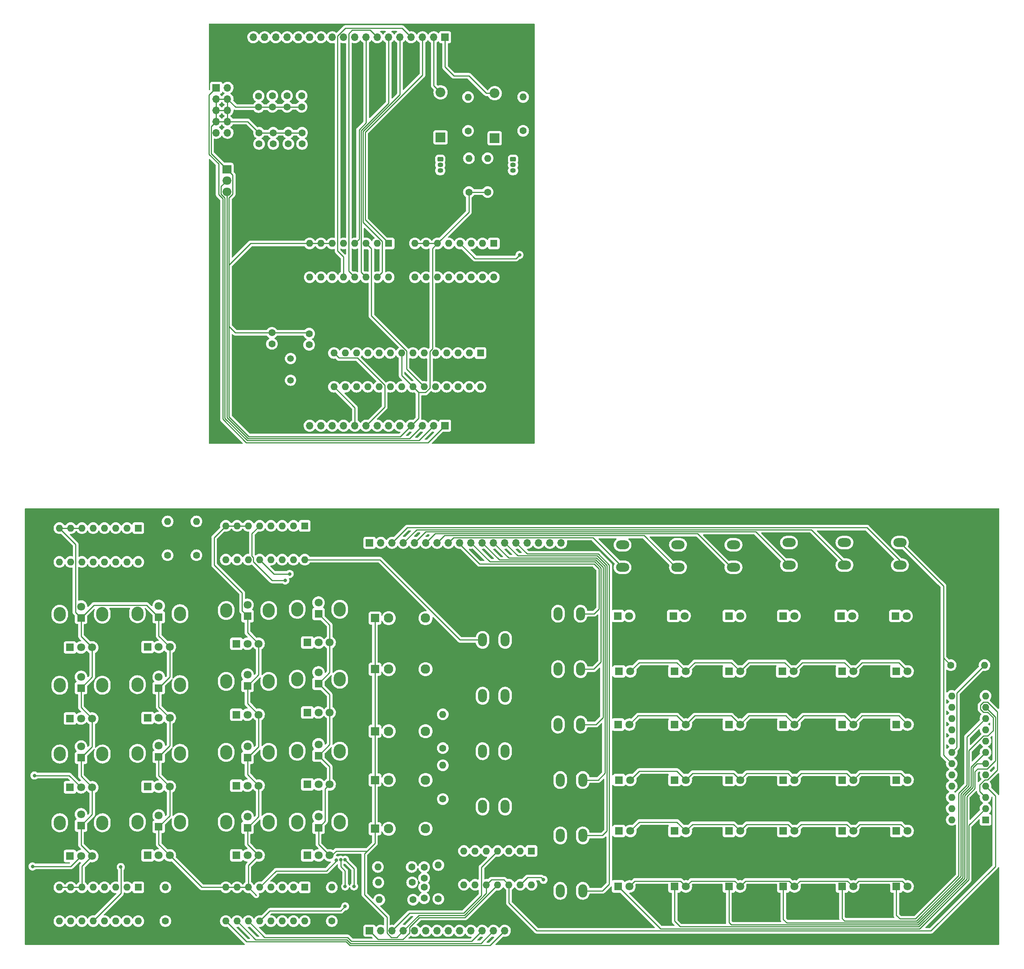
<source format=gbl>
G04 #@! TF.GenerationSoftware,KiCad,Pcbnew,6.0.5-2.fc35*
G04 #@! TF.CreationDate,2022-07-07T15:13:14+02:00*
G04 #@! TF.ProjectId,matrix-sq-v1,6d617472-6978-42d7-9371-2d76312e6b69,rev?*
G04 #@! TF.SameCoordinates,Original*
G04 #@! TF.FileFunction,Copper,L2,Bot*
G04 #@! TF.FilePolarity,Positive*
%FSLAX46Y46*%
G04 Gerber Fmt 4.6, Leading zero omitted, Abs format (unit mm)*
G04 Created by KiCad (PCBNEW 6.0.5-2.fc35) date 2022-07-07 15:13:14*
%MOMM*%
%LPD*%
G01*
G04 APERTURE LIST*
G04 Aperture macros list*
%AMRoundRect*
0 Rectangle with rounded corners*
0 $1 Rounding radius*
0 $2 $3 $4 $5 $6 $7 $8 $9 X,Y pos of 4 corners*
0 Add a 4 corners polygon primitive as box body*
4,1,4,$2,$3,$4,$5,$6,$7,$8,$9,$2,$3,0*
0 Add four circle primitives for the rounded corners*
1,1,$1+$1,$2,$3*
1,1,$1+$1,$4,$5*
1,1,$1+$1,$6,$7*
1,1,$1+$1,$8,$9*
0 Add four rect primitives between the rounded corners*
20,1,$1+$1,$2,$3,$4,$5,0*
20,1,$1+$1,$4,$5,$6,$7,0*
20,1,$1+$1,$6,$7,$8,$9,0*
20,1,$1+$1,$8,$9,$2,$3,0*%
G04 Aperture macros list end*
G04 #@! TA.AperFunction,ComponentPad*
%ADD10C,1.600000*%
G04 #@! TD*
G04 #@! TA.AperFunction,ComponentPad*
%ADD11O,1.600000X1.600000*%
G04 #@! TD*
G04 #@! TA.AperFunction,ComponentPad*
%ADD12R,1.800000X1.800000*%
G04 #@! TD*
G04 #@! TA.AperFunction,ComponentPad*
%ADD13C,1.800000*%
G04 #@! TD*
G04 #@! TA.AperFunction,ComponentPad*
%ADD14O,2.720000X3.240000*%
G04 #@! TD*
G04 #@! TA.AperFunction,ComponentPad*
%ADD15O,3.000000X2.000000*%
G04 #@! TD*
G04 #@! TA.AperFunction,ComponentPad*
%ADD16R,1.600000X1.600000*%
G04 #@! TD*
G04 #@! TA.AperFunction,ComponentPad*
%ADD17O,2.000000X3.000000*%
G04 #@! TD*
G04 #@! TA.AperFunction,ComponentPad*
%ADD18R,1.830000X1.930000*%
G04 #@! TD*
G04 #@! TA.AperFunction,ComponentPad*
%ADD19C,2.130000*%
G04 #@! TD*
G04 #@! TA.AperFunction,ComponentPad*
%ADD20R,1.700000X1.700000*%
G04 #@! TD*
G04 #@! TA.AperFunction,ComponentPad*
%ADD21O,1.700000X1.700000*%
G04 #@! TD*
G04 #@! TA.AperFunction,ComponentPad*
%ADD22RoundRect,0.249900X-0.400100X0.275100X-0.400100X-0.275100X0.400100X-0.275100X0.400100X0.275100X0*%
G04 #@! TD*
G04 #@! TA.AperFunction,ComponentPad*
%ADD23O,1.300000X1.050000*%
G04 #@! TD*
G04 #@! TA.AperFunction,ComponentPad*
%ADD24R,2.000000X1.905000*%
G04 #@! TD*
G04 #@! TA.AperFunction,ComponentPad*
%ADD25O,2.000000X1.905000*%
G04 #@! TD*
G04 #@! TA.AperFunction,ComponentPad*
%ADD26R,2.200000X2.200000*%
G04 #@! TD*
G04 #@! TA.AperFunction,ComponentPad*
%ADD27O,2.200000X2.200000*%
G04 #@! TD*
G04 #@! TA.AperFunction,ComponentPad*
%ADD28C,1.500000*%
G04 #@! TD*
G04 #@! TA.AperFunction,ViaPad*
%ADD29C,0.800000*%
G04 #@! TD*
G04 #@! TA.AperFunction,Conductor*
%ADD30C,0.250000*%
G04 #@! TD*
G04 APERTURE END LIST*
D10*
X275940000Y-277100000D03*
D11*
X283560000Y-277100000D03*
D12*
X201000000Y-327000000D03*
D13*
X203540000Y-327000000D03*
D14*
X75200000Y-297150000D03*
X84800000Y-297150000D03*
D12*
X77500000Y-304650000D03*
D13*
X80000000Y-304650000D03*
X82500000Y-304650000D03*
D12*
X238225000Y-266000000D03*
D13*
X240765000Y-266000000D03*
D10*
X161500000Y-307310000D03*
D11*
X161500000Y-299690000D03*
D14*
X112700000Y-312500000D03*
X122300000Y-312500000D03*
D12*
X115000000Y-320000000D03*
D13*
X117500000Y-320000000D03*
X120000000Y-320000000D03*
D10*
X154510000Y-322600000D03*
D11*
X146890000Y-322600000D03*
D15*
X252000000Y-249460000D03*
X252000000Y-254540000D03*
D16*
X149300000Y-182000000D03*
D11*
X146760000Y-182000000D03*
X144220000Y-182000000D03*
X141680000Y-182000000D03*
X139140000Y-182000000D03*
X136600000Y-182000000D03*
X134060000Y-182000000D03*
X131520000Y-182000000D03*
X131520000Y-189620000D03*
X134060000Y-189620000D03*
X136600000Y-189620000D03*
X139140000Y-189620000D03*
X141680000Y-189620000D03*
X144220000Y-189620000D03*
X146760000Y-189620000D03*
X149300000Y-189620000D03*
D12*
X133500000Y-297500000D03*
D13*
X133500000Y-294960000D03*
D12*
X225960000Y-278500000D03*
D13*
X228500000Y-278500000D03*
D14*
X122300000Y-280775000D03*
X112700000Y-280775000D03*
D12*
X115000000Y-288275000D03*
D13*
X117500000Y-288275000D03*
X120000000Y-288275000D03*
D10*
X123300000Y-159550000D03*
X123300000Y-157050000D03*
D12*
X251450000Y-303000000D03*
D13*
X253990000Y-303000000D03*
D12*
X251450000Y-314500000D03*
D13*
X253990000Y-314500000D03*
D17*
X170460000Y-271400000D03*
X175540000Y-271400000D03*
D12*
X213460000Y-266000000D03*
D13*
X216000000Y-266000000D03*
D14*
X138300000Y-312500000D03*
X128700000Y-312500000D03*
D12*
X131000000Y-320000000D03*
D13*
X133500000Y-320000000D03*
X136000000Y-320000000D03*
D18*
X146220000Y-278000000D03*
D19*
X157620000Y-278000000D03*
X149320000Y-278000000D03*
D17*
X192540000Y-265500000D03*
X187460000Y-265500000D03*
D12*
X251450000Y-278500000D03*
D13*
X253990000Y-278500000D03*
D14*
X112700000Y-264775000D03*
X122300000Y-264775000D03*
D12*
X115000000Y-272275000D03*
D13*
X117500000Y-272275000D03*
X120000000Y-272275000D03*
D17*
X192540000Y-290500000D03*
X187460000Y-290500000D03*
D14*
X138300000Y-264500000D03*
X128700000Y-264500000D03*
D12*
X131000000Y-272000000D03*
D13*
X133500000Y-272000000D03*
X136000000Y-272000000D03*
D14*
X138300000Y-296500000D03*
X128700000Y-296500000D03*
D12*
X131000000Y-304000000D03*
D13*
X133500000Y-304000000D03*
X136000000Y-304000000D03*
D10*
X120000000Y-151250000D03*
X120000000Y-148750000D03*
D12*
X263460000Y-266000000D03*
D13*
X266000000Y-266000000D03*
D12*
X133500000Y-265540000D03*
D13*
X133500000Y-263000000D03*
D14*
X92700000Y-281500000D03*
X102300000Y-281500000D03*
D12*
X95000000Y-289000000D03*
D13*
X97500000Y-289000000D03*
X100000000Y-289000000D03*
D12*
X213725000Y-303000000D03*
D13*
X216265000Y-303000000D03*
D20*
X110460000Y-146880000D03*
D21*
X113000000Y-146880000D03*
X110460000Y-149420000D03*
X113000000Y-149420000D03*
X110460000Y-151960000D03*
X113000000Y-151960000D03*
X110460000Y-154500000D03*
X113000000Y-154500000D03*
X110460000Y-157040000D03*
X113000000Y-157040000D03*
D15*
X264500000Y-249460000D03*
X264500000Y-254540000D03*
D10*
X179600000Y-156600000D03*
D11*
X179600000Y-148980000D03*
D12*
X200960000Y-266000000D03*
D13*
X203500000Y-266000000D03*
D12*
X238225000Y-303000000D03*
D13*
X240765000Y-303000000D03*
D22*
X177330000Y-163035000D03*
D23*
X177330000Y-164305000D03*
X177330000Y-165575000D03*
D10*
X157300000Y-329650000D03*
X157300000Y-327150000D03*
X126400000Y-151200000D03*
X126400000Y-148700000D03*
D12*
X225960000Y-266000000D03*
D13*
X228500000Y-266000000D03*
D17*
X192540000Y-278000000D03*
X187460000Y-278000000D03*
D12*
X263685000Y-314500000D03*
D13*
X266225000Y-314500000D03*
D12*
X97500000Y-282275000D03*
D13*
X97500000Y-279735000D03*
D10*
X154810000Y-330000000D03*
D11*
X147190000Y-330000000D03*
D10*
X136500000Y-334810000D03*
D11*
X136500000Y-327190000D03*
D12*
X213725000Y-327000000D03*
D13*
X216265000Y-327000000D03*
D12*
X263685000Y-303000000D03*
D13*
X266225000Y-303000000D03*
D15*
X214500000Y-249960000D03*
X214500000Y-255040000D03*
X202000000Y-249960000D03*
X202000000Y-255040000D03*
D17*
X170460000Y-284000000D03*
X175540000Y-284000000D03*
D12*
X225960000Y-303000000D03*
D13*
X228500000Y-303000000D03*
D12*
X251450000Y-290500000D03*
D13*
X253990000Y-290500000D03*
D17*
X170460000Y-296500000D03*
X175540000Y-296500000D03*
D10*
X167200000Y-156610000D03*
D11*
X167200000Y-148990000D03*
D14*
X84800000Y-312650000D03*
X75200000Y-312650000D03*
D12*
X77500000Y-320150000D03*
D13*
X80000000Y-320150000D03*
X82500000Y-320150000D03*
D18*
X146220000Y-292000000D03*
D19*
X157620000Y-292000000D03*
X149320000Y-292000000D03*
D12*
X117500000Y-298000000D03*
D13*
X117500000Y-295460000D03*
D12*
X238225000Y-327000000D03*
D13*
X240765000Y-327000000D03*
D18*
X146220000Y-303000000D03*
D19*
X157620000Y-303000000D03*
X149320000Y-303000000D03*
D24*
X112855000Y-165260000D03*
D25*
X112855000Y-167800000D03*
X112855000Y-170340000D03*
D16*
X92900000Y-327200000D03*
D11*
X90360000Y-327200000D03*
X87820000Y-327200000D03*
X85280000Y-327200000D03*
X82740000Y-327200000D03*
X80200000Y-327200000D03*
X77660000Y-327200000D03*
X75120000Y-327200000D03*
X75120000Y-334820000D03*
X77660000Y-334820000D03*
X80200000Y-334820000D03*
X82740000Y-334820000D03*
X85280000Y-334820000D03*
X87820000Y-334820000D03*
X90360000Y-334820000D03*
X92900000Y-334820000D03*
D10*
X126700000Y-159550000D03*
X126700000Y-157050000D03*
D26*
X161000000Y-158080000D03*
D27*
X161000000Y-147920000D03*
D12*
X201225000Y-314500000D03*
D13*
X203765000Y-314500000D03*
D16*
X173000000Y-182000000D03*
D11*
X170460000Y-182000000D03*
X167920000Y-182000000D03*
X165380000Y-182000000D03*
X162840000Y-182000000D03*
X160300000Y-182000000D03*
X157760000Y-182000000D03*
X155220000Y-182000000D03*
X155220000Y-189620000D03*
X157760000Y-189620000D03*
X160300000Y-189620000D03*
X162840000Y-189620000D03*
X165380000Y-189620000D03*
X167920000Y-189620000D03*
X170460000Y-189620000D03*
X173000000Y-189620000D03*
D14*
X75200000Y-281640000D03*
X84800000Y-281640000D03*
D12*
X77500000Y-289140000D03*
D13*
X80000000Y-289140000D03*
X82500000Y-289140000D03*
D28*
X127200000Y-207950000D03*
X127200000Y-212850000D03*
D10*
X171600000Y-170410000D03*
D11*
X171600000Y-162790000D03*
D20*
X145000000Y-249500000D03*
D21*
X147540000Y-249500000D03*
X150080000Y-249500000D03*
X152620000Y-249500000D03*
X155160000Y-249500000D03*
X157700000Y-249500000D03*
X160240000Y-249500000D03*
X162780000Y-249500000D03*
X165320000Y-249500000D03*
X167860000Y-249500000D03*
X170400000Y-249500000D03*
X172940000Y-249500000D03*
X175480000Y-249500000D03*
X178020000Y-249500000D03*
X180560000Y-249500000D03*
X183100000Y-249500000D03*
X185640000Y-249500000D03*
X188180000Y-249500000D03*
D20*
X162000000Y-223100000D03*
D21*
X159460000Y-223100000D03*
X156920000Y-223100000D03*
X154380000Y-223100000D03*
X151840000Y-223100000D03*
X149300000Y-223100000D03*
X146760000Y-223100000D03*
X144220000Y-223100000D03*
X141680000Y-223100000D03*
X139140000Y-223100000D03*
X136600000Y-223100000D03*
X134060000Y-223100000D03*
X131520000Y-223100000D03*
D12*
X213725000Y-314500000D03*
D13*
X216265000Y-314500000D03*
D10*
X106000000Y-252310000D03*
D11*
X106000000Y-244690000D03*
D10*
X157300000Y-325150000D03*
X157300000Y-322650000D03*
D12*
X251225000Y-266000000D03*
D13*
X253765000Y-266000000D03*
D12*
X117500000Y-281775000D03*
D13*
X117500000Y-279235000D03*
D12*
X201000000Y-290500000D03*
D13*
X203540000Y-290500000D03*
D10*
X160500000Y-329810000D03*
D11*
X160500000Y-322190000D03*
D16*
X130400000Y-245700000D03*
D11*
X127860000Y-245700000D03*
X125320000Y-245700000D03*
X122780000Y-245700000D03*
X120240000Y-245700000D03*
X117700000Y-245700000D03*
X115160000Y-245700000D03*
X112620000Y-245700000D03*
X112620000Y-253320000D03*
X115160000Y-253320000D03*
X117700000Y-253320000D03*
X120240000Y-253320000D03*
X122780000Y-253320000D03*
X125320000Y-253320000D03*
X127860000Y-253320000D03*
X130400000Y-253320000D03*
D12*
X97500000Y-313550000D03*
D13*
X97500000Y-311010000D03*
D18*
X146220000Y-266500000D03*
D19*
X157620000Y-266500000D03*
X149320000Y-266500000D03*
D17*
X193040000Y-303000000D03*
X187960000Y-303000000D03*
D26*
X173200000Y-158280000D03*
D27*
X173200000Y-148120000D03*
D10*
X161500000Y-295810000D03*
D11*
X161500000Y-288190000D03*
D22*
X160930000Y-163035000D03*
D23*
X160930000Y-164305000D03*
X160930000Y-165575000D03*
D16*
X283800000Y-311975000D03*
D11*
X283800000Y-309435000D03*
X283800000Y-306895000D03*
X283800000Y-304355000D03*
X283800000Y-301815000D03*
X283800000Y-299275000D03*
X283800000Y-296735000D03*
X283800000Y-294195000D03*
X283800000Y-291655000D03*
X283800000Y-289115000D03*
X283800000Y-286575000D03*
X283800000Y-284035000D03*
X276180000Y-284035000D03*
X276180000Y-286575000D03*
X276180000Y-289115000D03*
X276180000Y-291655000D03*
X276180000Y-294195000D03*
X276180000Y-296735000D03*
X276180000Y-299275000D03*
X276180000Y-301815000D03*
X276180000Y-304355000D03*
X276180000Y-306895000D03*
X276180000Y-309435000D03*
X276180000Y-311975000D03*
D12*
X201225000Y-303000000D03*
D13*
X203765000Y-303000000D03*
D10*
X154610000Y-326100000D03*
D11*
X146990000Y-326100000D03*
D12*
X117500000Y-313775000D03*
D13*
X117500000Y-311235000D03*
D18*
X146220000Y-314000000D03*
D19*
X157620000Y-314000000D03*
X149320000Y-314000000D03*
D12*
X225960000Y-290500000D03*
D13*
X228500000Y-290500000D03*
D12*
X97500000Y-297775000D03*
D13*
X97500000Y-295235000D03*
D17*
X193040000Y-328000000D03*
X187960000Y-328000000D03*
D15*
X239500000Y-249460000D03*
X239500000Y-254540000D03*
D20*
X162000000Y-135500000D03*
D21*
X159460000Y-135500000D03*
X156920000Y-135500000D03*
X154380000Y-135500000D03*
X151840000Y-135500000D03*
X149300000Y-135500000D03*
X146760000Y-135500000D03*
X144220000Y-135500000D03*
X141680000Y-135500000D03*
X139140000Y-135500000D03*
X136600000Y-135500000D03*
X134060000Y-135500000D03*
X131520000Y-135500000D03*
X128980000Y-135500000D03*
X126440000Y-135500000D03*
X123900000Y-135500000D03*
X121360000Y-135500000D03*
X118820000Y-135500000D03*
D14*
X75200000Y-265610000D03*
X84800000Y-265610000D03*
D12*
X77500000Y-273110000D03*
D13*
X80000000Y-273110000D03*
X82500000Y-273110000D03*
D12*
X238225000Y-314500000D03*
D13*
X240765000Y-314500000D03*
D12*
X213725000Y-290500000D03*
D13*
X216265000Y-290500000D03*
D12*
X80000000Y-313275000D03*
D13*
X80000000Y-310735000D03*
D12*
X263685000Y-327000000D03*
D13*
X266225000Y-327000000D03*
D16*
X130400000Y-327200000D03*
D11*
X127860000Y-327200000D03*
X125320000Y-327200000D03*
X122780000Y-327200000D03*
X120240000Y-327200000D03*
X117700000Y-327200000D03*
X115160000Y-327200000D03*
X112620000Y-327200000D03*
X112620000Y-334820000D03*
X115160000Y-334820000D03*
X117700000Y-334820000D03*
X120240000Y-334820000D03*
X122780000Y-334820000D03*
X125320000Y-334820000D03*
X127860000Y-334820000D03*
X130400000Y-334820000D03*
D12*
X117500000Y-266050000D03*
D13*
X117500000Y-263510000D03*
D10*
X167400000Y-170410000D03*
D11*
X167400000Y-162790000D03*
D14*
X102300000Y-265500000D03*
X92700000Y-265500000D03*
D12*
X95000000Y-273000000D03*
D13*
X97500000Y-273000000D03*
X100000000Y-273000000D03*
D12*
X251450000Y-327000000D03*
D13*
X253990000Y-327000000D03*
D12*
X80000000Y-282275000D03*
D13*
X80000000Y-279735000D03*
D10*
X120100000Y-159550000D03*
X120100000Y-157050000D03*
D12*
X225960000Y-327000000D03*
D13*
X228500000Y-327000000D03*
D10*
X123000000Y-204650000D03*
X123000000Y-202150000D03*
D17*
X193040000Y-315500000D03*
X187960000Y-315500000D03*
D14*
X92700000Y-312500000D03*
X102300000Y-312500000D03*
D12*
X95000000Y-320000000D03*
D13*
X97500000Y-320000000D03*
X100000000Y-320000000D03*
D12*
X133500000Y-313775000D03*
D13*
X133500000Y-311235000D03*
D14*
X122300000Y-296775000D03*
X112700000Y-296775000D03*
D12*
X115000000Y-304275000D03*
D13*
X117500000Y-304275000D03*
X120000000Y-304275000D03*
D10*
X129700000Y-151200000D03*
X129700000Y-148700000D03*
D12*
X133500000Y-281275000D03*
D13*
X133500000Y-278735000D03*
D12*
X238225000Y-290500000D03*
D13*
X240765000Y-290500000D03*
D12*
X263685000Y-290500000D03*
D13*
X266225000Y-290500000D03*
D12*
X225960000Y-314500000D03*
D13*
X228500000Y-314500000D03*
D14*
X92700000Y-297000000D03*
X102300000Y-297000000D03*
D12*
X95000000Y-304500000D03*
D13*
X97500000Y-304500000D03*
X100000000Y-304500000D03*
D14*
X128700000Y-280275000D03*
X138300000Y-280275000D03*
D12*
X131000000Y-287775000D03*
D13*
X133500000Y-287775000D03*
X136000000Y-287775000D03*
D15*
X227000000Y-249960000D03*
X227000000Y-255040000D03*
D12*
X97500000Y-266275000D03*
D13*
X97500000Y-263735000D03*
D12*
X201225000Y-278500000D03*
D13*
X203765000Y-278500000D03*
D16*
X181500000Y-319000000D03*
D11*
X178960000Y-319000000D03*
X176420000Y-319000000D03*
X173880000Y-319000000D03*
X171340000Y-319000000D03*
X168800000Y-319000000D03*
X166260000Y-319000000D03*
X166260000Y-326620000D03*
X168800000Y-326620000D03*
X171340000Y-326620000D03*
X173880000Y-326620000D03*
X176420000Y-326620000D03*
X178960000Y-326620000D03*
X181500000Y-326620000D03*
D12*
X80000000Y-298000000D03*
D13*
X80000000Y-295460000D03*
D16*
X170000000Y-206700000D03*
D11*
X167460000Y-206700000D03*
X164920000Y-206700000D03*
X162380000Y-206700000D03*
X159840000Y-206700000D03*
X157300000Y-206700000D03*
X154760000Y-206700000D03*
X152220000Y-206700000D03*
X149680000Y-206700000D03*
X147140000Y-206700000D03*
X144600000Y-206700000D03*
X142060000Y-206700000D03*
X139520000Y-206700000D03*
X136980000Y-206700000D03*
X136980000Y-214320000D03*
X139520000Y-214320000D03*
X142060000Y-214320000D03*
X144600000Y-214320000D03*
X147140000Y-214320000D03*
X149680000Y-214320000D03*
X152220000Y-214320000D03*
X154760000Y-214320000D03*
X157300000Y-214320000D03*
X159840000Y-214320000D03*
X162380000Y-214320000D03*
X164920000Y-214320000D03*
X167460000Y-214320000D03*
X170000000Y-214320000D03*
D20*
X145000000Y-337000000D03*
D21*
X147540000Y-337000000D03*
X150080000Y-337000000D03*
X152620000Y-337000000D03*
X155160000Y-337000000D03*
X157700000Y-337000000D03*
X160240000Y-337000000D03*
X162780000Y-337000000D03*
X165320000Y-337000000D03*
X167860000Y-337000000D03*
X170400000Y-337000000D03*
X172940000Y-337000000D03*
X175480000Y-337000000D03*
D12*
X263685000Y-278500000D03*
D13*
X266225000Y-278500000D03*
D10*
X131400000Y-204850000D03*
X131400000Y-202350000D03*
X123100000Y-151200000D03*
X123100000Y-148700000D03*
D12*
X80000000Y-266425000D03*
D13*
X80000000Y-263885000D03*
D10*
X99500000Y-252310000D03*
D11*
X99500000Y-244690000D03*
D17*
X170460000Y-309000000D03*
X175540000Y-309000000D03*
D12*
X238000000Y-278500000D03*
D13*
X240540000Y-278500000D03*
D16*
X92900000Y-246200000D03*
D11*
X90360000Y-246200000D03*
X87820000Y-246200000D03*
X85280000Y-246200000D03*
X82740000Y-246200000D03*
X80200000Y-246200000D03*
X77660000Y-246200000D03*
X75120000Y-246200000D03*
X75120000Y-253820000D03*
X77660000Y-253820000D03*
X80200000Y-253820000D03*
X82740000Y-253820000D03*
X85280000Y-253820000D03*
X87820000Y-253820000D03*
X90360000Y-253820000D03*
X92900000Y-253820000D03*
D10*
X99000000Y-334810000D03*
D11*
X99000000Y-327190000D03*
D12*
X213725000Y-278500000D03*
D13*
X216265000Y-278500000D03*
D10*
X129800000Y-159550000D03*
X129800000Y-157050000D03*
D29*
X139500000Y-327000000D03*
X138496058Y-320977395D03*
X88944511Y-322624511D03*
X141500000Y-327000000D03*
X139500000Y-331500000D03*
X139500000Y-321000000D03*
X137500000Y-321060308D03*
X184200000Y-325500000D03*
X69500000Y-302000000D03*
X69500000Y-302000000D03*
X69078380Y-322500000D03*
X127000000Y-256540000D03*
X126000000Y-258000000D03*
X178800000Y-184600000D03*
D30*
X162000000Y-135500000D02*
X162000000Y-142200000D01*
X162000000Y-142200000D02*
X164000000Y-144200000D01*
X164000000Y-144200000D02*
X167400000Y-144200000D01*
X167400000Y-144200000D02*
X171320000Y-148120000D01*
X171320000Y-148120000D02*
X173200000Y-148120000D01*
X139140000Y-189620000D02*
X139140000Y-185040000D01*
X137774511Y-183674511D02*
X137774511Y-135204479D01*
X139140000Y-185040000D02*
X137774511Y-183674511D01*
X139528510Y-133450480D02*
X152330480Y-133450480D01*
X137774511Y-135204479D02*
X139528510Y-133450480D01*
X152330480Y-133450480D02*
X154380000Y-135500000D01*
X146760000Y-135500000D02*
X145160000Y-133900000D01*
X145160000Y-133900000D02*
X141100000Y-133900000D01*
X141100000Y-133900000D02*
X140314511Y-134685489D01*
X140314511Y-134685489D02*
X140314511Y-188254511D01*
X140314511Y-188254511D02*
X141680000Y-189620000D01*
X159460000Y-135500000D02*
X159460000Y-146380000D01*
X159460000Y-146380000D02*
X161000000Y-147920000D01*
X149300000Y-182000000D02*
X149300000Y-181900000D01*
X149300000Y-181900000D02*
X143994529Y-176594529D01*
X143994529Y-176594529D02*
X143994529Y-156936877D01*
X143994529Y-156936877D02*
X156920000Y-144011406D01*
X156920000Y-144011406D02*
X156920000Y-135500000D01*
X146760000Y-189620000D02*
X147884511Y-188495489D01*
X147884511Y-188495489D02*
X147884511Y-181534211D01*
X147884511Y-181534211D02*
X143545009Y-177194709D01*
X143545009Y-177194709D02*
X143545009Y-156750679D01*
X143545009Y-156750679D02*
X151840000Y-148455688D01*
X151840000Y-148455688D02*
X151840000Y-135500000D01*
X143095489Y-156564481D02*
X149300000Y-150359970D01*
X149300000Y-150359970D02*
X149300000Y-135500000D01*
X144220000Y-135500000D02*
X144220000Y-154804252D01*
X144220000Y-154804252D02*
X142645969Y-156378283D01*
X113304520Y-200704520D02*
X113304520Y-221068802D01*
X113304520Y-221068802D02*
X117786198Y-225550480D01*
X117786198Y-225550480D02*
X151949520Y-225550480D01*
X151949520Y-225550480D02*
X154380000Y-223120000D01*
X154380000Y-223120000D02*
X154380000Y-223100000D01*
X117227606Y-226899040D02*
X158200960Y-226899040D01*
X158200960Y-226899040D02*
X162000000Y-223100000D01*
X117413802Y-226449520D02*
X156110480Y-226449520D01*
X156110480Y-226449520D02*
X159460000Y-223100000D01*
X117600000Y-226000000D02*
X154020000Y-226000000D01*
X154020000Y-226000000D02*
X156920000Y-223100000D01*
X156040000Y-215600000D02*
X156040000Y-221440000D01*
X156040000Y-221440000D02*
X154380000Y-223100000D01*
X148400000Y-213989700D02*
X148400000Y-218920000D01*
X148400000Y-218920000D02*
X144220000Y-223100000D01*
X136980000Y-214320000D02*
X141680000Y-219020000D01*
X141680000Y-219020000D02*
X141680000Y-223100000D01*
X274300000Y-259250000D02*
X273500000Y-258450000D01*
X273500000Y-258450000D02*
X273490000Y-258450000D01*
X264500000Y-249460000D02*
X273490000Y-258450000D01*
X274300000Y-259250000D02*
X274300000Y-275350000D01*
X274300000Y-275350000D02*
X274300000Y-297395000D01*
X275940000Y-277100000D02*
X274300000Y-275460000D01*
X274300000Y-275460000D02*
X274300000Y-275350000D01*
X276180000Y-296735000D02*
X277304511Y-295610489D01*
X277304511Y-295610489D02*
X277304511Y-283355489D01*
X277304511Y-283355489D02*
X283560000Y-277100000D01*
X274300000Y-297395000D02*
X276180000Y-299275000D01*
X145000000Y-249440030D02*
X145000000Y-249500000D01*
X147000000Y-249440030D02*
X147000000Y-249500000D01*
X148000000Y-249440030D02*
X148000000Y-249500000D01*
X112405480Y-171743959D02*
X112405480Y-221441197D01*
X112405480Y-221441197D02*
X117413802Y-226449520D01*
X111530480Y-170868959D02*
X112405480Y-171743959D01*
X112855000Y-167800000D02*
X111530480Y-169124520D01*
X165400978Y-271400000D02*
X147320978Y-253320000D01*
X147320978Y-253320000D02*
X130400000Y-253320000D01*
X111530480Y-169124520D02*
X111530480Y-170868959D01*
X170460000Y-271400000D02*
X165400978Y-271400000D01*
X80000000Y-270610000D02*
X80000000Y-266425000D01*
X97500000Y-282275000D02*
X97500000Y-286500000D01*
X110000000Y-254500000D02*
X110000000Y-248320000D01*
X75120000Y-327200000D02*
X80200000Y-327200000D01*
X117500000Y-313775000D02*
X117500000Y-317500000D01*
X159175489Y-205774211D02*
X158600000Y-206349700D01*
X97500000Y-317500000D02*
X100000000Y-320000000D01*
X114830000Y-151250000D02*
X113000000Y-149420000D01*
X116275489Y-264825489D02*
X116275489Y-260775489D01*
X120000000Y-311275000D02*
X117500000Y-313775000D01*
X82500000Y-295500000D02*
X80000000Y-298000000D01*
X166364282Y-333500000D02*
X156120000Y-333500000D01*
X131200000Y-202150000D02*
X131400000Y-202350000D01*
X78784511Y-249864511D02*
X75120000Y-246200000D01*
X144500000Y-319000000D02*
X146220000Y-317280000D01*
X80000000Y-282275000D02*
X80000000Y-286640000D01*
X136600000Y-182000000D02*
X134060000Y-182000000D01*
X136000000Y-289000000D02*
X136000000Y-287775000D01*
X126400000Y-151200000D02*
X129700000Y-151200000D01*
X137500000Y-319000000D02*
X144500000Y-319000000D01*
X117700000Y-327200000D02*
X117700000Y-322300000D01*
X156120000Y-333500000D02*
X152620000Y-337000000D01*
X120000000Y-279275000D02*
X117500000Y-281775000D01*
X171340000Y-328524282D02*
X166364282Y-333500000D01*
X112620000Y-327200000D02*
X115160000Y-327200000D01*
X123050000Y-151250000D02*
X123100000Y-151200000D01*
X112620000Y-245700000D02*
X115160000Y-245700000D01*
X82500000Y-279775000D02*
X82500000Y-273110000D01*
X113304520Y-200704520D02*
X113304520Y-185800000D01*
X135000000Y-312275000D02*
X135000000Y-305000000D01*
X97500000Y-266275000D02*
X97500000Y-270500000D01*
X143825489Y-319674511D02*
X143825489Y-328825489D01*
X136000000Y-289000000D02*
X136000000Y-283775000D01*
X80000000Y-286640000D02*
X82500000Y-289140000D01*
X154000000Y-223040030D02*
X154000000Y-223100000D01*
X82500000Y-310775000D02*
X82500000Y-304650000D01*
X151120000Y-338500000D02*
X152620000Y-337000000D01*
X110460000Y-151960000D02*
X110460000Y-154500000D01*
X148905489Y-333905489D02*
X148905489Y-337486499D01*
X115160000Y-245700000D02*
X117700000Y-245700000D01*
X100000000Y-295275000D02*
X97500000Y-297775000D01*
X123000000Y-202150000D02*
X114750000Y-202150000D01*
X135000000Y-305000000D02*
X136000000Y-304000000D01*
X80000000Y-266425000D02*
X82869520Y-263555480D01*
X97500000Y-297775000D02*
X97500000Y-302000000D01*
X146220000Y-292000000D02*
X146220000Y-266500000D01*
X120000000Y-151250000D02*
X123050000Y-151250000D01*
X136000000Y-295000000D02*
X136000000Y-289000000D01*
X136000000Y-300000000D02*
X133500000Y-297500000D01*
X110460000Y-149420000D02*
X113000000Y-149420000D01*
X152220000Y-206700000D02*
X152220000Y-211780000D01*
X133500000Y-317500000D02*
X133500000Y-313775000D01*
X78740000Y-254330300D02*
X78784511Y-254285789D01*
X134060000Y-182000000D02*
X131520000Y-182000000D01*
X110460000Y-154500000D02*
X109285489Y-155674511D01*
X271500000Y-337000000D02*
X286000000Y-322500000D01*
X115160000Y-327200000D02*
X117700000Y-327200000D01*
X131520000Y-182000000D02*
X118200000Y-182000000D01*
X107200000Y-327200000D02*
X112620000Y-327200000D01*
X114179520Y-166584520D02*
X112855000Y-165260000D01*
X100000000Y-311050000D02*
X97500000Y-313550000D01*
X120000000Y-295500000D02*
X117500000Y-298000000D01*
X113000000Y-151960000D02*
X110460000Y-151960000D01*
X78740000Y-265165000D02*
X78740000Y-254330300D01*
X97500000Y-313550000D02*
X97500000Y-317500000D01*
X123000000Y-202150000D02*
X131200000Y-202150000D01*
X146220000Y-314000000D02*
X146220000Y-303000000D01*
X149918990Y-338500000D02*
X151120000Y-338500000D01*
X126700000Y-157050000D02*
X130150000Y-157050000D01*
X136000000Y-320000000D02*
X133500000Y-317500000D01*
X100000000Y-320000000D02*
X107200000Y-327200000D01*
X80000000Y-313275000D02*
X80000000Y-317650000D01*
X120000000Y-288275000D02*
X120000000Y-295500000D01*
X97500000Y-286500000D02*
X100000000Y-289000000D01*
X97500000Y-270500000D02*
X100000000Y-273000000D01*
X80000000Y-266425000D02*
X78740000Y-265165000D01*
X117700000Y-322300000D02*
X120000000Y-320000000D01*
X156040000Y-215600000D02*
X154760000Y-214320000D01*
X182669700Y-337000000D02*
X176420000Y-330750300D01*
X143825489Y-328825489D02*
X148905489Y-333905489D01*
X146220000Y-303000000D02*
X146220000Y-292000000D01*
X80000000Y-298000000D02*
X80000000Y-302150000D01*
X80200000Y-327200000D02*
X80200000Y-322450000D01*
X167400000Y-170410000D02*
X167400000Y-174900000D01*
X175295489Y-325495489D02*
X172464511Y-325495489D01*
X159175489Y-183124511D02*
X159175489Y-205774211D01*
X80000000Y-282275000D02*
X82500000Y-279775000D01*
X160300000Y-182000000D02*
X159175489Y-183124511D01*
X82500000Y-273110000D02*
X80000000Y-270610000D01*
X114179520Y-170868959D02*
X114179520Y-166584520D01*
X80000000Y-313275000D02*
X82500000Y-310775000D01*
X113304520Y-171743959D02*
X114179520Y-170868959D01*
X110460000Y-154500000D02*
X113000000Y-154500000D01*
X117550000Y-154500000D02*
X120100000Y-157050000D01*
X157760000Y-182000000D02*
X155220000Y-182000000D01*
X113000000Y-154500000D02*
X113000000Y-151960000D01*
X114750000Y-202150000D02*
X113304520Y-200704520D01*
X113000000Y-154500000D02*
X117550000Y-154500000D01*
X136000000Y-272000000D02*
X136000000Y-268040000D01*
X271500000Y-337000000D02*
X182669700Y-337000000D01*
X117500000Y-266050000D02*
X116275489Y-264825489D01*
X136000000Y-320000000D02*
X136500000Y-320000000D01*
X171340000Y-326620000D02*
X171340000Y-328524282D01*
X157610300Y-215600000D02*
X156040000Y-215600000D01*
X136000000Y-278775000D02*
X136000000Y-272000000D01*
X80200000Y-322450000D02*
X82500000Y-320150000D01*
X286000000Y-306555000D02*
X283800000Y-304355000D01*
X100000000Y-289000000D02*
X100000000Y-295275000D01*
X116275489Y-260775489D02*
X110000000Y-254500000D01*
X117500000Y-285775000D02*
X120000000Y-288275000D01*
X78784511Y-254285789D02*
X78784511Y-249864511D01*
X117500000Y-301775000D02*
X120000000Y-304275000D01*
X146220000Y-317280000D02*
X146220000Y-314000000D01*
X100000000Y-279775000D02*
X97500000Y-282275000D01*
X94780480Y-263555480D02*
X97500000Y-266275000D01*
X82500000Y-289140000D02*
X82500000Y-295500000D01*
X130250000Y-156600000D02*
X129800000Y-157050000D01*
X118200000Y-182000000D02*
X113400000Y-186800000D01*
X152220000Y-211780000D02*
X154760000Y-214320000D01*
X172464511Y-325495489D02*
X171340000Y-326620000D01*
X120000000Y-272275000D02*
X120000000Y-279275000D01*
X80000000Y-317650000D02*
X82500000Y-320150000D01*
X123100000Y-151200000D02*
X126400000Y-151200000D01*
X148905489Y-337486499D02*
X149918990Y-338500000D01*
X117500000Y-298000000D02*
X117500000Y-301775000D01*
X123300000Y-157050000D02*
X126700000Y-157050000D01*
X80000000Y-302150000D02*
X82500000Y-304650000D01*
X176420000Y-326620000D02*
X175295489Y-325495489D01*
X176420000Y-330750300D02*
X176420000Y-326620000D01*
X110460000Y-149420000D02*
X110460000Y-151960000D01*
X120000000Y-151250000D02*
X114830000Y-151250000D01*
X117500000Y-317500000D02*
X120000000Y-320000000D01*
X120100000Y-157050000D02*
X123300000Y-157050000D01*
X136500000Y-320000000D02*
X137500000Y-319000000D01*
X136000000Y-304000000D02*
X136000000Y-300000000D01*
X100000000Y-273000000D02*
X100000000Y-279775000D01*
X117700000Y-327200000D02*
X119500000Y-329000000D01*
X100000000Y-304500000D02*
X100000000Y-311050000D01*
X117500000Y-266050000D02*
X117500000Y-269775000D01*
X136000000Y-283775000D02*
X133500000Y-281275000D01*
X113304520Y-185904520D02*
X113304520Y-171743959D01*
X167400000Y-174900000D02*
X160300000Y-182000000D01*
X82869520Y-263555480D02*
X94780480Y-263555480D01*
X133500000Y-313775000D02*
X135000000Y-312275000D01*
X109285489Y-161690489D02*
X112855000Y-165260000D01*
X97500000Y-302000000D02*
X100000000Y-304500000D01*
X113000000Y-151960000D02*
X113000000Y-149420000D01*
X160300000Y-182000000D02*
X157760000Y-182000000D01*
X109285489Y-155674511D02*
X109285489Y-161690489D01*
X110000000Y-248320000D02*
X112620000Y-245700000D01*
X120000000Y-304275000D02*
X120000000Y-311275000D01*
X158600000Y-206349700D02*
X158600000Y-214610300D01*
X75120000Y-246200000D02*
X80200000Y-246200000D01*
X144500000Y-319000000D02*
X143825489Y-319674511D01*
X158600000Y-214610300D02*
X157610300Y-215600000D01*
X136000000Y-268040000D02*
X133500000Y-265540000D01*
X286000000Y-322500000D02*
X286000000Y-306555000D01*
X117500000Y-281775000D02*
X117500000Y-285775000D01*
X171600000Y-170410000D02*
X167400000Y-170410000D01*
X133500000Y-281275000D02*
X136000000Y-278775000D01*
X117500000Y-269775000D02*
X120000000Y-272275000D01*
X133500000Y-297500000D02*
X136000000Y-295000000D01*
X140923100Y-339399040D02*
X168000960Y-339399040D01*
X168000960Y-339399040D02*
X170400000Y-337000000D01*
X121380000Y-338500000D02*
X140024060Y-338500000D01*
X117700000Y-334820000D02*
X121380000Y-338500000D01*
X140024060Y-338500000D02*
X140923100Y-339399040D01*
X119340000Y-339000000D02*
X139872395Y-339000000D01*
X115160000Y-334820000D02*
X119340000Y-339000000D01*
X170091440Y-339848560D02*
X172940000Y-337000000D01*
X140720955Y-339848560D02*
X170091440Y-339848560D01*
X139872395Y-339000000D02*
X140720955Y-339848560D01*
X117249520Y-339449520D02*
X139686197Y-339449520D01*
X140534758Y-340298080D02*
X172181920Y-340298080D01*
X139686197Y-339449520D02*
X140534758Y-340298080D01*
X172181920Y-340298080D02*
X175480000Y-337000000D01*
X112620000Y-334820000D02*
X117249520Y-339449520D01*
X112855000Y-170340000D02*
X112855000Y-221255000D01*
X170215489Y-322664511D02*
X173880000Y-319000000D01*
X166178084Y-333050480D02*
X170215489Y-329013075D01*
X154029520Y-333050480D02*
X166178084Y-333050480D01*
X170215489Y-329013075D02*
X170215489Y-322664511D01*
X150080000Y-337000000D02*
X154029520Y-333050480D01*
X112855000Y-221255000D02*
X117600000Y-226000000D01*
X111000000Y-170974197D02*
X111955960Y-171930157D01*
X156255718Y-334000000D02*
X166500000Y-334000000D01*
X166500000Y-334000000D02*
X173880000Y-326620000D01*
X153985489Y-336270229D02*
X156255718Y-334000000D01*
X110460000Y-146880000D02*
X108835969Y-148504031D01*
X111955960Y-171930157D02*
X111955960Y-221627394D01*
X111955960Y-221627394D02*
X117227606Y-226899040D01*
X108835969Y-148504031D02*
X108835969Y-161876686D01*
X111000000Y-164040718D02*
X111000000Y-170974197D01*
X153985489Y-337486499D02*
X153985489Y-336270229D01*
X108835969Y-161876686D02*
X111000000Y-164040718D01*
X146949520Y-338949520D02*
X152522468Y-338949520D01*
X145000000Y-337000000D02*
X146949520Y-338949520D01*
X152522468Y-338949520D02*
X153985489Y-337486499D01*
X202000000Y-255040000D02*
X202000000Y-255000000D01*
X163954511Y-248325489D02*
X162780000Y-249500000D01*
X202000000Y-255000000D02*
X195325489Y-248325489D01*
X195325489Y-248325489D02*
X163954511Y-248325489D01*
X206835969Y-247875969D02*
X161864031Y-247875969D01*
X214500000Y-255040000D02*
X214000000Y-255040000D01*
X161864031Y-247875969D02*
X160240000Y-249500000D01*
X214000000Y-255040000D02*
X206835969Y-247875969D01*
X227000000Y-255040000D02*
X226500000Y-255040000D01*
X226500000Y-255040000D02*
X218886449Y-247426449D01*
X218886449Y-247426449D02*
X159773551Y-247426449D01*
X159773551Y-247426449D02*
X157700000Y-249500000D01*
X239500000Y-254500000D02*
X231976929Y-246976929D01*
X239500000Y-254540000D02*
X239500000Y-254500000D01*
X157683071Y-246976929D02*
X155160000Y-249500000D01*
X231976929Y-246976929D02*
X157683071Y-246976929D01*
X244527409Y-246527409D02*
X155592591Y-246527409D01*
X252000000Y-254000000D02*
X244527409Y-246527409D01*
X252000000Y-254540000D02*
X252000000Y-254000000D01*
X155592591Y-246527409D02*
X152620000Y-249500000D01*
X152000000Y-249440030D02*
X152000000Y-249500000D01*
X264500000Y-254540000D02*
X264500000Y-253500000D01*
X257077889Y-246077889D02*
X153502111Y-246077889D01*
X264500000Y-253500000D02*
X257077889Y-246077889D01*
X150000000Y-249440030D02*
X150000000Y-249500000D01*
X153502111Y-246077889D02*
X150080000Y-249500000D01*
X195569010Y-254247600D02*
X169747600Y-254247600D01*
X195600960Y-265500000D02*
X196701920Y-264399040D01*
X192540000Y-265500000D02*
X195600960Y-265500000D01*
X165320000Y-249820000D02*
X165320000Y-249500000D01*
X196701920Y-264399040D02*
X196701920Y-255380510D01*
X169747600Y-254247600D02*
X165320000Y-249820000D01*
X196701920Y-255380510D02*
X195569010Y-254247600D01*
X195550480Y-278000000D02*
X197151440Y-276399040D01*
X197151440Y-276399040D02*
X197151440Y-255194312D01*
X192540000Y-278000000D02*
X195550480Y-278000000D01*
X195755208Y-253798080D02*
X172158080Y-253798080D01*
X172158080Y-253798080D02*
X167860000Y-249500000D01*
X197151440Y-255194312D02*
X195755208Y-253798080D01*
X174248560Y-253348560D02*
X170400000Y-249500000D01*
X197600960Y-255008114D02*
X195941406Y-253348560D01*
X192540000Y-290500000D02*
X196000000Y-290500000D01*
X196000000Y-290500000D02*
X197600960Y-288899040D01*
X197600960Y-288899040D02*
X197600960Y-255008114D01*
X195941406Y-253348560D02*
X174248560Y-253348560D01*
X198050480Y-254821916D02*
X196127604Y-252899040D01*
X198050480Y-301449520D02*
X198050480Y-254821916D01*
X196500000Y-303000000D02*
X198050480Y-301449520D01*
X193040000Y-303000000D02*
X196500000Y-303000000D01*
X196127604Y-252899040D02*
X176339040Y-252899040D01*
X176339040Y-252899040D02*
X172940000Y-249500000D01*
X197500000Y-315500000D02*
X198500000Y-314500000D01*
X196313802Y-252449520D02*
X178429520Y-252449520D01*
X193040000Y-315500000D02*
X197500000Y-315500000D01*
X198500000Y-254635718D02*
X196313802Y-252449520D01*
X198500000Y-314500000D02*
X198500000Y-254635718D01*
X178429520Y-252449520D02*
X175480000Y-249500000D01*
X199000000Y-326500000D02*
X199000000Y-254500000D01*
X197500000Y-328000000D02*
X199000000Y-326500000D01*
X196500000Y-252000000D02*
X180520000Y-252000000D01*
X193040000Y-328000000D02*
X197500000Y-328000000D01*
X199000000Y-254500000D02*
X196500000Y-252000000D01*
X180520000Y-252000000D02*
X178020000Y-249500000D01*
X139500000Y-323500000D02*
X139500000Y-327000000D01*
X138496058Y-320977395D02*
X138496058Y-322496058D01*
X138496058Y-322496058D02*
X139500000Y-323500000D01*
X283800000Y-309435000D02*
X280000000Y-313235000D01*
X280000000Y-313235000D02*
X280000000Y-325500000D01*
X268949520Y-336550480D02*
X210550480Y-336550480D01*
X210550480Y-336550480D02*
X201000000Y-327000000D01*
X280000000Y-325500000D02*
X268949520Y-336550480D01*
X214265000Y-276500000D02*
X216265000Y-278500000D01*
X203765000Y-278500000D02*
X205765000Y-276500000D01*
X230500000Y-276500000D02*
X238540000Y-276500000D01*
X255990000Y-276500000D02*
X264225000Y-276500000D01*
X218265000Y-276500000D02*
X226500000Y-276500000D01*
X216265000Y-278500000D02*
X218265000Y-276500000D01*
X226500000Y-276500000D02*
X228500000Y-278500000D01*
X238540000Y-276500000D02*
X240540000Y-278500000D01*
X228500000Y-278500000D02*
X230500000Y-276500000D01*
X205765000Y-276500000D02*
X214265000Y-276500000D01*
X253990000Y-278500000D02*
X255990000Y-276500000D01*
X251990000Y-276500000D02*
X253990000Y-278500000D01*
X264225000Y-276500000D02*
X266225000Y-278500000D01*
X240540000Y-278500000D02*
X242540000Y-276500000D01*
X242540000Y-276500000D02*
X251990000Y-276500000D01*
X252000000Y-288510000D02*
X253990000Y-290500000D01*
X214265000Y-288500000D02*
X216265000Y-290500000D01*
X264225000Y-288500000D02*
X266225000Y-290500000D01*
X203540000Y-290500000D02*
X205540000Y-288500000D01*
X240765000Y-290500000D02*
X242765000Y-288500000D01*
X255990000Y-288500000D02*
X264225000Y-288500000D01*
X226500000Y-288500000D02*
X228500000Y-290500000D01*
X252000000Y-288500000D02*
X252000000Y-288510000D01*
X218265000Y-288500000D02*
X226500000Y-288500000D01*
X242765000Y-288500000D02*
X252000000Y-288500000D01*
X205540000Y-288500000D02*
X214265000Y-288500000D01*
X253990000Y-290500000D02*
X255990000Y-288500000D01*
X216265000Y-290500000D02*
X218265000Y-288500000D01*
X228500000Y-290500000D02*
X230500000Y-288500000D01*
X230500000Y-288500000D02*
X238765000Y-288500000D01*
X238765000Y-288500000D02*
X240765000Y-290500000D01*
X264725000Y-301500000D02*
X266225000Y-303000000D01*
X217765000Y-301500000D02*
X227000000Y-301500000D01*
X242265000Y-301500000D02*
X252490000Y-301500000D01*
X240765000Y-303000000D02*
X242265000Y-301500000D01*
X216265000Y-303000000D02*
X217765000Y-301500000D01*
X227000000Y-301500000D02*
X228500000Y-303000000D01*
X216265000Y-303000000D02*
X214265000Y-301000000D01*
X239265000Y-301500000D02*
X240765000Y-303000000D01*
X214265000Y-301000000D02*
X205765000Y-301000000D01*
X205765000Y-301000000D02*
X203765000Y-303000000D01*
X252490000Y-301500000D02*
X253990000Y-303000000D01*
X253990000Y-303000000D02*
X255490000Y-301500000D01*
X230000000Y-301500000D02*
X239265000Y-301500000D01*
X255490000Y-301500000D02*
X264725000Y-301500000D01*
X228500000Y-303000000D02*
X230000000Y-301500000D01*
X266225000Y-314500000D02*
X264725000Y-313000000D01*
X240765000Y-314500000D02*
X239265000Y-313000000D01*
X264725000Y-313000000D02*
X255490000Y-313000000D01*
X205765000Y-312500000D02*
X214265000Y-312500000D01*
X255490000Y-313000000D02*
X253990000Y-314500000D01*
X253990000Y-314500000D02*
X252490000Y-313000000D01*
X203765000Y-314500000D02*
X205765000Y-312500000D01*
X242265000Y-313000000D02*
X240765000Y-314500000D01*
X216265000Y-314500000D02*
X217765000Y-313000000D01*
X227000000Y-313000000D02*
X228500000Y-314500000D01*
X214265000Y-312500000D02*
X216265000Y-314500000D01*
X252490000Y-313000000D02*
X242265000Y-313000000D01*
X230000000Y-313000000D02*
X228500000Y-314500000D01*
X239265000Y-313000000D02*
X230000000Y-313000000D01*
X217765000Y-313000000D02*
X227000000Y-313000000D01*
X253990000Y-327000000D02*
X253899022Y-327000000D01*
X204764511Y-325775489D02*
X203540000Y-327000000D01*
X252674511Y-325775489D02*
X241989511Y-325775489D01*
X239540489Y-325775489D02*
X229724511Y-325775489D01*
X240765000Y-327000000D02*
X239540489Y-325775489D01*
X266225000Y-327000000D02*
X265000489Y-325775489D01*
X265000489Y-325775489D02*
X255214511Y-325775489D01*
X215040489Y-325775489D02*
X204764511Y-325775489D01*
X241989511Y-325775489D02*
X240765000Y-327000000D01*
X253899022Y-327000000D02*
X252674511Y-325775489D01*
X228500000Y-327000000D02*
X227275489Y-325775489D01*
X217489511Y-325775489D02*
X216265000Y-327000000D01*
X255214511Y-325775489D02*
X253990000Y-327000000D01*
X216265000Y-327000000D02*
X215040489Y-325775489D01*
X227275489Y-325775489D02*
X217489511Y-325775489D01*
X229724511Y-325775489D02*
X228500000Y-327000000D01*
X82740000Y-334820000D02*
X89000000Y-328560000D01*
X89000000Y-328560000D02*
X89000000Y-322680000D01*
X89000000Y-322680000D02*
X88944511Y-322624511D01*
X141500000Y-323000000D02*
X141500000Y-327000000D01*
X139500000Y-331500000D02*
X138500000Y-332500000D01*
X138500000Y-332500000D02*
X122560000Y-332500000D01*
X139500000Y-321000000D02*
X141500000Y-323000000D01*
X122560000Y-332500000D02*
X120240000Y-334820000D01*
X215000000Y-336100960D02*
X268763322Y-336100960D01*
X268763322Y-336100960D02*
X279550480Y-325313802D01*
X286000000Y-288775000D02*
X283800000Y-286575000D01*
X282000000Y-300500000D02*
X284165300Y-300500000D01*
X286000000Y-298665300D02*
X286000000Y-288775000D01*
X279550480Y-306723242D02*
X281399040Y-304874682D01*
X284165300Y-300500000D02*
X286000000Y-298665300D01*
X213725000Y-327000000D02*
X213725000Y-334825960D01*
X281399040Y-301100960D02*
X282000000Y-300500000D01*
X279550480Y-325313802D02*
X279550480Y-306723242D01*
X213725000Y-334825960D02*
X215000000Y-336100960D01*
X281399040Y-304874682D02*
X281399040Y-301100960D01*
X135275500Y-323500000D02*
X123940000Y-323500000D01*
X137500000Y-321060308D02*
X137500000Y-321275500D01*
X123940000Y-323500000D02*
X120240000Y-327200000D01*
X137500000Y-321275500D02*
X135275500Y-323500000D01*
X281895718Y-299275000D02*
X280949520Y-300221198D01*
X283800000Y-299275000D02*
X281895718Y-299275000D01*
X280949520Y-304688484D02*
X279100960Y-306537044D01*
X279100960Y-325127604D02*
X268577124Y-335651440D01*
X225960000Y-335111440D02*
X225960000Y-327000000D01*
X226500000Y-335651440D02*
X225960000Y-335111440D01*
X279100960Y-306537044D02*
X279100960Y-325127604D01*
X268577124Y-335651440D02*
X226500000Y-335651440D01*
X280949520Y-300221198D02*
X280949520Y-304688484D01*
X238225000Y-334426920D02*
X239000000Y-335201920D01*
X268390926Y-335201920D02*
X278651440Y-324941406D01*
X238225000Y-327000000D02*
X238225000Y-334426920D01*
X278651440Y-324941406D02*
X278651440Y-306348560D01*
X239000000Y-335201920D02*
X268390926Y-335201920D01*
X280500000Y-304500000D02*
X280500000Y-300035000D01*
X280500000Y-300035000D02*
X283800000Y-296735000D01*
X278651440Y-306348560D02*
X280500000Y-304500000D01*
X285500000Y-288933722D02*
X284265789Y-287699511D01*
X282500000Y-304064700D02*
X282500000Y-305595000D01*
X282500000Y-305595000D02*
X283800000Y-306895000D01*
X268204728Y-334752400D02*
X278201920Y-324755208D01*
X284265789Y-302939511D02*
X283625189Y-302939511D01*
X283334211Y-287699511D02*
X282675489Y-287040789D01*
X278201920Y-324755208D02*
X278201920Y-306162362D01*
X286449520Y-300755780D02*
X284265789Y-302939511D01*
X278201920Y-306162362D02*
X280050480Y-304313802D01*
X284265789Y-287699511D02*
X283334211Y-287699511D01*
X252000000Y-334752400D02*
X268204728Y-334752400D01*
X283334211Y-285450489D02*
X284265789Y-285450489D01*
X251450000Y-327000000D02*
X251450000Y-334202400D01*
X282675489Y-286109211D02*
X283334211Y-285450489D01*
X251450000Y-334202400D02*
X252000000Y-334752400D01*
X284265789Y-285450489D02*
X286449520Y-287634220D01*
X280050480Y-296354220D02*
X283334211Y-293070489D01*
X282675489Y-287040789D02*
X282675489Y-286109211D01*
X286449520Y-287634220D02*
X286449520Y-300755780D01*
X284265789Y-293070489D02*
X285500000Y-291836278D01*
X283625189Y-302939511D02*
X282500000Y-304064700D01*
X283334211Y-293070489D02*
X284265789Y-293070489D01*
X285500000Y-291836278D02*
X285500000Y-288933722D01*
X280050480Y-304313802D02*
X280050480Y-296354220D01*
X277752400Y-305976164D02*
X279600960Y-304127604D01*
X268018530Y-334302880D02*
X277752400Y-324569010D01*
X264500000Y-334302880D02*
X268018530Y-334302880D01*
X263685000Y-333487880D02*
X264500000Y-334302880D01*
X263685000Y-327000000D02*
X263685000Y-333487880D01*
X279600960Y-293314040D02*
X283800000Y-289115000D01*
X277752400Y-324569010D02*
X277752400Y-305976164D01*
X279600960Y-304127604D02*
X279600960Y-293314040D01*
X183700000Y-325000000D02*
X180580000Y-325000000D01*
X184200000Y-325500000D02*
X183700000Y-325000000D01*
X180580000Y-325000000D02*
X178960000Y-326620000D01*
X80000000Y-304650000D02*
X77350000Y-302000000D01*
X77350000Y-302000000D02*
X69500000Y-302000000D01*
X69078380Y-322500000D02*
X77650000Y-322500000D01*
X77650000Y-322500000D02*
X80000000Y-320150000D01*
X123460000Y-256540000D02*
X127000000Y-256540000D01*
X120240000Y-253320000D02*
X123460000Y-256540000D01*
X118824511Y-252854211D02*
X118500000Y-252529700D01*
X123038722Y-258000000D02*
X118824511Y-253785789D01*
X126000000Y-258000000D02*
X123038722Y-258000000D01*
X118824511Y-253785789D02*
X118824511Y-252854211D01*
X118500000Y-252529700D02*
X118500000Y-247440000D01*
X118500000Y-247440000D02*
X120240000Y-245700000D01*
X142234811Y-207824511D02*
X148400000Y-213989700D01*
X136980000Y-206700000D02*
X138104511Y-207824511D01*
X138104511Y-207824511D02*
X142234811Y-207824511D01*
X153344511Y-210364511D02*
X157300000Y-214320000D01*
X145400000Y-183180000D02*
X145400000Y-198289700D01*
X145400000Y-198289700D02*
X153344511Y-206234211D01*
X153344511Y-206234211D02*
X153344511Y-210364511D01*
X144220000Y-182000000D02*
X145400000Y-183180000D01*
X144220000Y-189620000D02*
X143095489Y-188495489D01*
X143095489Y-188495489D02*
X143095489Y-156564481D01*
X142645969Y-181034031D02*
X141680000Y-182000000D01*
X142645969Y-156378283D02*
X142645969Y-181034031D01*
X178000000Y-185400000D02*
X168780000Y-185400000D01*
X178800000Y-184600000D02*
X178000000Y-185400000D01*
X168780000Y-185400000D02*
X165380000Y-182000000D01*
G04 #@! TA.AperFunction,NonConductor*
G36*
X154276638Y-246731391D02*
G01*
X154323131Y-246785047D01*
X154333235Y-246855321D01*
X154303741Y-246919901D01*
X154297614Y-246926482D01*
X153687469Y-247536626D01*
X153077345Y-248146750D01*
X153015033Y-248180776D01*
X152966154Y-248181702D01*
X152753373Y-248143800D01*
X152753367Y-248143799D01*
X152748284Y-248142894D01*
X152637011Y-248141535D01*
X152569141Y-248120702D01*
X152523307Y-248066483D01*
X152514062Y-247996091D01*
X152544341Y-247931875D01*
X152549456Y-247926449D01*
X153727611Y-246748294D01*
X153789923Y-246714268D01*
X153816706Y-246711389D01*
X154208517Y-246711389D01*
X154276638Y-246731391D01*
G37*
G04 #@! TD.AperFunction*
G04 #@! TA.AperFunction,NonConductor*
G36*
X158457597Y-247630431D02*
G01*
X158504090Y-247684087D01*
X158514194Y-247754361D01*
X158484700Y-247818941D01*
X158478576Y-247825520D01*
X158315396Y-247988699D01*
X158157344Y-248146751D01*
X158095032Y-248180776D01*
X158046153Y-248181702D01*
X157833373Y-248143800D01*
X157833367Y-248143799D01*
X157828284Y-248142894D01*
X157717009Y-248141535D01*
X157649140Y-248120702D01*
X157603306Y-248066483D01*
X157594061Y-247996091D01*
X157624340Y-247931875D01*
X157629455Y-247926449D01*
X157908570Y-247647334D01*
X157970882Y-247613308D01*
X157997665Y-247610429D01*
X158389476Y-247610429D01*
X158457597Y-247630431D01*
G37*
G04 #@! TD.AperFunction*
G04 #@! TA.AperFunction,NonConductor*
G36*
X156367117Y-247180911D02*
G01*
X156413610Y-247234567D01*
X156423714Y-247304841D01*
X156394220Y-247369421D01*
X156388091Y-247376004D01*
X155617345Y-248146750D01*
X155555033Y-248180776D01*
X155506154Y-248181702D01*
X155293373Y-248143800D01*
X155293367Y-248143799D01*
X155288284Y-248142894D01*
X155177009Y-248141535D01*
X155109140Y-248120702D01*
X155063306Y-248066483D01*
X155054061Y-247996091D01*
X155084340Y-247931875D01*
X155089455Y-247926449D01*
X155818090Y-247197814D01*
X155880402Y-247163788D01*
X155907185Y-247160909D01*
X156298996Y-247160909D01*
X156367117Y-247180911D01*
G37*
G04 #@! TD.AperFunction*
G04 #@! TA.AperFunction,NonConductor*
G36*
X178475129Y-250851033D02*
G01*
X179225022Y-251600927D01*
X179259046Y-251663237D01*
X179253981Y-251734053D01*
X179211434Y-251790888D01*
X179144914Y-251815699D01*
X179135925Y-251816020D01*
X178744115Y-251816020D01*
X178675994Y-251796018D01*
X178655020Y-251779115D01*
X177951318Y-251075413D01*
X177917292Y-251013101D01*
X177922357Y-250942286D01*
X177964904Y-250885450D01*
X178031424Y-250860639D01*
X178045024Y-250860403D01*
X178061698Y-250861015D01*
X178076674Y-250861564D01*
X178076678Y-250861564D01*
X178081837Y-250861753D01*
X178086957Y-250861097D01*
X178086959Y-250861097D01*
X178298288Y-250834025D01*
X178298289Y-250834025D01*
X178303416Y-250833368D01*
X178308367Y-250831883D01*
X178308370Y-250831882D01*
X178349829Y-250819444D01*
X178420825Y-250819028D01*
X178475129Y-250851033D01*
G37*
G04 #@! TD.AperFunction*
G04 #@! TA.AperFunction,NonConductor*
G36*
X175935131Y-250851035D02*
G01*
X177134541Y-252050445D01*
X177168567Y-252112757D01*
X177163502Y-252183572D01*
X177120955Y-252240408D01*
X177054435Y-252265219D01*
X177045446Y-252265540D01*
X176653635Y-252265540D01*
X176585514Y-252245538D01*
X176564540Y-252228635D01*
X175411318Y-251075413D01*
X175377292Y-251013101D01*
X175382357Y-250942286D01*
X175424904Y-250885450D01*
X175491424Y-250860639D01*
X175505024Y-250860403D01*
X175521698Y-250861015D01*
X175536674Y-250861564D01*
X175536678Y-250861564D01*
X175541837Y-250861753D01*
X175546957Y-250861097D01*
X175546959Y-250861097D01*
X175758288Y-250834025D01*
X175758289Y-250834025D01*
X175763416Y-250833368D01*
X175768367Y-250831883D01*
X175768370Y-250831882D01*
X175809829Y-250819444D01*
X175880825Y-250819028D01*
X175935131Y-250851035D01*
G37*
G04 #@! TD.AperFunction*
G04 #@! TA.AperFunction,NonConductor*
G36*
X173395131Y-250851035D02*
G01*
X175044061Y-252499965D01*
X175078087Y-252562277D01*
X175073022Y-252633092D01*
X175030475Y-252689928D01*
X174963955Y-252714739D01*
X174954966Y-252715060D01*
X174563154Y-252715060D01*
X174495033Y-252695058D01*
X174474059Y-252678155D01*
X172871317Y-251075413D01*
X172837291Y-251013101D01*
X172842356Y-250942286D01*
X172884903Y-250885450D01*
X172951423Y-250860639D01*
X172965024Y-250860403D01*
X172980845Y-250860983D01*
X172996674Y-250861564D01*
X172996678Y-250861564D01*
X173001837Y-250861753D01*
X173006957Y-250861097D01*
X173006959Y-250861097D01*
X173218288Y-250834025D01*
X173218289Y-250834025D01*
X173223416Y-250833368D01*
X173228367Y-250831883D01*
X173228370Y-250831882D01*
X173269829Y-250819444D01*
X173340825Y-250819028D01*
X173395131Y-250851035D01*
G37*
G04 #@! TD.AperFunction*
G04 #@! TA.AperFunction,NonConductor*
G36*
X170855131Y-250851035D02*
G01*
X172953580Y-252949485D01*
X172987606Y-253011797D01*
X172982541Y-253082613D01*
X172939994Y-253139448D01*
X172873474Y-253164259D01*
X172864485Y-253164580D01*
X172472674Y-253164580D01*
X172404553Y-253144578D01*
X172383579Y-253127675D01*
X170331317Y-251075413D01*
X170297291Y-251013101D01*
X170302356Y-250942286D01*
X170344903Y-250885450D01*
X170411423Y-250860639D01*
X170425024Y-250860403D01*
X170440845Y-250860983D01*
X170456674Y-250861564D01*
X170456678Y-250861564D01*
X170461837Y-250861753D01*
X170466957Y-250861097D01*
X170466959Y-250861097D01*
X170678288Y-250834025D01*
X170678289Y-250834025D01*
X170683416Y-250833368D01*
X170688367Y-250831883D01*
X170688370Y-250831882D01*
X170729829Y-250819444D01*
X170800825Y-250819028D01*
X170855131Y-250851035D01*
G37*
G04 #@! TD.AperFunction*
G04 #@! TA.AperFunction,NonConductor*
G36*
X168315131Y-250851035D02*
G01*
X170863100Y-253399005D01*
X170897126Y-253461317D01*
X170892061Y-253532133D01*
X170849514Y-253588968D01*
X170782994Y-253613779D01*
X170774005Y-253614100D01*
X170062194Y-253614100D01*
X169994073Y-253594098D01*
X169973099Y-253577195D01*
X167430788Y-251034883D01*
X167396762Y-250972571D01*
X167401827Y-250901755D01*
X167444374Y-250844920D01*
X167510894Y-250820109D01*
X167545003Y-250822318D01*
X167693518Y-250852534D01*
X167693522Y-250852534D01*
X167698597Y-250853567D01*
X167703772Y-250853757D01*
X167703774Y-250853757D01*
X167916673Y-250861564D01*
X167916677Y-250861564D01*
X167921837Y-250861753D01*
X167926957Y-250861097D01*
X167926959Y-250861097D01*
X168138288Y-250834025D01*
X168138289Y-250834025D01*
X168143416Y-250833368D01*
X168148367Y-250831883D01*
X168148370Y-250831882D01*
X168189829Y-250819444D01*
X168260825Y-250819028D01*
X168315131Y-250851035D01*
G37*
G04 #@! TD.AperFunction*
G04 #@! TA.AperFunction,NonConductor*
G36*
X275142012Y-284840510D02*
G01*
X275162712Y-284863461D01*
X275173802Y-284879300D01*
X275335700Y-285041198D01*
X275340208Y-285044355D01*
X275340211Y-285044357D01*
X275351114Y-285051991D01*
X275523251Y-285172523D01*
X275528233Y-285174846D01*
X275528238Y-285174849D01*
X275562457Y-285190805D01*
X275615742Y-285237722D01*
X275635203Y-285305999D01*
X275614661Y-285373959D01*
X275562457Y-285419195D01*
X275528238Y-285435151D01*
X275528233Y-285435154D01*
X275523251Y-285437477D01*
X275490507Y-285460405D01*
X275340211Y-285565643D01*
X275340208Y-285565645D01*
X275335700Y-285568802D01*
X275173802Y-285730700D01*
X275162713Y-285746537D01*
X275107257Y-285790865D01*
X275036638Y-285798174D01*
X274973277Y-285766144D01*
X274937292Y-285704943D01*
X274933500Y-285674266D01*
X274933500Y-284935734D01*
X274953502Y-284867613D01*
X275007158Y-284821120D01*
X275077432Y-284811016D01*
X275142012Y-284840510D01*
G37*
G04 #@! TD.AperFunction*
G04 #@! TA.AperFunction,NonConductor*
G36*
X275142012Y-287380510D02*
G01*
X275162712Y-287403461D01*
X275173802Y-287419300D01*
X275335700Y-287581198D01*
X275340208Y-287584355D01*
X275340211Y-287584357D01*
X275372296Y-287606823D01*
X275523251Y-287712523D01*
X275528233Y-287714846D01*
X275528238Y-287714849D01*
X275562457Y-287730805D01*
X275615742Y-287777722D01*
X275635203Y-287845999D01*
X275614661Y-287913959D01*
X275562457Y-287959195D01*
X275528238Y-287975151D01*
X275528233Y-287975154D01*
X275523251Y-287977477D01*
X275448432Y-288029866D01*
X275340211Y-288105643D01*
X275340208Y-288105645D01*
X275335700Y-288108802D01*
X275173802Y-288270700D01*
X275162713Y-288286537D01*
X275107257Y-288330865D01*
X275036638Y-288338174D01*
X274973277Y-288306144D01*
X274937292Y-288244943D01*
X274933500Y-288214266D01*
X274933500Y-287475734D01*
X274953502Y-287407613D01*
X275007158Y-287361120D01*
X275077432Y-287351016D01*
X275142012Y-287380510D01*
G37*
G04 #@! TD.AperFunction*
G04 #@! TA.AperFunction,NonConductor*
G36*
X284784532Y-290085132D02*
G01*
X284841368Y-290127679D01*
X284866179Y-290194199D01*
X284866500Y-290203188D01*
X284866500Y-290566812D01*
X284846498Y-290634933D01*
X284792842Y-290681426D01*
X284722568Y-290691530D01*
X284657988Y-290662036D01*
X284651405Y-290655907D01*
X284644300Y-290648802D01*
X284639792Y-290645645D01*
X284639789Y-290645643D01*
X284527206Y-290566812D01*
X284456749Y-290517477D01*
X284451767Y-290515154D01*
X284451762Y-290515151D01*
X284417543Y-290499195D01*
X284364258Y-290452278D01*
X284344797Y-290384001D01*
X284365339Y-290316041D01*
X284417543Y-290270805D01*
X284451762Y-290254849D01*
X284451767Y-290254846D01*
X284456749Y-290252523D01*
X284592127Y-290157730D01*
X284639789Y-290124357D01*
X284639792Y-290124355D01*
X284644300Y-290121198D01*
X284651405Y-290114093D01*
X284713717Y-290080067D01*
X284784532Y-290085132D01*
G37*
G04 #@! TD.AperFunction*
G04 #@! TA.AperFunction,NonConductor*
G36*
X275142012Y-289920510D02*
G01*
X275162712Y-289943461D01*
X275173802Y-289959300D01*
X275335700Y-290121198D01*
X275340208Y-290124355D01*
X275340211Y-290124357D01*
X275387873Y-290157730D01*
X275523251Y-290252523D01*
X275528233Y-290254846D01*
X275528238Y-290254849D01*
X275562457Y-290270805D01*
X275615742Y-290317722D01*
X275635203Y-290385999D01*
X275614661Y-290453959D01*
X275562457Y-290499195D01*
X275528238Y-290515151D01*
X275528233Y-290515154D01*
X275523251Y-290517477D01*
X275452794Y-290566812D01*
X275340211Y-290645643D01*
X275340208Y-290645645D01*
X275335700Y-290648802D01*
X275173802Y-290810700D01*
X275162713Y-290826537D01*
X275107257Y-290870865D01*
X275036638Y-290878174D01*
X274973277Y-290846144D01*
X274937292Y-290784943D01*
X274933500Y-290754266D01*
X274933500Y-290015734D01*
X274953502Y-289947613D01*
X275007158Y-289901120D01*
X275077432Y-289891016D01*
X275142012Y-289920510D01*
G37*
G04 #@! TD.AperFunction*
G04 #@! TA.AperFunction,NonConductor*
G36*
X275142012Y-292460510D02*
G01*
X275162712Y-292483461D01*
X275173802Y-292499300D01*
X275335700Y-292661198D01*
X275340208Y-292664355D01*
X275340211Y-292664357D01*
X275385748Y-292696242D01*
X275523251Y-292792523D01*
X275528233Y-292794846D01*
X275528238Y-292794849D01*
X275562457Y-292810805D01*
X275615742Y-292857722D01*
X275635203Y-292925999D01*
X275614661Y-292993959D01*
X275562457Y-293039195D01*
X275528238Y-293055151D01*
X275528233Y-293055154D01*
X275523251Y-293057477D01*
X275437807Y-293117306D01*
X275340211Y-293185643D01*
X275340208Y-293185645D01*
X275335700Y-293188802D01*
X275173802Y-293350700D01*
X275162713Y-293366537D01*
X275107257Y-293410865D01*
X275036638Y-293418174D01*
X274973277Y-293386144D01*
X274937292Y-293324943D01*
X274933500Y-293294266D01*
X274933500Y-292555734D01*
X274953502Y-292487613D01*
X275007158Y-292441120D01*
X275077432Y-292431016D01*
X275142012Y-292460510D01*
G37*
G04 #@! TD.AperFunction*
G04 #@! TA.AperFunction,NonConductor*
G36*
X282406538Y-291508532D02*
G01*
X282463374Y-291551079D01*
X282488185Y-291617599D01*
X282488026Y-291637570D01*
X282486981Y-291649514D01*
X282486981Y-291649525D01*
X282486502Y-291655000D01*
X282506457Y-291883087D01*
X282507881Y-291888400D01*
X282507881Y-291888402D01*
X282562400Y-292091866D01*
X282565716Y-292104243D01*
X282568039Y-292109224D01*
X282568039Y-292109225D01*
X282660151Y-292306762D01*
X282660154Y-292306767D01*
X282662477Y-292311749D01*
X282665634Y-292316257D01*
X282785619Y-292487613D01*
X282793802Y-292499300D01*
X282812554Y-292518052D01*
X282846580Y-292580364D01*
X282841515Y-292651179D01*
X282812554Y-292696242D01*
X280449555Y-295059240D01*
X280387243Y-295093266D01*
X280316427Y-295088201D01*
X280259592Y-295045654D01*
X280234781Y-294979134D01*
X280234460Y-294970145D01*
X280234460Y-293628634D01*
X280254462Y-293560513D01*
X280271365Y-293539539D01*
X282273411Y-291537493D01*
X282335723Y-291503467D01*
X282406538Y-291508532D01*
G37*
G04 #@! TD.AperFunction*
G04 #@! TA.AperFunction,NonConductor*
G36*
X275142012Y-295000510D02*
G01*
X275162712Y-295023461D01*
X275173802Y-295039300D01*
X275335700Y-295201198D01*
X275340208Y-295204355D01*
X275340211Y-295204357D01*
X275389945Y-295239181D01*
X275523251Y-295332523D01*
X275528233Y-295334846D01*
X275528238Y-295334849D01*
X275562457Y-295350805D01*
X275615742Y-295397722D01*
X275635203Y-295465999D01*
X275614661Y-295533959D01*
X275562457Y-295579195D01*
X275528238Y-295595151D01*
X275528233Y-295595154D01*
X275523251Y-295597477D01*
X275438676Y-295656697D01*
X275340211Y-295725643D01*
X275340208Y-295725645D01*
X275335700Y-295728802D01*
X275173802Y-295890700D01*
X275162713Y-295906537D01*
X275107257Y-295950865D01*
X275036638Y-295958174D01*
X274973277Y-295926144D01*
X274937292Y-295864943D01*
X274933500Y-295834266D01*
X274933500Y-295095734D01*
X274953502Y-295027613D01*
X275007158Y-294981120D01*
X275077432Y-294971016D01*
X275142012Y-295000510D01*
G37*
G04 #@! TD.AperFunction*
G04 #@! TA.AperFunction,NonConductor*
G36*
X285284532Y-293051818D02*
G01*
X285341368Y-293094365D01*
X285366179Y-293160885D01*
X285366500Y-293169874D01*
X285366500Y-298350706D01*
X285346498Y-298418827D01*
X285329595Y-298439801D01*
X285131474Y-298637922D01*
X285069162Y-298671948D01*
X284998347Y-298666883D01*
X284941511Y-298624336D01*
X284937583Y-298618381D01*
X284937523Y-298618251D01*
X284842965Y-298483208D01*
X284809357Y-298435211D01*
X284809355Y-298435208D01*
X284806198Y-298430700D01*
X284644300Y-298268802D01*
X284639792Y-298265645D01*
X284639789Y-298265643D01*
X284528583Y-298187776D01*
X284456749Y-298137477D01*
X284451767Y-298135154D01*
X284451762Y-298135151D01*
X284417543Y-298119195D01*
X284364258Y-298072278D01*
X284344797Y-298004001D01*
X284365339Y-297936041D01*
X284417543Y-297890805D01*
X284451762Y-297874849D01*
X284451767Y-297874846D01*
X284456749Y-297872523D01*
X284631734Y-297749997D01*
X284639789Y-297744357D01*
X284639792Y-297744355D01*
X284644300Y-297741198D01*
X284806198Y-297579300D01*
X284824056Y-297553797D01*
X284885131Y-297466572D01*
X284937523Y-297391749D01*
X284939846Y-297386767D01*
X284939849Y-297386762D01*
X285031961Y-297189225D01*
X285031961Y-297189224D01*
X285034284Y-297184243D01*
X285047961Y-297133202D01*
X285092119Y-296968402D01*
X285092119Y-296968400D01*
X285093543Y-296963087D01*
X285113498Y-296735000D01*
X285093543Y-296506913D01*
X285092117Y-296501591D01*
X285035707Y-296291067D01*
X285035706Y-296291065D01*
X285034284Y-296285757D01*
X285023846Y-296263373D01*
X284939849Y-296083238D01*
X284939846Y-296083233D01*
X284937523Y-296078251D01*
X284841363Y-295940921D01*
X284809357Y-295895211D01*
X284809355Y-295895208D01*
X284806198Y-295890700D01*
X284644300Y-295728802D01*
X284639792Y-295725645D01*
X284639789Y-295725643D01*
X284541324Y-295656697D01*
X284456749Y-295597477D01*
X284451767Y-295595154D01*
X284451762Y-295595151D01*
X284417543Y-295579195D01*
X284364258Y-295532278D01*
X284344797Y-295464001D01*
X284365339Y-295396041D01*
X284417543Y-295350805D01*
X284451762Y-295334849D01*
X284451767Y-295334846D01*
X284456749Y-295332523D01*
X284590055Y-295239181D01*
X284639789Y-295204357D01*
X284639792Y-295204355D01*
X284644300Y-295201198D01*
X284806198Y-295039300D01*
X284813382Y-295029041D01*
X284884733Y-294927141D01*
X284937523Y-294851749D01*
X284939846Y-294846767D01*
X284939849Y-294846762D01*
X285031961Y-294649225D01*
X285031961Y-294649224D01*
X285034284Y-294644243D01*
X285051094Y-294581510D01*
X285092119Y-294428402D01*
X285092119Y-294428400D01*
X285093543Y-294423087D01*
X285113498Y-294195000D01*
X285093543Y-293966913D01*
X285084857Y-293934496D01*
X285035707Y-293751067D01*
X285035706Y-293751065D01*
X285034284Y-293745757D01*
X284992946Y-293657106D01*
X284939849Y-293543238D01*
X284939846Y-293543233D01*
X284937523Y-293538251D01*
X284934366Y-293533743D01*
X284934363Y-293533737D01*
X284897846Y-293481585D01*
X284875158Y-293414311D01*
X284892443Y-293345451D01*
X284911964Y-293320220D01*
X285151405Y-293080779D01*
X285213717Y-293046753D01*
X285284532Y-293051818D01*
G37*
G04 #@! TD.AperFunction*
G04 #@! TA.AperFunction,NonConductor*
G36*
X282601654Y-294803118D02*
G01*
X282658489Y-294845665D01*
X282662416Y-294851618D01*
X282662477Y-294851749D01*
X282662912Y-294852370D01*
X282786619Y-295029041D01*
X282793802Y-295039300D01*
X282955700Y-295201198D01*
X282960208Y-295204355D01*
X282960211Y-295204357D01*
X283009945Y-295239181D01*
X283143251Y-295332523D01*
X283148233Y-295334846D01*
X283148238Y-295334849D01*
X283182457Y-295350805D01*
X283235742Y-295397722D01*
X283255203Y-295465999D01*
X283234661Y-295533959D01*
X283182457Y-295579195D01*
X283148238Y-295595151D01*
X283148233Y-295595154D01*
X283143251Y-295597477D01*
X283058676Y-295656697D01*
X282960211Y-295725643D01*
X282960208Y-295725645D01*
X282955700Y-295728802D01*
X282793802Y-295890700D01*
X282790645Y-295895208D01*
X282790643Y-295895211D01*
X282758637Y-295940921D01*
X282662477Y-296078251D01*
X282660154Y-296083233D01*
X282660151Y-296083238D01*
X282576154Y-296263373D01*
X282565716Y-296285757D01*
X282564294Y-296291065D01*
X282564293Y-296291067D01*
X282507883Y-296501591D01*
X282506457Y-296506913D01*
X282486502Y-296735000D01*
X282506457Y-296963087D01*
X282507880Y-296968398D01*
X282507882Y-296968409D01*
X282523459Y-297026541D01*
X282521770Y-297097517D01*
X282490848Y-297148248D01*
X280899075Y-298740020D01*
X280836763Y-298774046D01*
X280765947Y-298768981D01*
X280709112Y-298726434D01*
X280684301Y-298659914D01*
X280683980Y-298650925D01*
X280683980Y-296668814D01*
X280703982Y-296600693D01*
X280720885Y-296579719D01*
X282468526Y-294832079D01*
X282530838Y-294798053D01*
X282601654Y-294803118D01*
G37*
G04 #@! TD.AperFunction*
G04 #@! TA.AperFunction,NonConductor*
G36*
X285734052Y-299931318D02*
G01*
X285790888Y-299973865D01*
X285815699Y-300040385D01*
X285816020Y-300049374D01*
X285816020Y-300441186D01*
X285796018Y-300509307D01*
X285779115Y-300530281D01*
X285131474Y-301177922D01*
X285069162Y-301211948D01*
X284998347Y-301206883D01*
X284941511Y-301164336D01*
X284937583Y-301158381D01*
X284937523Y-301158251D01*
X284860441Y-301048167D01*
X284809357Y-300975211D01*
X284809355Y-300975208D01*
X284806198Y-300970700D01*
X284787446Y-300951948D01*
X284753420Y-300889636D01*
X284758485Y-300818821D01*
X284787446Y-300773758D01*
X285600925Y-299960279D01*
X285663237Y-299926253D01*
X285734052Y-299931318D01*
G37*
G04 #@! TD.AperFunction*
G04 #@! TA.AperFunction,NonConductor*
G36*
X282544359Y-301153502D02*
G01*
X282590852Y-301207158D01*
X282600956Y-301277432D01*
X282590433Y-301312749D01*
X282574260Y-301347434D01*
X282565716Y-301365757D01*
X282564294Y-301371065D01*
X282564293Y-301371067D01*
X282524013Y-301521392D01*
X282506457Y-301586913D01*
X282486502Y-301815000D01*
X282506457Y-302043087D01*
X282507881Y-302048400D01*
X282507881Y-302048402D01*
X282564053Y-302258035D01*
X282565716Y-302264243D01*
X282568039Y-302269224D01*
X282568039Y-302269225D01*
X282660151Y-302466762D01*
X282660154Y-302466767D01*
X282662477Y-302471749D01*
X282719804Y-302553620D01*
X282790631Y-302654771D01*
X282793802Y-302659300D01*
X282812553Y-302678051D01*
X282846579Y-302740363D01*
X282841514Y-302811178D01*
X282812553Y-302856241D01*
X282247635Y-303421159D01*
X282185323Y-303455185D01*
X282114508Y-303450120D01*
X282057672Y-303407573D01*
X282032861Y-303341053D01*
X282032540Y-303332064D01*
X282032540Y-301415555D01*
X282052542Y-301347434D01*
X282069445Y-301326459D01*
X282225501Y-301170404D01*
X282287813Y-301136379D01*
X282314596Y-301133500D01*
X282476238Y-301133500D01*
X282544359Y-301153502D01*
G37*
G04 #@! TD.AperFunction*
G04 #@! TA.AperFunction,NonConductor*
G36*
X286759533Y-301445839D02*
G01*
X286816368Y-301488386D01*
X286841179Y-301554906D01*
X286841500Y-301563895D01*
X286841500Y-306295459D01*
X286821498Y-306363580D01*
X286767842Y-306410073D01*
X286697568Y-306420177D01*
X286632988Y-306390683D01*
X286594504Y-306330614D01*
X286588230Y-306309022D01*
X286586018Y-306301407D01*
X286575707Y-306283972D01*
X286567012Y-306266224D01*
X286559552Y-306247383D01*
X286533564Y-306211613D01*
X286527048Y-306201693D01*
X286508580Y-306170465D01*
X286508578Y-306170462D01*
X286504542Y-306163638D01*
X286490221Y-306149317D01*
X286477380Y-306134283D01*
X286470131Y-306124306D01*
X286465472Y-306117893D01*
X286431395Y-306089702D01*
X286422616Y-306081712D01*
X285109152Y-304768248D01*
X285075126Y-304705936D01*
X285076541Y-304646541D01*
X285092118Y-304588409D01*
X285092120Y-304588398D01*
X285093543Y-304583087D01*
X285113498Y-304355000D01*
X285093543Y-304126913D01*
X285091498Y-304119281D01*
X285035707Y-303911067D01*
X285035706Y-303911065D01*
X285034284Y-303905757D01*
X285031961Y-303900775D01*
X284939849Y-303703238D01*
X284939846Y-303703233D01*
X284937523Y-303698251D01*
X284851717Y-303575707D01*
X284809357Y-303515211D01*
X284809355Y-303515208D01*
X284806198Y-303510700D01*
X284787446Y-303491948D01*
X284753420Y-303429636D01*
X284758485Y-303358821D01*
X284787446Y-303313758D01*
X286626405Y-301474800D01*
X286688717Y-301440774D01*
X286759533Y-301445839D01*
G37*
G04 #@! TD.AperFunction*
G04 #@! TA.AperFunction,NonConductor*
G36*
X281784532Y-305489260D02*
G01*
X281841368Y-305531807D01*
X281866179Y-305598327D01*
X281866500Y-305607316D01*
X281866500Y-305634856D01*
X281866997Y-305638790D01*
X281866997Y-305638791D01*
X281867005Y-305638856D01*
X281867938Y-305650693D01*
X281869327Y-305694889D01*
X281874005Y-305710990D01*
X281874978Y-305714339D01*
X281878987Y-305733700D01*
X281879046Y-305734163D01*
X281881526Y-305753797D01*
X281884445Y-305761168D01*
X281884445Y-305761170D01*
X281897804Y-305794912D01*
X281901649Y-305806142D01*
X281911771Y-305840983D01*
X281913982Y-305848593D01*
X281918015Y-305855412D01*
X281918017Y-305855417D01*
X281924293Y-305866028D01*
X281932988Y-305883776D01*
X281940448Y-305902617D01*
X281945110Y-305909033D01*
X281945110Y-305909034D01*
X281966436Y-305938387D01*
X281972952Y-305948307D01*
X281995458Y-305986362D01*
X282009779Y-306000683D01*
X282022619Y-306015716D01*
X282034528Y-306032107D01*
X282054913Y-306048971D01*
X282068605Y-306060298D01*
X282077384Y-306068288D01*
X282490848Y-306481752D01*
X282524874Y-306544064D01*
X282523459Y-306603459D01*
X282507882Y-306661591D01*
X282507881Y-306661598D01*
X282506457Y-306666913D01*
X282486502Y-306895000D01*
X282506457Y-307123087D01*
X282507881Y-307128400D01*
X282507881Y-307128402D01*
X282558008Y-307315475D01*
X282565716Y-307344243D01*
X282568039Y-307349224D01*
X282568039Y-307349225D01*
X282660151Y-307546762D01*
X282660154Y-307546767D01*
X282662477Y-307551749D01*
X282665634Y-307556257D01*
X282749587Y-307676154D01*
X282793802Y-307739300D01*
X282955700Y-307901198D01*
X282960208Y-307904355D01*
X282960211Y-307904357D01*
X283026969Y-307951101D01*
X283143251Y-308032523D01*
X283148233Y-308034846D01*
X283148238Y-308034849D01*
X283182457Y-308050805D01*
X283235742Y-308097722D01*
X283255203Y-308165999D01*
X283234661Y-308233959D01*
X283182457Y-308279195D01*
X283148238Y-308295151D01*
X283148233Y-308295154D01*
X283143251Y-308297477D01*
X283055493Y-308358926D01*
X282960211Y-308425643D01*
X282960208Y-308425645D01*
X282955700Y-308428802D01*
X282793802Y-308590700D01*
X282790645Y-308595208D01*
X282790643Y-308595211D01*
X282735902Y-308673389D01*
X282662477Y-308778251D01*
X282660154Y-308783233D01*
X282660151Y-308783238D01*
X282568039Y-308980775D01*
X282565716Y-308985757D01*
X282506457Y-309206913D01*
X282486502Y-309435000D01*
X282506457Y-309663087D01*
X282507880Y-309668398D01*
X282507882Y-309668409D01*
X282523459Y-309726541D01*
X282521770Y-309797517D01*
X282490848Y-309848248D01*
X280399075Y-311940020D01*
X280336763Y-311974046D01*
X280265947Y-311968981D01*
X280209112Y-311926434D01*
X280184301Y-311859914D01*
X280183980Y-311850925D01*
X280183980Y-307037836D01*
X280203982Y-306969715D01*
X280220885Y-306948741D01*
X281651405Y-305518221D01*
X281713717Y-305484195D01*
X281784532Y-305489260D01*
G37*
G04 #@! TD.AperFunction*
G04 #@! TA.AperFunction,NonConductor*
G36*
X139281755Y-321882407D02*
G01*
X139398056Y-321907128D01*
X139398061Y-321907128D01*
X139404513Y-321908500D01*
X139460406Y-321908500D01*
X139528527Y-321928502D01*
X139549501Y-321945405D01*
X140829595Y-323225500D01*
X140863621Y-323287812D01*
X140866500Y-323314595D01*
X140866500Y-326297476D01*
X140846498Y-326365597D01*
X140834142Y-326381779D01*
X140760960Y-326463056D01*
X140665473Y-326628444D01*
X140624006Y-326756067D01*
X140619833Y-326768909D01*
X140579759Y-326827514D01*
X140514363Y-326855151D01*
X140444406Y-326843044D01*
X140392100Y-326795038D01*
X140380167Y-326768909D01*
X140375995Y-326756067D01*
X140334527Y-326628444D01*
X140239040Y-326463056D01*
X140165863Y-326381785D01*
X140135147Y-326317779D01*
X140133500Y-326297476D01*
X140133500Y-323578763D01*
X140134027Y-323567579D01*
X140135701Y-323560091D01*
X140133562Y-323492032D01*
X140133500Y-323488075D01*
X140133500Y-323460144D01*
X140132994Y-323456138D01*
X140132061Y-323444292D01*
X140131433Y-323424284D01*
X140130673Y-323400110D01*
X140125022Y-323380658D01*
X140121014Y-323361306D01*
X140119468Y-323349068D01*
X140119467Y-323349066D01*
X140118474Y-323341203D01*
X140102194Y-323300086D01*
X140098359Y-323288885D01*
X140086018Y-323246406D01*
X140081985Y-323239587D01*
X140081983Y-323239582D01*
X140075707Y-323228971D01*
X140067010Y-323211221D01*
X140059552Y-323192383D01*
X140052553Y-323182749D01*
X140033572Y-323156625D01*
X140027053Y-323146701D01*
X140008578Y-323115460D01*
X140008574Y-323115455D01*
X140004542Y-323108637D01*
X139990218Y-323094313D01*
X139977376Y-323079278D01*
X139975992Y-323077373D01*
X139965472Y-323062893D01*
X139931406Y-323034711D01*
X139922627Y-323026722D01*
X139166463Y-322270558D01*
X139132437Y-322208246D01*
X139129558Y-322181463D01*
X139129558Y-322005654D01*
X139149560Y-321937533D01*
X139203216Y-321891040D01*
X139273490Y-321880936D01*
X139281755Y-321882407D01*
G37*
G04 #@! TD.AperFunction*
G04 #@! TA.AperFunction,NonConductor*
G36*
X262218621Y-326428991D02*
G01*
X262265114Y-326482647D01*
X262276500Y-326534989D01*
X262276500Y-327948134D01*
X262283255Y-328010316D01*
X262334385Y-328146705D01*
X262421739Y-328263261D01*
X262538295Y-328350615D01*
X262674684Y-328401745D01*
X262736866Y-328408500D01*
X262925500Y-328408500D01*
X262993621Y-328428502D01*
X263040114Y-328482158D01*
X263051500Y-328534500D01*
X263051500Y-333409113D01*
X263050973Y-333420296D01*
X263049298Y-333427789D01*
X263049547Y-333435715D01*
X263049547Y-333435716D01*
X263051438Y-333495866D01*
X263051500Y-333499806D01*
X263051500Y-333527736D01*
X263051997Y-333531670D01*
X263051997Y-333531671D01*
X263052005Y-333531736D01*
X263052938Y-333543573D01*
X263054327Y-333587769D01*
X263059404Y-333605243D01*
X263059978Y-333607219D01*
X263063987Y-333626580D01*
X263066526Y-333646677D01*
X263069445Y-333654048D01*
X263069445Y-333654050D01*
X263082804Y-333687792D01*
X263086649Y-333699022D01*
X263098982Y-333741473D01*
X263103015Y-333748292D01*
X263103017Y-333748297D01*
X263109293Y-333758908D01*
X263117988Y-333776656D01*
X263125448Y-333795497D01*
X263130110Y-333801913D01*
X263130110Y-333801914D01*
X263151436Y-333831267D01*
X263157952Y-333841187D01*
X263172410Y-333865633D01*
X263180458Y-333879242D01*
X263194779Y-333893563D01*
X263207621Y-333908599D01*
X263215062Y-333918841D01*
X263238920Y-333985709D01*
X263222838Y-334054860D01*
X263171923Y-334104339D01*
X263113125Y-334118900D01*
X252314595Y-334118900D01*
X252246474Y-334098898D01*
X252225500Y-334081995D01*
X252120405Y-333976900D01*
X252086379Y-333914588D01*
X252083500Y-333887805D01*
X252083500Y-328534500D01*
X252103502Y-328466379D01*
X252157158Y-328419886D01*
X252209500Y-328408500D01*
X252398134Y-328408500D01*
X252460316Y-328401745D01*
X252596705Y-328350615D01*
X252713261Y-328263261D01*
X252800615Y-328146705D01*
X252825180Y-328081178D01*
X252867822Y-328024414D01*
X252934383Y-327999714D01*
X253003732Y-328014921D01*
X253023647Y-328028464D01*
X253131151Y-328117715D01*
X253179349Y-328157730D01*
X253379322Y-328274584D01*
X253384147Y-328276426D01*
X253384148Y-328276427D01*
X253416243Y-328288683D01*
X253595694Y-328357209D01*
X253600760Y-328358240D01*
X253600761Y-328358240D01*
X253625440Y-328363261D01*
X253822656Y-328403385D01*
X253952089Y-328408131D01*
X254048949Y-328411683D01*
X254048953Y-328411683D01*
X254054113Y-328411872D01*
X254059233Y-328411216D01*
X254059235Y-328411216D01*
X254146787Y-328400000D01*
X254283847Y-328382442D01*
X254288795Y-328380957D01*
X254288802Y-328380956D01*
X254500747Y-328317369D01*
X254505690Y-328315886D01*
X254556730Y-328290882D01*
X254709049Y-328216262D01*
X254709052Y-328216260D01*
X254713684Y-328213991D01*
X254902243Y-328079494D01*
X255066303Y-327916005D01*
X255201458Y-327727917D01*
X255209741Y-327711159D01*
X255301784Y-327524922D01*
X255301785Y-327524920D01*
X255304078Y-327520280D01*
X255371408Y-327298671D01*
X255401640Y-327069041D01*
X255403327Y-327000000D01*
X255393794Y-326884050D01*
X255384773Y-326774318D01*
X255384772Y-326774312D01*
X255384349Y-326769167D01*
X255367166Y-326700757D01*
X255348027Y-326624559D01*
X255350832Y-326553617D01*
X255381136Y-326504769D01*
X255440011Y-326445894D01*
X255502323Y-326411868D01*
X255529106Y-326408989D01*
X262150500Y-326408989D01*
X262218621Y-326428991D01*
G37*
G04 #@! TD.AperFunction*
G04 #@! TA.AperFunction,NonConductor*
G36*
X249983621Y-326428991D02*
G01*
X250030114Y-326482647D01*
X250041500Y-326534989D01*
X250041500Y-327948134D01*
X250048255Y-328010316D01*
X250099385Y-328146705D01*
X250186739Y-328263261D01*
X250303295Y-328350615D01*
X250439684Y-328401745D01*
X250501866Y-328408500D01*
X250690500Y-328408500D01*
X250758621Y-328428502D01*
X250805114Y-328482158D01*
X250816500Y-328534500D01*
X250816500Y-334123633D01*
X250815973Y-334134816D01*
X250814298Y-334142309D01*
X250814547Y-334150235D01*
X250814547Y-334150236D01*
X250816438Y-334210386D01*
X250816500Y-334214345D01*
X250816500Y-334242256D01*
X250816997Y-334246190D01*
X250816997Y-334246191D01*
X250817005Y-334246256D01*
X250817938Y-334258093D01*
X250819327Y-334302289D01*
X250824978Y-334321739D01*
X250828987Y-334341100D01*
X250831526Y-334361197D01*
X250837414Y-334376067D01*
X250845320Y-334396036D01*
X250851799Y-334466736D01*
X250819027Y-334529716D01*
X250757408Y-334564980D01*
X250728168Y-334568420D01*
X239314595Y-334568420D01*
X239246474Y-334548418D01*
X239225499Y-334531515D01*
X238895404Y-334201419D01*
X238861379Y-334139107D01*
X238858500Y-334112324D01*
X238858500Y-328534500D01*
X238878502Y-328466379D01*
X238932158Y-328419886D01*
X238984500Y-328408500D01*
X239173134Y-328408500D01*
X239235316Y-328401745D01*
X239371705Y-328350615D01*
X239488261Y-328263261D01*
X239575615Y-328146705D01*
X239600180Y-328081178D01*
X239642822Y-328024414D01*
X239709383Y-327999714D01*
X239778732Y-328014921D01*
X239798647Y-328028464D01*
X239906151Y-328117715D01*
X239954349Y-328157730D01*
X240154322Y-328274584D01*
X240159147Y-328276426D01*
X240159148Y-328276427D01*
X240191243Y-328288683D01*
X240370694Y-328357209D01*
X240375760Y-328358240D01*
X240375761Y-328358240D01*
X240400440Y-328363261D01*
X240597656Y-328403385D01*
X240727089Y-328408131D01*
X240823949Y-328411683D01*
X240823953Y-328411683D01*
X240829113Y-328411872D01*
X240834233Y-328411216D01*
X240834235Y-328411216D01*
X240921787Y-328400000D01*
X241058847Y-328382442D01*
X241063795Y-328380957D01*
X241063802Y-328380956D01*
X241275747Y-328317369D01*
X241280690Y-328315886D01*
X241331730Y-328290882D01*
X241484049Y-328216262D01*
X241484052Y-328216260D01*
X241488684Y-328213991D01*
X241677243Y-328079494D01*
X241841303Y-327916005D01*
X241976458Y-327727917D01*
X241984741Y-327711159D01*
X242076784Y-327524922D01*
X242076785Y-327524920D01*
X242079078Y-327520280D01*
X242146408Y-327298671D01*
X242176640Y-327069041D01*
X242178327Y-327000000D01*
X242168794Y-326884050D01*
X242159773Y-326774318D01*
X242159772Y-326774312D01*
X242159349Y-326769167D01*
X242142166Y-326700757D01*
X242123027Y-326624559D01*
X242125832Y-326553617D01*
X242156136Y-326504769D01*
X242215011Y-326445894D01*
X242277323Y-326411868D01*
X242304106Y-326408989D01*
X249915500Y-326408989D01*
X249983621Y-326428991D01*
G37*
G04 #@! TD.AperFunction*
G04 #@! TA.AperFunction,NonConductor*
G36*
X236758621Y-326428991D02*
G01*
X236805114Y-326482647D01*
X236816500Y-326534989D01*
X236816500Y-327948134D01*
X236823255Y-328010316D01*
X236874385Y-328146705D01*
X236961739Y-328263261D01*
X237078295Y-328350615D01*
X237214684Y-328401745D01*
X237276866Y-328408500D01*
X237465500Y-328408500D01*
X237533621Y-328428502D01*
X237580114Y-328482158D01*
X237591500Y-328534500D01*
X237591500Y-334348153D01*
X237590973Y-334359336D01*
X237589298Y-334366829D01*
X237589547Y-334374755D01*
X237589547Y-334374756D01*
X237591438Y-334434906D01*
X237591500Y-334438865D01*
X237591500Y-334466776D01*
X237591997Y-334470710D01*
X237591997Y-334470711D01*
X237592005Y-334470776D01*
X237592938Y-334482613D01*
X237594327Y-334526809D01*
X237599978Y-334546259D01*
X237603987Y-334565620D01*
X237606526Y-334585717D01*
X237609445Y-334593088D01*
X237609445Y-334593090D01*
X237622804Y-334626832D01*
X237626649Y-334638062D01*
X237638982Y-334680513D01*
X237643015Y-334687332D01*
X237643017Y-334687337D01*
X237649293Y-334697948D01*
X237657988Y-334715696D01*
X237665448Y-334734537D01*
X237670110Y-334740953D01*
X237670110Y-334740954D01*
X237691436Y-334770307D01*
X237697952Y-334780227D01*
X237720132Y-334817730D01*
X237720458Y-334818282D01*
X237720369Y-334818335D01*
X237744894Y-334880798D01*
X237730994Y-334950421D01*
X237681660Y-335001476D01*
X237619388Y-335017940D01*
X226814595Y-335017940D01*
X226746474Y-334997938D01*
X226725500Y-334981035D01*
X226630405Y-334885940D01*
X226596379Y-334823628D01*
X226593500Y-334796845D01*
X226593500Y-328534500D01*
X226613502Y-328466379D01*
X226667158Y-328419886D01*
X226719500Y-328408500D01*
X226908134Y-328408500D01*
X226970316Y-328401745D01*
X227106705Y-328350615D01*
X227223261Y-328263261D01*
X227310615Y-328146705D01*
X227335180Y-328081178D01*
X227377822Y-328024414D01*
X227444383Y-327999714D01*
X227513732Y-328014921D01*
X227533647Y-328028464D01*
X227641151Y-328117715D01*
X227689349Y-328157730D01*
X227889322Y-328274584D01*
X227894147Y-328276426D01*
X227894148Y-328276427D01*
X227926243Y-328288683D01*
X228105694Y-328357209D01*
X228110760Y-328358240D01*
X228110761Y-328358240D01*
X228135440Y-328363261D01*
X228332656Y-328403385D01*
X228462089Y-328408131D01*
X228558949Y-328411683D01*
X228558953Y-328411683D01*
X228564113Y-328411872D01*
X228569233Y-328411216D01*
X228569235Y-328411216D01*
X228656787Y-328400000D01*
X228793847Y-328382442D01*
X228798795Y-328380957D01*
X228798802Y-328380956D01*
X229010747Y-328317369D01*
X229015690Y-328315886D01*
X229066730Y-328290882D01*
X229219049Y-328216262D01*
X229219052Y-328216260D01*
X229223684Y-328213991D01*
X229412243Y-328079494D01*
X229576303Y-327916005D01*
X229711458Y-327727917D01*
X229719741Y-327711159D01*
X229811784Y-327524922D01*
X229811785Y-327524920D01*
X229814078Y-327520280D01*
X229881408Y-327298671D01*
X229911640Y-327069041D01*
X229913327Y-327000000D01*
X229903794Y-326884050D01*
X229894773Y-326774318D01*
X229894772Y-326774312D01*
X229894349Y-326769167D01*
X229877166Y-326700757D01*
X229858027Y-326624559D01*
X229860832Y-326553617D01*
X229891136Y-326504769D01*
X229950011Y-326445894D01*
X230012323Y-326411868D01*
X230039106Y-326408989D01*
X236690500Y-326408989D01*
X236758621Y-326428991D01*
G37*
G04 #@! TD.AperFunction*
G04 #@! TA.AperFunction,NonConductor*
G36*
X224493621Y-326428991D02*
G01*
X224540114Y-326482647D01*
X224551500Y-326534989D01*
X224551500Y-327948134D01*
X224558255Y-328010316D01*
X224609385Y-328146705D01*
X224696739Y-328263261D01*
X224813295Y-328350615D01*
X224949684Y-328401745D01*
X225011866Y-328408500D01*
X225200500Y-328408500D01*
X225268621Y-328428502D01*
X225315114Y-328482158D01*
X225326500Y-328534500D01*
X225326500Y-335032673D01*
X225325973Y-335043856D01*
X225324298Y-335051349D01*
X225324547Y-335059275D01*
X225324547Y-335059276D01*
X225326438Y-335119426D01*
X225326500Y-335123385D01*
X225326500Y-335151296D01*
X225326997Y-335155230D01*
X225326997Y-335155231D01*
X225327005Y-335155296D01*
X225327938Y-335167133D01*
X225329327Y-335211329D01*
X225334978Y-335230779D01*
X225338987Y-335250140D01*
X225341526Y-335270237D01*
X225344444Y-335277607D01*
X225351360Y-335295074D01*
X225357841Y-335365774D01*
X225325069Y-335428755D01*
X225263450Y-335464020D01*
X225234209Y-335467460D01*
X215314595Y-335467460D01*
X215246474Y-335447458D01*
X215225500Y-335430555D01*
X214395405Y-334600460D01*
X214361379Y-334538148D01*
X214358500Y-334511365D01*
X214358500Y-328534500D01*
X214378502Y-328466379D01*
X214432158Y-328419886D01*
X214484500Y-328408500D01*
X214673134Y-328408500D01*
X214735316Y-328401745D01*
X214871705Y-328350615D01*
X214988261Y-328263261D01*
X215075615Y-328146705D01*
X215100180Y-328081178D01*
X215142822Y-328024414D01*
X215209383Y-327999714D01*
X215278732Y-328014921D01*
X215298647Y-328028464D01*
X215406151Y-328117715D01*
X215454349Y-328157730D01*
X215654322Y-328274584D01*
X215659147Y-328276426D01*
X215659148Y-328276427D01*
X215691243Y-328288683D01*
X215870694Y-328357209D01*
X215875760Y-328358240D01*
X215875761Y-328358240D01*
X215900440Y-328363261D01*
X216097656Y-328403385D01*
X216227089Y-328408131D01*
X216323949Y-328411683D01*
X216323953Y-328411683D01*
X216329113Y-328411872D01*
X216334233Y-328411216D01*
X216334235Y-328411216D01*
X216421787Y-328400000D01*
X216558847Y-328382442D01*
X216563795Y-328380957D01*
X216563802Y-328380956D01*
X216775747Y-328317369D01*
X216780690Y-328315886D01*
X216831730Y-328290882D01*
X216984049Y-328216262D01*
X216984052Y-328216260D01*
X216988684Y-328213991D01*
X217177243Y-328079494D01*
X217341303Y-327916005D01*
X217476458Y-327727917D01*
X217484741Y-327711159D01*
X217576784Y-327524922D01*
X217576785Y-327524920D01*
X217579078Y-327520280D01*
X217646408Y-327298671D01*
X217676640Y-327069041D01*
X217678327Y-327000000D01*
X217668794Y-326884050D01*
X217659773Y-326774318D01*
X217659772Y-326774312D01*
X217659349Y-326769167D01*
X217642166Y-326700757D01*
X217623027Y-326624559D01*
X217625832Y-326553617D01*
X217656136Y-326504769D01*
X217715011Y-326445894D01*
X217777323Y-326411868D01*
X217804106Y-326408989D01*
X224425500Y-326408989D01*
X224493621Y-326428991D01*
G37*
G04 #@! TD.AperFunction*
G04 #@! TA.AperFunction,NonConductor*
G36*
X154804046Y-333703982D02*
G01*
X154850539Y-333757638D01*
X154860643Y-333827912D01*
X154831149Y-333892492D01*
X154825020Y-333899075D01*
X153077345Y-335646750D01*
X153015033Y-335680776D01*
X152966154Y-335681702D01*
X152753373Y-335643800D01*
X152753367Y-335643799D01*
X152748284Y-335642894D01*
X152637011Y-335641535D01*
X152569141Y-335620702D01*
X152523307Y-335566483D01*
X152514062Y-335496091D01*
X152544341Y-335431875D01*
X152549456Y-335426449D01*
X154255020Y-333720885D01*
X154317332Y-333686859D01*
X154344115Y-333683980D01*
X154735925Y-333683980D01*
X154804046Y-333703982D01*
G37*
G04 #@! TD.AperFunction*
G04 #@! TA.AperFunction,NonConductor*
G36*
X212258621Y-326428991D02*
G01*
X212305114Y-326482647D01*
X212316500Y-326534989D01*
X212316500Y-327948134D01*
X212323255Y-328010316D01*
X212374385Y-328146705D01*
X212461739Y-328263261D01*
X212578295Y-328350615D01*
X212714684Y-328401745D01*
X212776866Y-328408500D01*
X212965500Y-328408500D01*
X213033621Y-328428502D01*
X213080114Y-328482158D01*
X213091500Y-328534500D01*
X213091500Y-334747193D01*
X213090973Y-334758376D01*
X213089298Y-334765869D01*
X213089547Y-334773795D01*
X213089547Y-334773796D01*
X213091438Y-334833946D01*
X213091500Y-334837905D01*
X213091500Y-334865816D01*
X213091997Y-334869750D01*
X213091997Y-334869751D01*
X213092005Y-334869816D01*
X213092938Y-334881653D01*
X213094327Y-334925849D01*
X213099978Y-334945299D01*
X213103987Y-334964660D01*
X213106526Y-334984757D01*
X213109445Y-334992128D01*
X213109445Y-334992130D01*
X213122804Y-335025872D01*
X213126649Y-335037102D01*
X213133091Y-335059276D01*
X213138982Y-335079553D01*
X213143015Y-335086372D01*
X213143017Y-335086377D01*
X213149293Y-335096988D01*
X213157988Y-335114736D01*
X213165448Y-335133577D01*
X213170110Y-335139993D01*
X213170110Y-335139994D01*
X213191436Y-335169347D01*
X213197952Y-335179267D01*
X213220458Y-335217322D01*
X213234779Y-335231643D01*
X213247619Y-335246676D01*
X213259528Y-335263067D01*
X213268195Y-335270237D01*
X213293605Y-335291258D01*
X213302384Y-335299248D01*
X213705021Y-335701885D01*
X213739047Y-335764197D01*
X213733982Y-335835012D01*
X213691435Y-335891848D01*
X213624915Y-335916659D01*
X213615926Y-335916980D01*
X210865075Y-335916980D01*
X210796954Y-335896978D01*
X210775980Y-335880075D01*
X203522249Y-328626344D01*
X203488223Y-328564032D01*
X203493288Y-328493217D01*
X203535835Y-328436381D01*
X203604119Y-328411922D01*
X203604113Y-328411872D01*
X203604340Y-328411843D01*
X203833847Y-328382442D01*
X203838795Y-328380957D01*
X203838802Y-328380956D01*
X204050747Y-328317369D01*
X204055690Y-328315886D01*
X204106730Y-328290882D01*
X204259049Y-328216262D01*
X204259052Y-328216260D01*
X204263684Y-328213991D01*
X204452243Y-328079494D01*
X204616303Y-327916005D01*
X204751458Y-327727917D01*
X204759741Y-327711159D01*
X204851784Y-327524922D01*
X204851785Y-327524920D01*
X204854078Y-327520280D01*
X204921408Y-327298671D01*
X204951640Y-327069041D01*
X204953327Y-327000000D01*
X204943794Y-326884050D01*
X204934773Y-326774318D01*
X204934772Y-326774312D01*
X204934349Y-326769167D01*
X204917166Y-326700757D01*
X204898027Y-326624559D01*
X204900832Y-326553617D01*
X204931136Y-326504769D01*
X204990011Y-326445894D01*
X205052323Y-326411868D01*
X205079106Y-326408989D01*
X212190500Y-326408989D01*
X212258621Y-326428991D01*
G37*
G04 #@! TD.AperFunction*
G04 #@! TA.AperFunction,NonConductor*
G36*
X285311392Y-306764535D02*
G01*
X285326589Y-306777494D01*
X285329595Y-306780500D01*
X285363621Y-306842812D01*
X285366500Y-306869595D01*
X285366500Y-322185406D01*
X285346498Y-322253527D01*
X285329595Y-322274501D01*
X271274500Y-336329595D01*
X271212188Y-336363621D01*
X271185405Y-336366500D01*
X270333594Y-336366500D01*
X270265473Y-336346498D01*
X270218980Y-336292842D01*
X270208876Y-336222568D01*
X270238370Y-336157988D01*
X270244499Y-336151405D01*
X280392247Y-326003657D01*
X280400537Y-325996113D01*
X280407018Y-325992000D01*
X280453659Y-325942332D01*
X280456413Y-325939491D01*
X280476135Y-325919769D01*
X280478619Y-325916567D01*
X280486317Y-325907555D01*
X280511161Y-325881098D01*
X280516586Y-325875321D01*
X280526347Y-325857566D01*
X280537198Y-325841047D01*
X280549614Y-325825041D01*
X280567174Y-325784463D01*
X280572391Y-325773813D01*
X280593695Y-325735060D01*
X280598733Y-325715437D01*
X280605137Y-325696734D01*
X280610033Y-325685420D01*
X280610033Y-325685419D01*
X280613181Y-325678145D01*
X280614420Y-325670322D01*
X280614423Y-325670312D01*
X280620099Y-325634476D01*
X280622505Y-325622856D01*
X280631528Y-325587711D01*
X280631528Y-325587710D01*
X280633500Y-325580030D01*
X280633500Y-325559776D01*
X280635051Y-325540065D01*
X280636980Y-325527886D01*
X280638220Y-325520057D01*
X280634059Y-325476038D01*
X280633500Y-325464181D01*
X280633500Y-313549594D01*
X280653502Y-313481473D01*
X280670405Y-313460499D01*
X282276405Y-311854499D01*
X282338717Y-311820473D01*
X282409532Y-311825538D01*
X282466368Y-311868085D01*
X282491179Y-311934605D01*
X282491500Y-311943594D01*
X282491500Y-312823134D01*
X282498255Y-312885316D01*
X282549385Y-313021705D01*
X282636739Y-313138261D01*
X282753295Y-313225615D01*
X282889684Y-313276745D01*
X282951866Y-313283500D01*
X284648134Y-313283500D01*
X284710316Y-313276745D01*
X284846705Y-313225615D01*
X284963261Y-313138261D01*
X285050615Y-313021705D01*
X285101745Y-312885316D01*
X285108500Y-312823134D01*
X285108500Y-311126866D01*
X285101745Y-311064684D01*
X285050615Y-310928295D01*
X284963261Y-310811739D01*
X284846705Y-310724385D01*
X284710316Y-310673255D01*
X284699526Y-310672083D01*
X284697394Y-310671197D01*
X284694778Y-310670575D01*
X284694879Y-310670152D01*
X284633965Y-310644845D01*
X284593537Y-310586483D01*
X284591078Y-310515529D01*
X284627371Y-310454510D01*
X284636031Y-310447511D01*
X284639793Y-310444354D01*
X284644300Y-310441198D01*
X284806198Y-310279300D01*
X284857916Y-310205440D01*
X284914354Y-310124837D01*
X284937523Y-310091749D01*
X284939846Y-310086767D01*
X284939849Y-310086762D01*
X285031961Y-309889225D01*
X285031961Y-309889224D01*
X285034284Y-309884243D01*
X285036223Y-309877009D01*
X285092119Y-309668402D01*
X285092119Y-309668400D01*
X285093543Y-309663087D01*
X285113498Y-309435000D01*
X285093543Y-309206913D01*
X285034284Y-308985757D01*
X285031961Y-308980775D01*
X284939849Y-308783238D01*
X284939846Y-308783233D01*
X284937523Y-308778251D01*
X284864098Y-308673389D01*
X284809357Y-308595211D01*
X284809355Y-308595208D01*
X284806198Y-308590700D01*
X284644300Y-308428802D01*
X284639792Y-308425645D01*
X284639789Y-308425643D01*
X284544507Y-308358926D01*
X284456749Y-308297477D01*
X284451767Y-308295154D01*
X284451762Y-308295151D01*
X284417543Y-308279195D01*
X284364258Y-308232278D01*
X284344797Y-308164001D01*
X284365339Y-308096041D01*
X284417543Y-308050805D01*
X284451762Y-308034849D01*
X284451767Y-308034846D01*
X284456749Y-308032523D01*
X284573031Y-307951101D01*
X284639789Y-307904357D01*
X284639792Y-307904355D01*
X284644300Y-307901198D01*
X284806198Y-307739300D01*
X284850414Y-307676154D01*
X284934366Y-307556257D01*
X284937523Y-307551749D01*
X284939846Y-307546767D01*
X284939849Y-307546762D01*
X285031961Y-307349225D01*
X285031961Y-307349224D01*
X285034284Y-307344243D01*
X285041993Y-307315475D01*
X285092119Y-307128402D01*
X285092119Y-307128400D01*
X285093543Y-307123087D01*
X285113498Y-306895000D01*
X285113019Y-306889525D01*
X285113019Y-306889515D01*
X285111974Y-306877572D01*
X285125962Y-306807967D01*
X285175361Y-306756974D01*
X285244486Y-306740783D01*
X285311392Y-306764535D01*
G37*
G04 #@! TD.AperFunction*
G04 #@! TA.AperFunction,NonConductor*
G36*
X118062517Y-336098230D02*
G01*
X118113248Y-336129152D01*
X120135500Y-338151405D01*
X120169526Y-338213717D01*
X120164461Y-338284533D01*
X120121914Y-338341368D01*
X120055394Y-338366179D01*
X120046405Y-338366500D01*
X119654594Y-338366500D01*
X119586473Y-338346498D01*
X119565499Y-338329595D01*
X117582494Y-336346589D01*
X117548468Y-336284277D01*
X117553533Y-336213461D01*
X117596080Y-336156626D01*
X117662600Y-336131815D01*
X117682572Y-336131974D01*
X117694515Y-336133019D01*
X117694525Y-336133019D01*
X117700000Y-336133498D01*
X117928087Y-336113543D01*
X117933398Y-336112120D01*
X117933409Y-336112118D01*
X117991541Y-336096541D01*
X118062517Y-336098230D01*
G37*
G04 #@! TD.AperFunction*
G04 #@! TA.AperFunction,NonConductor*
G36*
X166672026Y-337675144D02*
G01*
X166699875Y-337706994D01*
X166759987Y-337805088D01*
X166906250Y-337973938D01*
X167078126Y-338116632D01*
X167271000Y-338229338D01*
X167479692Y-338309030D01*
X167484760Y-338310061D01*
X167484763Y-338310062D01*
X167592017Y-338331883D01*
X167698597Y-338353567D01*
X167703771Y-338353757D01*
X167703773Y-338353757D01*
X167771293Y-338356233D01*
X167845649Y-338358959D01*
X167912990Y-338381443D01*
X167957486Y-338436767D01*
X167965008Y-338507364D01*
X167930126Y-338573969D01*
X167775460Y-338728635D01*
X167713148Y-338762661D01*
X167686365Y-338765540D01*
X153906542Y-338765540D01*
X153838421Y-338745538D01*
X153791928Y-338691882D01*
X153781824Y-338621608D01*
X153811318Y-338557028D01*
X153817447Y-338550445D01*
X154229315Y-338138577D01*
X154291627Y-338104551D01*
X154362442Y-338109616D01*
X154381979Y-338118884D01*
X154571000Y-338229338D01*
X154779692Y-338309030D01*
X154784760Y-338310061D01*
X154784763Y-338310062D01*
X154892017Y-338331883D01*
X154998597Y-338353567D01*
X155003772Y-338353757D01*
X155003774Y-338353757D01*
X155216673Y-338361564D01*
X155216677Y-338361564D01*
X155221837Y-338361753D01*
X155226957Y-338361097D01*
X155226959Y-338361097D01*
X155438288Y-338334025D01*
X155438289Y-338334025D01*
X155443416Y-338333368D01*
X155482434Y-338321662D01*
X155652429Y-338270661D01*
X155652434Y-338270659D01*
X155657384Y-338269174D01*
X155857994Y-338170896D01*
X156039860Y-338041173D01*
X156198096Y-337883489D01*
X156210706Y-337865941D01*
X156328453Y-337702077D01*
X156329776Y-337703028D01*
X156376645Y-337659857D01*
X156446580Y-337647625D01*
X156512026Y-337675144D01*
X156539875Y-337706994D01*
X156599987Y-337805088D01*
X156746250Y-337973938D01*
X156918126Y-338116632D01*
X157111000Y-338229338D01*
X157319692Y-338309030D01*
X157324760Y-338310061D01*
X157324763Y-338310062D01*
X157432017Y-338331883D01*
X157538597Y-338353567D01*
X157543772Y-338353757D01*
X157543774Y-338353757D01*
X157756673Y-338361564D01*
X157756677Y-338361564D01*
X157761837Y-338361753D01*
X157766957Y-338361097D01*
X157766959Y-338361097D01*
X157978288Y-338334025D01*
X157978289Y-338334025D01*
X157983416Y-338333368D01*
X158022434Y-338321662D01*
X158192429Y-338270661D01*
X158192434Y-338270659D01*
X158197384Y-338269174D01*
X158397994Y-338170896D01*
X158579860Y-338041173D01*
X158738096Y-337883489D01*
X158750706Y-337865941D01*
X158868453Y-337702077D01*
X158869776Y-337703028D01*
X158916645Y-337659857D01*
X158986580Y-337647625D01*
X159052026Y-337675144D01*
X159079875Y-337706994D01*
X159139987Y-337805088D01*
X159286250Y-337973938D01*
X159458126Y-338116632D01*
X159651000Y-338229338D01*
X159859692Y-338309030D01*
X159864760Y-338310061D01*
X159864763Y-338310062D01*
X159972017Y-338331883D01*
X160078597Y-338353567D01*
X160083772Y-338353757D01*
X160083774Y-338353757D01*
X160296673Y-338361564D01*
X160296677Y-338361564D01*
X160301837Y-338361753D01*
X160306957Y-338361097D01*
X160306959Y-338361097D01*
X160518288Y-338334025D01*
X160518289Y-338334025D01*
X160523416Y-338333368D01*
X160562434Y-338321662D01*
X160732429Y-338270661D01*
X160732434Y-338270659D01*
X160737384Y-338269174D01*
X160937994Y-338170896D01*
X161119860Y-338041173D01*
X161278096Y-337883489D01*
X161290706Y-337865941D01*
X161408453Y-337702077D01*
X161409776Y-337703028D01*
X161456645Y-337659857D01*
X161526580Y-337647625D01*
X161592026Y-337675144D01*
X161619875Y-337706994D01*
X161679987Y-337805088D01*
X161826250Y-337973938D01*
X161998126Y-338116632D01*
X162191000Y-338229338D01*
X162399692Y-338309030D01*
X162404760Y-338310061D01*
X162404763Y-338310062D01*
X162512017Y-338331883D01*
X162618597Y-338353567D01*
X162623772Y-338353757D01*
X162623774Y-338353757D01*
X162836673Y-338361564D01*
X162836677Y-338361564D01*
X162841837Y-338361753D01*
X162846957Y-338361097D01*
X162846959Y-338361097D01*
X163058288Y-338334025D01*
X163058289Y-338334025D01*
X163063416Y-338333368D01*
X163102434Y-338321662D01*
X163272429Y-338270661D01*
X163272434Y-338270659D01*
X163277384Y-338269174D01*
X163477994Y-338170896D01*
X163659860Y-338041173D01*
X163818096Y-337883489D01*
X163830706Y-337865941D01*
X163948453Y-337702077D01*
X163949776Y-337703028D01*
X163996645Y-337659857D01*
X164066580Y-337647625D01*
X164132026Y-337675144D01*
X164159875Y-337706994D01*
X164219987Y-337805088D01*
X164366250Y-337973938D01*
X164538126Y-338116632D01*
X164731000Y-338229338D01*
X164939692Y-338309030D01*
X164944760Y-338310061D01*
X164944763Y-338310062D01*
X165052017Y-338331883D01*
X165158597Y-338353567D01*
X165163772Y-338353757D01*
X165163774Y-338353757D01*
X165376673Y-338361564D01*
X165376677Y-338361564D01*
X165381837Y-338361753D01*
X165386957Y-338361097D01*
X165386959Y-338361097D01*
X165598288Y-338334025D01*
X165598289Y-338334025D01*
X165603416Y-338333368D01*
X165642434Y-338321662D01*
X165812429Y-338270661D01*
X165812434Y-338270659D01*
X165817384Y-338269174D01*
X166017994Y-338170896D01*
X166199860Y-338041173D01*
X166358096Y-337883489D01*
X166370706Y-337865941D01*
X166488453Y-337702077D01*
X166489776Y-337703028D01*
X166536645Y-337659857D01*
X166606580Y-337647625D01*
X166672026Y-337675144D01*
G37*
G04 #@! TD.AperFunction*
G04 #@! TA.AperFunction,NonConductor*
G36*
X115522517Y-336098230D02*
G01*
X115573248Y-336129152D01*
X118045021Y-338600925D01*
X118079047Y-338663237D01*
X118073982Y-338734052D01*
X118031435Y-338790888D01*
X117964915Y-338815699D01*
X117955926Y-338816020D01*
X117564114Y-338816020D01*
X117495993Y-338796018D01*
X117475019Y-338779115D01*
X115042494Y-336346589D01*
X115008468Y-336284277D01*
X115013533Y-336213461D01*
X115056080Y-336156626D01*
X115122600Y-336131815D01*
X115142572Y-336131974D01*
X115154515Y-336133019D01*
X115154525Y-336133019D01*
X115160000Y-336133498D01*
X115388087Y-336113543D01*
X115393398Y-336112120D01*
X115393409Y-336112118D01*
X115451541Y-336096541D01*
X115522517Y-336098230D01*
G37*
G04 #@! TD.AperFunction*
G04 #@! TA.AperFunction,NonConductor*
G36*
X170238597Y-338353567D02*
G01*
X170243771Y-338353757D01*
X170243773Y-338353757D01*
X170311293Y-338356233D01*
X170385649Y-338358959D01*
X170452990Y-338381443D01*
X170497486Y-338436767D01*
X170505008Y-338507364D01*
X170470126Y-338573969D01*
X169865940Y-339178155D01*
X169803628Y-339212181D01*
X169776845Y-339215060D01*
X169385034Y-339215060D01*
X169316913Y-339195058D01*
X169270420Y-339141402D01*
X169260316Y-339071128D01*
X169289810Y-339006548D01*
X169295939Y-338999965D01*
X169944549Y-338351355D01*
X170006861Y-338317329D01*
X170058762Y-338316979D01*
X170238597Y-338353567D01*
G37*
G04 #@! TD.AperFunction*
G04 #@! TA.AperFunction,NonConductor*
G36*
X172778597Y-338353567D02*
G01*
X172783771Y-338353757D01*
X172783773Y-338353757D01*
X172851293Y-338356233D01*
X172925649Y-338358959D01*
X172992990Y-338381443D01*
X173037486Y-338436767D01*
X173045008Y-338507364D01*
X173010126Y-338573969D01*
X171956420Y-339627675D01*
X171894108Y-339661701D01*
X171867325Y-339664580D01*
X171475514Y-339664580D01*
X171407393Y-339644578D01*
X171360900Y-339590922D01*
X171350796Y-339520648D01*
X171380290Y-339456068D01*
X171386419Y-339449485D01*
X172484549Y-338351355D01*
X172546861Y-338317329D01*
X172598762Y-338316979D01*
X172778597Y-338353567D01*
G37*
G04 #@! TD.AperFunction*
G04 #@! TA.AperFunction,NonConductor*
G36*
X286783621Y-241728502D02*
G01*
X286830114Y-241782158D01*
X286841500Y-241834500D01*
X286841500Y-286826106D01*
X286821498Y-286894227D01*
X286767842Y-286940720D01*
X286697568Y-286950824D01*
X286632988Y-286921330D01*
X286626405Y-286915201D01*
X285808250Y-286097046D01*
X284787445Y-285076240D01*
X284753420Y-285013930D01*
X284758485Y-284943115D01*
X284787446Y-284898052D01*
X284806198Y-284879300D01*
X284814382Y-284867613D01*
X284864098Y-284796611D01*
X284937523Y-284691749D01*
X284939846Y-284686767D01*
X284939849Y-284686762D01*
X285031961Y-284489225D01*
X285031961Y-284489224D01*
X285034284Y-284484243D01*
X285093543Y-284263087D01*
X285113498Y-284035000D01*
X285093543Y-283806913D01*
X285084460Y-283773016D01*
X285035707Y-283591067D01*
X285035706Y-283591065D01*
X285034284Y-283585757D01*
X285025582Y-283567096D01*
X284939849Y-283383238D01*
X284939846Y-283383233D01*
X284937523Y-283378251D01*
X284806198Y-283190700D01*
X284644300Y-283028802D01*
X284639792Y-283025645D01*
X284639789Y-283025643D01*
X284561611Y-282970902D01*
X284456749Y-282897477D01*
X284451767Y-282895154D01*
X284451762Y-282895151D01*
X284254225Y-282803039D01*
X284254224Y-282803039D01*
X284249243Y-282800716D01*
X284243935Y-282799294D01*
X284243933Y-282799293D01*
X284033402Y-282742881D01*
X284033400Y-282742881D01*
X284028087Y-282741457D01*
X283800000Y-282721502D01*
X283571913Y-282741457D01*
X283566600Y-282742881D01*
X283566598Y-282742881D01*
X283356067Y-282799293D01*
X283356065Y-282799294D01*
X283350757Y-282800716D01*
X283345776Y-282803039D01*
X283345775Y-282803039D01*
X283148238Y-282895151D01*
X283148233Y-282895154D01*
X283143251Y-282897477D01*
X283038389Y-282970902D01*
X282960211Y-283025643D01*
X282960208Y-283025645D01*
X282955700Y-283028802D01*
X282793802Y-283190700D01*
X282662477Y-283378251D01*
X282660154Y-283383233D01*
X282660151Y-283383238D01*
X282574418Y-283567096D01*
X282565716Y-283585757D01*
X282564294Y-283591065D01*
X282564293Y-283591067D01*
X282515540Y-283773016D01*
X282506457Y-283806913D01*
X282486502Y-284035000D01*
X282506457Y-284263087D01*
X282565716Y-284484243D01*
X282568039Y-284489224D01*
X282568039Y-284489225D01*
X282660151Y-284686762D01*
X282660154Y-284686767D01*
X282662477Y-284691749D01*
X282735902Y-284796611D01*
X282785619Y-284867613D01*
X282793802Y-284879300D01*
X282812553Y-284898051D01*
X282846579Y-284960363D01*
X282841514Y-285031178D01*
X282812553Y-285076241D01*
X282283231Y-285605563D01*
X282274951Y-285613098D01*
X282268471Y-285617211D01*
X282221846Y-285666862D01*
X282219091Y-285669704D01*
X282199354Y-285689441D01*
X282196874Y-285692638D01*
X282189171Y-285701658D01*
X282158903Y-285733890D01*
X282155084Y-285740836D01*
X282155082Y-285740839D01*
X282149141Y-285751645D01*
X282138290Y-285768164D01*
X282125875Y-285784170D01*
X282122730Y-285791439D01*
X282122727Y-285791443D01*
X282108315Y-285824748D01*
X282103098Y-285835398D01*
X282081794Y-285874151D01*
X282079823Y-285881826D01*
X282079823Y-285881827D01*
X282076756Y-285893773D01*
X282070352Y-285912477D01*
X282067155Y-285919866D01*
X282062308Y-285931066D01*
X282061069Y-285938889D01*
X282061066Y-285938899D01*
X282055390Y-285974735D01*
X282052984Y-285986355D01*
X282046334Y-286012256D01*
X282041989Y-286029181D01*
X282041989Y-286049435D01*
X282040438Y-286069145D01*
X282037269Y-286089154D01*
X282038015Y-286097046D01*
X282041430Y-286133172D01*
X282041989Y-286145030D01*
X282041989Y-286962022D01*
X282041462Y-286973205D01*
X282039787Y-286980698D01*
X282040036Y-286988624D01*
X282040036Y-286988625D01*
X282041927Y-287048771D01*
X282041989Y-287052730D01*
X282041989Y-287080645D01*
X282042486Y-287084579D01*
X282042486Y-287084580D01*
X282042494Y-287084645D01*
X282043427Y-287096482D01*
X282044816Y-287140678D01*
X282050467Y-287160128D01*
X282054476Y-287179489D01*
X282057015Y-287199586D01*
X282059934Y-287206957D01*
X282059934Y-287206959D01*
X282073293Y-287240701D01*
X282077138Y-287251931D01*
X282080843Y-287264684D01*
X282089471Y-287294382D01*
X282093504Y-287301201D01*
X282093506Y-287301206D01*
X282099782Y-287311817D01*
X282108477Y-287329565D01*
X282115937Y-287348406D01*
X282120599Y-287354822D01*
X282120599Y-287354823D01*
X282141925Y-287384176D01*
X282148441Y-287394096D01*
X282165652Y-287423197D01*
X282170947Y-287432151D01*
X282185268Y-287446472D01*
X282198108Y-287461505D01*
X282210017Y-287477896D01*
X282216123Y-287482947D01*
X282244094Y-287506087D01*
X282252873Y-287514077D01*
X282812554Y-288073758D01*
X282846580Y-288136070D01*
X282841515Y-288206885D01*
X282812554Y-288251948D01*
X282793802Y-288270700D01*
X282790645Y-288275208D01*
X282790643Y-288275211D01*
X282746556Y-288338174D01*
X282662477Y-288458251D01*
X282660154Y-288463233D01*
X282660151Y-288463238D01*
X282575756Y-288644225D01*
X282565716Y-288665757D01*
X282564294Y-288671065D01*
X282564293Y-288671067D01*
X282522031Y-288828790D01*
X282506457Y-288886913D01*
X282486502Y-289115000D01*
X282506457Y-289343087D01*
X282521411Y-289398894D01*
X282523460Y-289406541D01*
X282521770Y-289477518D01*
X282490848Y-289528247D01*
X279208707Y-292810388D01*
X279200421Y-292817928D01*
X279193942Y-292822040D01*
X279188517Y-292827817D01*
X279147317Y-292871691D01*
X279144562Y-292874533D01*
X279124825Y-292894270D01*
X279122345Y-292897467D01*
X279114642Y-292906487D01*
X279084374Y-292938719D01*
X279080555Y-292945665D01*
X279080553Y-292945668D01*
X279074612Y-292956474D01*
X279063761Y-292972993D01*
X279051346Y-292988999D01*
X279048201Y-292996268D01*
X279048198Y-292996272D01*
X279033786Y-293029577D01*
X279028569Y-293040227D01*
X279007265Y-293078980D01*
X279005294Y-293086655D01*
X279005294Y-293086656D01*
X279002227Y-293098602D01*
X278995823Y-293117306D01*
X278987779Y-293135895D01*
X278986540Y-293143718D01*
X278986537Y-293143728D01*
X278980861Y-293179564D01*
X278978455Y-293191184D01*
X278967460Y-293234010D01*
X278967460Y-293254264D01*
X278965909Y-293273974D01*
X278962740Y-293293983D01*
X278963486Y-293301875D01*
X278966901Y-293338001D01*
X278967460Y-293349859D01*
X278967460Y-303813010D01*
X278947458Y-303881131D01*
X278930555Y-303902105D01*
X278126723Y-304705936D01*
X277360147Y-305472512D01*
X277351861Y-305480052D01*
X277345382Y-305484164D01*
X277339957Y-305489941D01*
X277298757Y-305533815D01*
X277296002Y-305536657D01*
X277276265Y-305556394D01*
X277273785Y-305559591D01*
X277266082Y-305568611D01*
X277235814Y-305600843D01*
X277231995Y-305607789D01*
X277231993Y-305607792D01*
X277226052Y-305618598D01*
X277215201Y-305635117D01*
X277202786Y-305651123D01*
X277199641Y-305658392D01*
X277199638Y-305658396D01*
X277185226Y-305691701D01*
X277180009Y-305702351D01*
X277158705Y-305741104D01*
X277156734Y-305748779D01*
X277156734Y-305748780D01*
X277153667Y-305760726D01*
X277147265Y-305779425D01*
X277143704Y-305787655D01*
X277098296Y-305842232D01*
X277030589Y-305863595D01*
X276962082Y-305844962D01*
X276955794Y-305840833D01*
X276841258Y-305760634D01*
X276841256Y-305760633D01*
X276836749Y-305757477D01*
X276831767Y-305755154D01*
X276831762Y-305755151D01*
X276797543Y-305739195D01*
X276744258Y-305692278D01*
X276724797Y-305624001D01*
X276745339Y-305556041D01*
X276797543Y-305510805D01*
X276831762Y-305494849D01*
X276831767Y-305494846D01*
X276836749Y-305492523D01*
X276978008Y-305393612D01*
X277019789Y-305364357D01*
X277019792Y-305364355D01*
X277024300Y-305361198D01*
X277186198Y-305199300D01*
X277192007Y-305191005D01*
X277270087Y-305079494D01*
X277317523Y-305011749D01*
X277319846Y-305006767D01*
X277319849Y-305006762D01*
X277411961Y-304809225D01*
X277411961Y-304809224D01*
X277414284Y-304804243D01*
X277430766Y-304742734D01*
X277472119Y-304588402D01*
X277472119Y-304588400D01*
X277473543Y-304583087D01*
X277493498Y-304355000D01*
X277473543Y-304126913D01*
X277471498Y-304119281D01*
X277415707Y-303911067D01*
X277415706Y-303911065D01*
X277414284Y-303905757D01*
X277411961Y-303900775D01*
X277319849Y-303703238D01*
X277319846Y-303703233D01*
X277317523Y-303698251D01*
X277231717Y-303575707D01*
X277189357Y-303515211D01*
X277189355Y-303515208D01*
X277186198Y-303510700D01*
X277024300Y-303348802D01*
X277019792Y-303345645D01*
X277019789Y-303345643D01*
X276919114Y-303275150D01*
X276836749Y-303217477D01*
X276831767Y-303215154D01*
X276831762Y-303215151D01*
X276797543Y-303199195D01*
X276744258Y-303152278D01*
X276724797Y-303084001D01*
X276745339Y-303016041D01*
X276797543Y-302970805D01*
X276831762Y-302954849D01*
X276831767Y-302954846D01*
X276836749Y-302952523D01*
X276988724Y-302846109D01*
X277019789Y-302824357D01*
X277019792Y-302824355D01*
X277024300Y-302821198D01*
X277186198Y-302659300D01*
X277189370Y-302654771D01*
X277260196Y-302553620D01*
X277317523Y-302471749D01*
X277319846Y-302466767D01*
X277319849Y-302466762D01*
X277411961Y-302269225D01*
X277411961Y-302269224D01*
X277414284Y-302264243D01*
X277415948Y-302258035D01*
X277472119Y-302048402D01*
X277472119Y-302048400D01*
X277473543Y-302043087D01*
X277493498Y-301815000D01*
X277473543Y-301586913D01*
X277455987Y-301521392D01*
X277415707Y-301371067D01*
X277415706Y-301371065D01*
X277414284Y-301365757D01*
X277405740Y-301347434D01*
X277319849Y-301163238D01*
X277319846Y-301163233D01*
X277317523Y-301158251D01*
X277230891Y-301034528D01*
X277189357Y-300975211D01*
X277189355Y-300975208D01*
X277186198Y-300970700D01*
X277024300Y-300808802D01*
X277019792Y-300805645D01*
X277019789Y-300805643D01*
X276941611Y-300750902D01*
X276836749Y-300677477D01*
X276831767Y-300675154D01*
X276831762Y-300675151D01*
X276797543Y-300659195D01*
X276744258Y-300612278D01*
X276724797Y-300544001D01*
X276745339Y-300476041D01*
X276797543Y-300430805D01*
X276831762Y-300414849D01*
X276831767Y-300414846D01*
X276836749Y-300412523D01*
X276941611Y-300339098D01*
X277019789Y-300284357D01*
X277019792Y-300284355D01*
X277024300Y-300281198D01*
X277186198Y-300119300D01*
X277317523Y-299931749D01*
X277319846Y-299926767D01*
X277319849Y-299926762D01*
X277411961Y-299729225D01*
X277411961Y-299729224D01*
X277414284Y-299724243D01*
X277417776Y-299711213D01*
X277472119Y-299508402D01*
X277472119Y-299508400D01*
X277473543Y-299503087D01*
X277493498Y-299275000D01*
X277473543Y-299046913D01*
X277468674Y-299028743D01*
X277415707Y-298831067D01*
X277415706Y-298831065D01*
X277414284Y-298825757D01*
X277402808Y-298801146D01*
X277319849Y-298623238D01*
X277319846Y-298623233D01*
X277317523Y-298618251D01*
X277222965Y-298483208D01*
X277189357Y-298435211D01*
X277189355Y-298435208D01*
X277186198Y-298430700D01*
X277024300Y-298268802D01*
X277019792Y-298265645D01*
X277019789Y-298265643D01*
X276908583Y-298187776D01*
X276836749Y-298137477D01*
X276831767Y-298135154D01*
X276831762Y-298135151D01*
X276797543Y-298119195D01*
X276744258Y-298072278D01*
X276724797Y-298004001D01*
X276745339Y-297936041D01*
X276797543Y-297890805D01*
X276831762Y-297874849D01*
X276831767Y-297874846D01*
X276836749Y-297872523D01*
X277011734Y-297749997D01*
X277019789Y-297744357D01*
X277019792Y-297744355D01*
X277024300Y-297741198D01*
X277186198Y-297579300D01*
X277204056Y-297553797D01*
X277265131Y-297466572D01*
X277317523Y-297391749D01*
X277319846Y-297386767D01*
X277319849Y-297386762D01*
X277411961Y-297189225D01*
X277411961Y-297189224D01*
X277414284Y-297184243D01*
X277427961Y-297133202D01*
X277472119Y-296968402D01*
X277472119Y-296968400D01*
X277473543Y-296963087D01*
X277493498Y-296735000D01*
X277473543Y-296506913D01*
X277472119Y-296501598D01*
X277472118Y-296501591D01*
X277456541Y-296443459D01*
X277458230Y-296372483D01*
X277489152Y-296321752D01*
X277696758Y-296114146D01*
X277705048Y-296106602D01*
X277711529Y-296102489D01*
X277758170Y-296052821D01*
X277760924Y-296049980D01*
X277780646Y-296030258D01*
X277783130Y-296027056D01*
X277790828Y-296018044D01*
X277815672Y-295991587D01*
X277821097Y-295985810D01*
X277830858Y-295968055D01*
X277841709Y-295951536D01*
X277854125Y-295935530D01*
X277871573Y-295895211D01*
X277871685Y-295894952D01*
X277876902Y-295884302D01*
X277898206Y-295845549D01*
X277903244Y-295825926D01*
X277909648Y-295807223D01*
X277914544Y-295795909D01*
X277914544Y-295795908D01*
X277917692Y-295788634D01*
X277918931Y-295780811D01*
X277918934Y-295780801D01*
X277924610Y-295744965D01*
X277927016Y-295733345D01*
X277936039Y-295698199D01*
X277938011Y-295690519D01*
X277938011Y-295670265D01*
X277939562Y-295650554D01*
X277941491Y-295638375D01*
X277942731Y-295630546D01*
X277938570Y-295586527D01*
X277938011Y-295574670D01*
X277938011Y-283670083D01*
X277958013Y-283601962D01*
X277974916Y-283580988D01*
X283146752Y-278409152D01*
X283209064Y-278375126D01*
X283268459Y-278376541D01*
X283326591Y-278392118D01*
X283326602Y-278392120D01*
X283331913Y-278393543D01*
X283560000Y-278413498D01*
X283788087Y-278393543D01*
X283793400Y-278392119D01*
X283793402Y-278392119D01*
X284003933Y-278335707D01*
X284003935Y-278335706D01*
X284009243Y-278334284D01*
X284022837Y-278327945D01*
X284211762Y-278239849D01*
X284211767Y-278239846D01*
X284216749Y-278237523D01*
X284352868Y-278142211D01*
X284399789Y-278109357D01*
X284399792Y-278109355D01*
X284404300Y-278106198D01*
X284566198Y-277944300D01*
X284574737Y-277932106D01*
X284635334Y-277845564D01*
X284697523Y-277756749D01*
X284699846Y-277751767D01*
X284699849Y-277751762D01*
X284791961Y-277554225D01*
X284791961Y-277554224D01*
X284794284Y-277549243D01*
X284808325Y-277496844D01*
X284852119Y-277333402D01*
X284852120Y-277333398D01*
X284853543Y-277328087D01*
X284873498Y-277100000D01*
X284853543Y-276871913D01*
X284833964Y-276798844D01*
X284795707Y-276656067D01*
X284795706Y-276656065D01*
X284794284Y-276650757D01*
X284765846Y-276589771D01*
X284699849Y-276448238D01*
X284699846Y-276448233D01*
X284697523Y-276443251D01*
X284566198Y-276255700D01*
X284404300Y-276093802D01*
X284399792Y-276090645D01*
X284399789Y-276090643D01*
X284300888Y-276021392D01*
X284216749Y-275962477D01*
X284211767Y-275960154D01*
X284211762Y-275960151D01*
X284014225Y-275868039D01*
X284014224Y-275868039D01*
X284009243Y-275865716D01*
X284003935Y-275864294D01*
X284003933Y-275864293D01*
X283793402Y-275807881D01*
X283793400Y-275807881D01*
X283788087Y-275806457D01*
X283560000Y-275786502D01*
X283331913Y-275806457D01*
X283326600Y-275807881D01*
X283326598Y-275807881D01*
X283116067Y-275864293D01*
X283116065Y-275864294D01*
X283110757Y-275865716D01*
X283105776Y-275868039D01*
X283105775Y-275868039D01*
X282908238Y-275960151D01*
X282908233Y-275960154D01*
X282903251Y-275962477D01*
X282819112Y-276021392D01*
X282720211Y-276090643D01*
X282720208Y-276090645D01*
X282715700Y-276093802D01*
X282553802Y-276255700D01*
X282422477Y-276443251D01*
X282420154Y-276448233D01*
X282420151Y-276448238D01*
X282354154Y-276589771D01*
X282325716Y-276650757D01*
X282324294Y-276656065D01*
X282324293Y-276656067D01*
X282286036Y-276798844D01*
X282266457Y-276871913D01*
X282246502Y-277100000D01*
X282266457Y-277328087D01*
X282277765Y-277370288D01*
X282283460Y-277391541D01*
X282281770Y-277462518D01*
X282250848Y-277513247D01*
X276919505Y-282844590D01*
X276857193Y-282878616D01*
X276786378Y-282873551D01*
X276777161Y-282869690D01*
X276634230Y-282803041D01*
X276634225Y-282803039D01*
X276629243Y-282800716D01*
X276623935Y-282799294D01*
X276623933Y-282799293D01*
X276413402Y-282742881D01*
X276413400Y-282742881D01*
X276408087Y-282741457D01*
X276180000Y-282721502D01*
X275951913Y-282741457D01*
X275946600Y-282742881D01*
X275946598Y-282742881D01*
X275736067Y-282799293D01*
X275736065Y-282799294D01*
X275730757Y-282800716D01*
X275725776Y-282803039D01*
X275725775Y-282803039D01*
X275528238Y-282895151D01*
X275528233Y-282895154D01*
X275523251Y-282897477D01*
X275418389Y-282970902D01*
X275340211Y-283025643D01*
X275340208Y-283025645D01*
X275335700Y-283028802D01*
X275173802Y-283190700D01*
X275162713Y-283206537D01*
X275107257Y-283250865D01*
X275036638Y-283258174D01*
X274973277Y-283226144D01*
X274937292Y-283164943D01*
X274933500Y-283134266D01*
X274933500Y-278234668D01*
X274953502Y-278166547D01*
X275007158Y-278120054D01*
X275077432Y-278109950D01*
X275131770Y-278131455D01*
X275283251Y-278237523D01*
X275288233Y-278239846D01*
X275288238Y-278239849D01*
X275477163Y-278327945D01*
X275490757Y-278334284D01*
X275496065Y-278335706D01*
X275496067Y-278335707D01*
X275706598Y-278392119D01*
X275706600Y-278392119D01*
X275711913Y-278393543D01*
X275940000Y-278413498D01*
X276168087Y-278393543D01*
X276173400Y-278392119D01*
X276173402Y-278392119D01*
X276383933Y-278335707D01*
X276383935Y-278335706D01*
X276389243Y-278334284D01*
X276402837Y-278327945D01*
X276591762Y-278239849D01*
X276591767Y-278239846D01*
X276596749Y-278237523D01*
X276732868Y-278142211D01*
X276779789Y-278109357D01*
X276779792Y-278109355D01*
X276784300Y-278106198D01*
X276946198Y-277944300D01*
X276954737Y-277932106D01*
X277015334Y-277845564D01*
X277077523Y-277756749D01*
X277079846Y-277751767D01*
X277079849Y-277751762D01*
X277171961Y-277554225D01*
X277171961Y-277554224D01*
X277174284Y-277549243D01*
X277188325Y-277496844D01*
X277232119Y-277333402D01*
X277232120Y-277333398D01*
X277233543Y-277328087D01*
X277253498Y-277100000D01*
X277233543Y-276871913D01*
X277213964Y-276798844D01*
X277175707Y-276656067D01*
X277175706Y-276656065D01*
X277174284Y-276650757D01*
X277145846Y-276589771D01*
X277079849Y-276448238D01*
X277079846Y-276448233D01*
X277077523Y-276443251D01*
X276946198Y-276255700D01*
X276784300Y-276093802D01*
X276779792Y-276090645D01*
X276779789Y-276090643D01*
X276680888Y-276021392D01*
X276596749Y-275962477D01*
X276591767Y-275960154D01*
X276591762Y-275960151D01*
X276394225Y-275868039D01*
X276394224Y-275868039D01*
X276389243Y-275865716D01*
X276383935Y-275864294D01*
X276383933Y-275864293D01*
X276173402Y-275807881D01*
X276173400Y-275807881D01*
X276168087Y-275806457D01*
X275940000Y-275786502D01*
X275711913Y-275806457D01*
X275648458Y-275823460D01*
X275577482Y-275821770D01*
X275526753Y-275790848D01*
X274970405Y-275234500D01*
X274936379Y-275172188D01*
X274933500Y-275145405D01*
X274933500Y-259328767D01*
X274934027Y-259317584D01*
X274935702Y-259310091D01*
X274933562Y-259242000D01*
X274933500Y-259238043D01*
X274933500Y-259210144D01*
X274932996Y-259206153D01*
X274932063Y-259194311D01*
X274930923Y-259158036D01*
X274930674Y-259150111D01*
X274928462Y-259142497D01*
X274928461Y-259142492D01*
X274925023Y-259130659D01*
X274921012Y-259111295D01*
X274919467Y-259099064D01*
X274918474Y-259091203D01*
X274915557Y-259083836D01*
X274915556Y-259083831D01*
X274902198Y-259050092D01*
X274898354Y-259038865D01*
X274888230Y-259004022D01*
X274886018Y-258996407D01*
X274881697Y-258989100D01*
X274875707Y-258978972D01*
X274867012Y-258961224D01*
X274859552Y-258942383D01*
X274849509Y-258928559D01*
X274833564Y-258906613D01*
X274827048Y-258896693D01*
X274808580Y-258865465D01*
X274808578Y-258865462D01*
X274804542Y-258858638D01*
X274790221Y-258844317D01*
X274777380Y-258829283D01*
X274770131Y-258819306D01*
X274765472Y-258812893D01*
X274759367Y-258807842D01*
X274759362Y-258807837D01*
X274731396Y-258784701D01*
X274722618Y-258776713D01*
X274003652Y-258057747D01*
X273996112Y-258049461D01*
X273992000Y-258042982D01*
X273942348Y-257996356D01*
X273939507Y-257993602D01*
X273919770Y-257973865D01*
X273916573Y-257971385D01*
X273907551Y-257963680D01*
X273881099Y-257938840D01*
X273881100Y-257938840D01*
X273875321Y-257933414D01*
X273868374Y-257929595D01*
X273865879Y-257927782D01*
X273850845Y-257914941D01*
X266317562Y-250381657D01*
X266283536Y-250319345D01*
X266288601Y-250248530D01*
X266297759Y-250229181D01*
X266362294Y-250118300D01*
X266362299Y-250118290D01*
X266364841Y-250113922D01*
X266411598Y-249992114D01*
X266450020Y-249892022D01*
X266450021Y-249892018D01*
X266451833Y-249887298D01*
X266465742Y-249820720D01*
X266500440Y-249654631D01*
X266500440Y-249654627D01*
X266501474Y-249649680D01*
X266512486Y-249407183D01*
X266500788Y-249306078D01*
X266485167Y-249171071D01*
X266485166Y-249171067D01*
X266484585Y-249166044D01*
X266450261Y-249044743D01*
X266419866Y-248937331D01*
X266418490Y-248932468D01*
X266416356Y-248927892D01*
X266416354Y-248927886D01*
X266318038Y-248717046D01*
X266318036Y-248717042D01*
X266315901Y-248712464D01*
X266275762Y-248653401D01*
X266228003Y-248583127D01*
X266179456Y-248511693D01*
X266012668Y-248335319D01*
X266008641Y-248332240D01*
X265823846Y-248190953D01*
X265823842Y-248190950D01*
X265819826Y-248187880D01*
X265734106Y-248141917D01*
X265610352Y-248075561D01*
X265605891Y-248073169D01*
X265376369Y-247994138D01*
X265243089Y-247971117D01*
X265141074Y-247953496D01*
X265141068Y-247953495D01*
X265137164Y-247952821D01*
X265133203Y-247952641D01*
X265133202Y-247952641D01*
X265109494Y-247951564D01*
X265109475Y-247951564D01*
X265108075Y-247951500D01*
X263938999Y-247951500D01*
X263936491Y-247951702D01*
X263936486Y-247951702D01*
X263763076Y-247965654D01*
X263763071Y-247965655D01*
X263758035Y-247966060D01*
X263753127Y-247967266D01*
X263753124Y-247967266D01*
X263527208Y-248022756D01*
X263522294Y-248023963D01*
X263517642Y-248025938D01*
X263517638Y-248025939D01*
X263437516Y-248059949D01*
X263298844Y-248118812D01*
X263254478Y-248146751D01*
X263097712Y-248245472D01*
X263097709Y-248245474D01*
X263093433Y-248248167D01*
X263080990Y-248259137D01*
X262915142Y-248405350D01*
X262915139Y-248405353D01*
X262911345Y-248408698D01*
X262908135Y-248412606D01*
X262908134Y-248412607D01*
X262776248Y-248573169D01*
X262757266Y-248596278D01*
X262635159Y-248806078D01*
X262633346Y-248810801D01*
X262556232Y-249011693D01*
X262548167Y-249032702D01*
X262547133Y-249037652D01*
X262547132Y-249037655D01*
X262509656Y-249217046D01*
X262498526Y-249270320D01*
X262487514Y-249512817D01*
X262488095Y-249517837D01*
X262488095Y-249517841D01*
X262513297Y-249735648D01*
X262515415Y-249753956D01*
X262516791Y-249758820D01*
X262516792Y-249758823D01*
X262557352Y-249902159D01*
X262581510Y-249987532D01*
X262583644Y-249992108D01*
X262583646Y-249992114D01*
X262654764Y-250144627D01*
X262684099Y-250207536D01*
X262820544Y-250408307D01*
X262987332Y-250584681D01*
X262991358Y-250587759D01*
X262991359Y-250587760D01*
X263176154Y-250729047D01*
X263176158Y-250729050D01*
X263180174Y-250732120D01*
X263394109Y-250846831D01*
X263623631Y-250925862D01*
X263718718Y-250942286D01*
X263858926Y-250966504D01*
X263858932Y-250966505D01*
X263862836Y-250967179D01*
X263866797Y-250967359D01*
X263866798Y-250967359D01*
X263890506Y-250968436D01*
X263890525Y-250968436D01*
X263891925Y-250968500D01*
X265060406Y-250968500D01*
X265128527Y-250988502D01*
X265149501Y-251005405D01*
X269074789Y-254930694D01*
X272986348Y-258842253D01*
X272993888Y-258850539D01*
X272998000Y-258857018D01*
X273003777Y-258862443D01*
X273047651Y-258903643D01*
X273050493Y-258906398D01*
X273070230Y-258926135D01*
X273073427Y-258928615D01*
X273082447Y-258936318D01*
X273114679Y-258966586D01*
X273121626Y-258970406D01*
X273124118Y-258972216D01*
X273139152Y-258985057D01*
X273629595Y-259475500D01*
X273663621Y-259537812D01*
X273666500Y-259564595D01*
X273666500Y-275381233D01*
X273665973Y-275392416D01*
X273664298Y-275399909D01*
X273664547Y-275407835D01*
X273664547Y-275407836D01*
X273666438Y-275467986D01*
X273666500Y-275471945D01*
X273666500Y-297316233D01*
X273665973Y-297327416D01*
X273664298Y-297334909D01*
X273664547Y-297342835D01*
X273664547Y-297342836D01*
X273666438Y-297402986D01*
X273666500Y-297406945D01*
X273666500Y-297434856D01*
X273666997Y-297438790D01*
X273666997Y-297438791D01*
X273667005Y-297438856D01*
X273667938Y-297450693D01*
X273669327Y-297494889D01*
X273674290Y-297511971D01*
X273674978Y-297514339D01*
X273678987Y-297533700D01*
X273680357Y-297544540D01*
X273681526Y-297553797D01*
X273684445Y-297561168D01*
X273684445Y-297561170D01*
X273697804Y-297594912D01*
X273701649Y-297606142D01*
X273713982Y-297648593D01*
X273718015Y-297655412D01*
X273718017Y-297655417D01*
X273724293Y-297666028D01*
X273732988Y-297683776D01*
X273740448Y-297702617D01*
X273745110Y-297709033D01*
X273745110Y-297709034D01*
X273766436Y-297738387D01*
X273772952Y-297748307D01*
X273773952Y-297749997D01*
X273795458Y-297786362D01*
X273809779Y-297800683D01*
X273822619Y-297815716D01*
X273834528Y-297832107D01*
X273840634Y-297837158D01*
X273868605Y-297860298D01*
X273877384Y-297868288D01*
X274870848Y-298861752D01*
X274904874Y-298924064D01*
X274903459Y-298983459D01*
X274887882Y-299041591D01*
X274887881Y-299041598D01*
X274886457Y-299046913D01*
X274866502Y-299275000D01*
X274886457Y-299503087D01*
X274887881Y-299508400D01*
X274887881Y-299508402D01*
X274942225Y-299711213D01*
X274945716Y-299724243D01*
X274948039Y-299729224D01*
X274948039Y-299729225D01*
X275040151Y-299926762D01*
X275040154Y-299926767D01*
X275042477Y-299931749D01*
X275173802Y-300119300D01*
X275335700Y-300281198D01*
X275340208Y-300284355D01*
X275340211Y-300284357D01*
X275418389Y-300339098D01*
X275523251Y-300412523D01*
X275528233Y-300414846D01*
X275528238Y-300414849D01*
X275562457Y-300430805D01*
X275615742Y-300477722D01*
X275635203Y-300545999D01*
X275614661Y-300613959D01*
X275562457Y-300659195D01*
X275528238Y-300675151D01*
X275528233Y-300675154D01*
X275523251Y-300677477D01*
X275418389Y-300750902D01*
X275340211Y-300805643D01*
X275340208Y-300805645D01*
X275335700Y-300808802D01*
X275173802Y-300970700D01*
X275170645Y-300975208D01*
X275170643Y-300975211D01*
X275129109Y-301034528D01*
X275042477Y-301158251D01*
X275040154Y-301163233D01*
X275040151Y-301163238D01*
X274954260Y-301347434D01*
X274945716Y-301365757D01*
X274944294Y-301371065D01*
X274944293Y-301371067D01*
X274904013Y-301521392D01*
X274886457Y-301586913D01*
X274866502Y-301815000D01*
X274886457Y-302043087D01*
X274887881Y-302048400D01*
X274887881Y-302048402D01*
X274944053Y-302258035D01*
X274945716Y-302264243D01*
X274948039Y-302269224D01*
X274948039Y-302269225D01*
X275040151Y-302466762D01*
X275040154Y-302466767D01*
X275042477Y-302471749D01*
X275099804Y-302553620D01*
X275170631Y-302654771D01*
X275173802Y-302659300D01*
X275335700Y-302821198D01*
X275340208Y-302824355D01*
X275340211Y-302824357D01*
X275371276Y-302846109D01*
X275523251Y-302952523D01*
X275528233Y-302954846D01*
X275528238Y-302954849D01*
X275562457Y-302970805D01*
X275615742Y-303017722D01*
X275635203Y-303085999D01*
X275614661Y-303153959D01*
X275562457Y-303199195D01*
X275528238Y-303215151D01*
X275528233Y-303215154D01*
X275523251Y-303217477D01*
X275440886Y-303275150D01*
X275340211Y-303345643D01*
X275340208Y-303345645D01*
X275335700Y-303348802D01*
X275173802Y-303510700D01*
X275170645Y-303515208D01*
X275170643Y-303515211D01*
X275128283Y-303575707D01*
X275042477Y-303698251D01*
X275040154Y-303703233D01*
X275040151Y-303703238D01*
X274948039Y-303900775D01*
X274945716Y-303905757D01*
X274944294Y-303911065D01*
X274944293Y-303911067D01*
X274888502Y-304119281D01*
X274886457Y-304126913D01*
X274866502Y-304355000D01*
X274886457Y-304583087D01*
X274887881Y-304588400D01*
X274887881Y-304588402D01*
X274929235Y-304742734D01*
X274945716Y-304804243D01*
X274948039Y-304809224D01*
X274948039Y-304809225D01*
X275040151Y-305006762D01*
X275040154Y-305006767D01*
X275042477Y-305011749D01*
X275089913Y-305079494D01*
X275167994Y-305191005D01*
X275173802Y-305199300D01*
X275335700Y-305361198D01*
X275340208Y-305364355D01*
X275340211Y-305364357D01*
X275381992Y-305393612D01*
X275523251Y-305492523D01*
X275528233Y-305494846D01*
X275528238Y-305494849D01*
X275562457Y-305510805D01*
X275615742Y-305557722D01*
X275635203Y-305625999D01*
X275614661Y-305693959D01*
X275562457Y-305739195D01*
X275528238Y-305755151D01*
X275528233Y-305755154D01*
X275523251Y-305757477D01*
X275439835Y-305815886D01*
X275340211Y-305885643D01*
X275340208Y-305885645D01*
X275335700Y-305888802D01*
X275173802Y-306050700D01*
X275170645Y-306055208D01*
X275170643Y-306055211D01*
X275126753Y-306117893D01*
X275042477Y-306238251D01*
X275040154Y-306243233D01*
X275040151Y-306243238D01*
X274957644Y-306420177D01*
X274945716Y-306445757D01*
X274944294Y-306451065D01*
X274944293Y-306451067D01*
X274900343Y-306615091D01*
X274886457Y-306666913D01*
X274866502Y-306895000D01*
X274886457Y-307123087D01*
X274887881Y-307128400D01*
X274887881Y-307128402D01*
X274938008Y-307315475D01*
X274945716Y-307344243D01*
X274948039Y-307349224D01*
X274948039Y-307349225D01*
X275040151Y-307546762D01*
X275040154Y-307546767D01*
X275042477Y-307551749D01*
X275045634Y-307556257D01*
X275129587Y-307676154D01*
X275173802Y-307739300D01*
X275335700Y-307901198D01*
X275340208Y-307904355D01*
X275340211Y-307904357D01*
X275406969Y-307951101D01*
X275523251Y-308032523D01*
X275528233Y-308034846D01*
X275528238Y-308034849D01*
X275562457Y-308050805D01*
X275615742Y-308097722D01*
X275635203Y-308165999D01*
X275614661Y-308233959D01*
X275562457Y-308279195D01*
X275528238Y-308295151D01*
X275528233Y-308295154D01*
X275523251Y-308297477D01*
X275435493Y-308358926D01*
X275340211Y-308425643D01*
X275340208Y-308425645D01*
X275335700Y-308428802D01*
X275173802Y-308590700D01*
X275170645Y-308595208D01*
X275170643Y-308595211D01*
X275115902Y-308673389D01*
X275042477Y-308778251D01*
X275040154Y-308783233D01*
X275040151Y-308783238D01*
X274948039Y-308980775D01*
X274945716Y-308985757D01*
X274886457Y-309206913D01*
X274866502Y-309435000D01*
X274886457Y-309663087D01*
X274887881Y-309668400D01*
X274887881Y-309668402D01*
X274943778Y-309877009D01*
X274945716Y-309884243D01*
X274948039Y-309889224D01*
X274948039Y-309889225D01*
X275040151Y-310086762D01*
X275040154Y-310086767D01*
X275042477Y-310091749D01*
X275065646Y-310124837D01*
X275122085Y-310205440D01*
X275173802Y-310279300D01*
X275335700Y-310441198D01*
X275340208Y-310444355D01*
X275340211Y-310444357D01*
X275384404Y-310475301D01*
X275523251Y-310572523D01*
X275528233Y-310574846D01*
X275528238Y-310574849D01*
X275562457Y-310590805D01*
X275615742Y-310637722D01*
X275635203Y-310705999D01*
X275614661Y-310773959D01*
X275562457Y-310819195D01*
X275528238Y-310835151D01*
X275528233Y-310835154D01*
X275523251Y-310837477D01*
X275437021Y-310897856D01*
X275340211Y-310965643D01*
X275340208Y-310965645D01*
X275335700Y-310968802D01*
X275173802Y-311130700D01*
X275170645Y-311135208D01*
X275170643Y-311135211D01*
X275128543Y-311195336D01*
X275042477Y-311318251D01*
X275040154Y-311323233D01*
X275040151Y-311323238D01*
X274987221Y-311436749D01*
X274945716Y-311525757D01*
X274944294Y-311531065D01*
X274944293Y-311531067D01*
X274912339Y-311650321D01*
X274886457Y-311746913D01*
X274866502Y-311975000D01*
X274886457Y-312203087D01*
X274887881Y-312208400D01*
X274887881Y-312208402D01*
X274942967Y-312413982D01*
X274945716Y-312424243D01*
X274948039Y-312429224D01*
X274948039Y-312429225D01*
X275040151Y-312626762D01*
X275040154Y-312626767D01*
X275042477Y-312631749D01*
X275084372Y-312691581D01*
X275170507Y-312814594D01*
X275173802Y-312819300D01*
X275335700Y-312981198D01*
X275340208Y-312984355D01*
X275340211Y-312984357D01*
X275379648Y-313011971D01*
X275523251Y-313112523D01*
X275528233Y-313114846D01*
X275528238Y-313114849D01*
X275704641Y-313197106D01*
X275730757Y-313209284D01*
X275736065Y-313210706D01*
X275736067Y-313210707D01*
X275946598Y-313267119D01*
X275946600Y-313267119D01*
X275951913Y-313268543D01*
X276180000Y-313288498D01*
X276408087Y-313268543D01*
X276413400Y-313267119D01*
X276413402Y-313267119D01*
X276623933Y-313210707D01*
X276623935Y-313210706D01*
X276629243Y-313209284D01*
X276655359Y-313197106D01*
X276831762Y-313114849D01*
X276831767Y-313114846D01*
X276836749Y-313112523D01*
X276920630Y-313053789D01*
X276987903Y-313031101D01*
X277056763Y-313048386D01*
X277105348Y-313100155D01*
X277118900Y-313157002D01*
X277118900Y-324254416D01*
X277098898Y-324322537D01*
X277081995Y-324343511D01*
X267793030Y-333632475D01*
X267730718Y-333666501D01*
X267703935Y-333669380D01*
X264814595Y-333669380D01*
X264746474Y-333649378D01*
X264725499Y-333632475D01*
X264355404Y-333262379D01*
X264321379Y-333200067D01*
X264318500Y-333173284D01*
X264318500Y-328534500D01*
X264338502Y-328466379D01*
X264392158Y-328419886D01*
X264444500Y-328408500D01*
X264633134Y-328408500D01*
X264695316Y-328401745D01*
X264831705Y-328350615D01*
X264948261Y-328263261D01*
X265035615Y-328146705D01*
X265060180Y-328081178D01*
X265102822Y-328024414D01*
X265169383Y-327999714D01*
X265238732Y-328014921D01*
X265258647Y-328028464D01*
X265366151Y-328117715D01*
X265414349Y-328157730D01*
X265614322Y-328274584D01*
X265619147Y-328276426D01*
X265619148Y-328276427D01*
X265651243Y-328288683D01*
X265830694Y-328357209D01*
X265835760Y-328358240D01*
X265835761Y-328358240D01*
X265860440Y-328363261D01*
X266057656Y-328403385D01*
X266187089Y-328408131D01*
X266283949Y-328411683D01*
X266283953Y-328411683D01*
X266289113Y-328411872D01*
X266294233Y-328411216D01*
X266294235Y-328411216D01*
X266381787Y-328400000D01*
X266518847Y-328382442D01*
X266523795Y-328380957D01*
X266523802Y-328380956D01*
X266735747Y-328317369D01*
X266740690Y-328315886D01*
X266791730Y-328290882D01*
X266944049Y-328216262D01*
X266944052Y-328216260D01*
X266948684Y-328213991D01*
X267137243Y-328079494D01*
X267301303Y-327916005D01*
X267436458Y-327727917D01*
X267444741Y-327711159D01*
X267536784Y-327524922D01*
X267536785Y-327524920D01*
X267539078Y-327520280D01*
X267606408Y-327298671D01*
X267636640Y-327069041D01*
X267638327Y-327000000D01*
X267628794Y-326884050D01*
X267619773Y-326774318D01*
X267619772Y-326774312D01*
X267619349Y-326769167D01*
X267583026Y-326624559D01*
X267564184Y-326549544D01*
X267564183Y-326549540D01*
X267562925Y-326544533D01*
X267560866Y-326539797D01*
X267472630Y-326336868D01*
X267472628Y-326336865D01*
X267470570Y-326332131D01*
X267344764Y-326137665D01*
X267331618Y-326123217D01*
X267266484Y-326051636D01*
X267188887Y-325966358D01*
X267184836Y-325963159D01*
X267184832Y-325963155D01*
X267011177Y-325826011D01*
X267011172Y-325826008D01*
X267007123Y-325822810D01*
X267002607Y-325820317D01*
X267002604Y-325820315D01*
X266808879Y-325713373D01*
X266808875Y-325713371D01*
X266804355Y-325710876D01*
X266799486Y-325709152D01*
X266799482Y-325709150D01*
X266590903Y-325635288D01*
X266590899Y-325635287D01*
X266586028Y-325633562D01*
X266580935Y-325632655D01*
X266580932Y-325632654D01*
X266363095Y-325593851D01*
X266363089Y-325593850D01*
X266358006Y-325592945D01*
X266285096Y-325592054D01*
X266131581Y-325590179D01*
X266131579Y-325590179D01*
X266126411Y-325590116D01*
X265897464Y-325625150D01*
X265856885Y-325638413D01*
X265785922Y-325640563D01*
X265728647Y-325607742D01*
X265504141Y-325383236D01*
X265496601Y-325374950D01*
X265492489Y-325368471D01*
X265442837Y-325321845D01*
X265439996Y-325319091D01*
X265420259Y-325299354D01*
X265417062Y-325296874D01*
X265408040Y-325289169D01*
X265394611Y-325276558D01*
X265375810Y-325258903D01*
X265368864Y-325255084D01*
X265368861Y-325255082D01*
X265358055Y-325249141D01*
X265341536Y-325238290D01*
X265334330Y-325232701D01*
X265325530Y-325225875D01*
X265318261Y-325222730D01*
X265318257Y-325222727D01*
X265284952Y-325208315D01*
X265274302Y-325203098D01*
X265235549Y-325181794D01*
X265215926Y-325176756D01*
X265197223Y-325170352D01*
X265185909Y-325165456D01*
X265185908Y-325165456D01*
X265178634Y-325162308D01*
X265170811Y-325161069D01*
X265170801Y-325161066D01*
X265134965Y-325155390D01*
X265123345Y-325152984D01*
X265088200Y-325143961D01*
X265088199Y-325143961D01*
X265080519Y-325141989D01*
X265060265Y-325141989D01*
X265040554Y-325140438D01*
X265028375Y-325138509D01*
X265020546Y-325137269D01*
X264991275Y-325140036D01*
X264976528Y-325141430D01*
X264964670Y-325141989D01*
X255293278Y-325141989D01*
X255282095Y-325141462D01*
X255274602Y-325139787D01*
X255266676Y-325140036D01*
X255266675Y-325140036D01*
X255206525Y-325141927D01*
X255202566Y-325141989D01*
X255174655Y-325141989D01*
X255170721Y-325142486D01*
X255170720Y-325142486D01*
X255170655Y-325142494D01*
X255158818Y-325143427D01*
X255126560Y-325144441D01*
X255122541Y-325144567D01*
X255114622Y-325144816D01*
X255095168Y-325150468D01*
X255075811Y-325154476D01*
X255063581Y-325156021D01*
X255063580Y-325156021D01*
X255055714Y-325157015D01*
X255048343Y-325159934D01*
X255048341Y-325159934D01*
X255014599Y-325173293D01*
X255003369Y-325177138D01*
X254968528Y-325187260D01*
X254968527Y-325187260D01*
X254960918Y-325189471D01*
X254954099Y-325193504D01*
X254954094Y-325193506D01*
X254943483Y-325199782D01*
X254925735Y-325208477D01*
X254906894Y-325215937D01*
X254900478Y-325220599D01*
X254900477Y-325220599D01*
X254871124Y-325241925D01*
X254861204Y-325248441D01*
X254829976Y-325266909D01*
X254829973Y-325266911D01*
X254823149Y-325270947D01*
X254808828Y-325285268D01*
X254793795Y-325298108D01*
X254777404Y-325310017D01*
X254768728Y-325320505D01*
X254749213Y-325344094D01*
X254741223Y-325352873D01*
X254488112Y-325605984D01*
X254425800Y-325640010D01*
X254361085Y-325635922D01*
X254360903Y-325636609D01*
X254357427Y-325635691D01*
X254356956Y-325635661D01*
X254355903Y-325635288D01*
X254355899Y-325635287D01*
X254351028Y-325633562D01*
X254345939Y-325632655D01*
X254345937Y-325632655D01*
X254128095Y-325593851D01*
X254128089Y-325593850D01*
X254123006Y-325592945D01*
X254050096Y-325592054D01*
X253896581Y-325590179D01*
X253896579Y-325590179D01*
X253891411Y-325590116D01*
X253662464Y-325625150D01*
X253553320Y-325660824D01*
X253482358Y-325662975D01*
X253425080Y-325630154D01*
X253322813Y-325527886D01*
X253178158Y-325383231D01*
X253170624Y-325374952D01*
X253166511Y-325368471D01*
X253116859Y-325321845D01*
X253114018Y-325319091D01*
X253094281Y-325299354D01*
X253091084Y-325296874D01*
X253082062Y-325289169D01*
X253068633Y-325276558D01*
X253049832Y-325258903D01*
X253042886Y-325255084D01*
X253042883Y-325255082D01*
X253032077Y-325249141D01*
X253015558Y-325238290D01*
X253008352Y-325232701D01*
X252999552Y-325225875D01*
X252992283Y-325222730D01*
X252992279Y-325222727D01*
X252958974Y-325208315D01*
X252948324Y-325203098D01*
X252909571Y-325181794D01*
X252889948Y-325176756D01*
X252871245Y-325170352D01*
X252859931Y-325165456D01*
X252859930Y-325165456D01*
X252852656Y-325162308D01*
X252844833Y-325161069D01*
X252844823Y-325161066D01*
X252808987Y-325155390D01*
X252797367Y-325152984D01*
X252762222Y-325143961D01*
X252762221Y-325143961D01*
X252754541Y-325141989D01*
X252734287Y-325141989D01*
X252714576Y-325140438D01*
X252702397Y-325138509D01*
X252694568Y-325137269D01*
X252665297Y-325140036D01*
X252650550Y-325141430D01*
X252638692Y-325141989D01*
X242068278Y-325141989D01*
X242057095Y-325141462D01*
X242049602Y-325139787D01*
X242041676Y-325140036D01*
X242041675Y-325140036D01*
X241981525Y-325141927D01*
X241977566Y-325141989D01*
X241949655Y-325141989D01*
X241945721Y-325142486D01*
X241945720Y-325142486D01*
X241945655Y-325142494D01*
X241933818Y-325143427D01*
X241901560Y-325144441D01*
X241897541Y-325144567D01*
X241889622Y-325144816D01*
X241870168Y-325150468D01*
X241850811Y-325154476D01*
X241838581Y-325156021D01*
X241838580Y-325156021D01*
X241830714Y-325157015D01*
X241823343Y-325159934D01*
X241823341Y-325159934D01*
X241789599Y-325173293D01*
X241778369Y-325177138D01*
X241743528Y-325187260D01*
X241743527Y-325187260D01*
X241735918Y-325189471D01*
X241729099Y-325193504D01*
X241729094Y-325193506D01*
X241718483Y-325199782D01*
X241700735Y-325208477D01*
X241681894Y-325215937D01*
X241675478Y-325220599D01*
X241675477Y-325220599D01*
X241646124Y-325241925D01*
X241636204Y-325248441D01*
X241604976Y-325266909D01*
X241604973Y-325266911D01*
X241598149Y-325270947D01*
X241583828Y-325285268D01*
X241568795Y-325298108D01*
X241552404Y-325310017D01*
X241543728Y-325320505D01*
X241524213Y-325344094D01*
X241516223Y-325352873D01*
X241263112Y-325605984D01*
X241200800Y-325640010D01*
X241136085Y-325635922D01*
X241135903Y-325636609D01*
X241132427Y-325635691D01*
X241131956Y-325635661D01*
X241130903Y-325635288D01*
X241130899Y-325635287D01*
X241126028Y-325633562D01*
X241120939Y-325632655D01*
X241120937Y-325632655D01*
X240903095Y-325593851D01*
X240903089Y-325593850D01*
X240898006Y-325592945D01*
X240825096Y-325592054D01*
X240671581Y-325590179D01*
X240671579Y-325590179D01*
X240666411Y-325590116D01*
X240437464Y-325625150D01*
X240396885Y-325638413D01*
X240325922Y-325640563D01*
X240268647Y-325607742D01*
X240044141Y-325383236D01*
X240036601Y-325374950D01*
X240032489Y-325368471D01*
X239982837Y-325321845D01*
X239979996Y-325319091D01*
X239960259Y-325299354D01*
X239957062Y-325296874D01*
X239948040Y-325289169D01*
X239934611Y-325276558D01*
X239915810Y-325258903D01*
X239908864Y-325255084D01*
X239908861Y-325255082D01*
X239898055Y-325249141D01*
X239881536Y-325238290D01*
X239874330Y-325232701D01*
X239865530Y-325225875D01*
X239858261Y-325222730D01*
X239858257Y-325222727D01*
X239824952Y-325208315D01*
X239814302Y-325203098D01*
X239775549Y-325181794D01*
X239755926Y-325176756D01*
X239737223Y-325170352D01*
X239725909Y-325165456D01*
X239725908Y-325165456D01*
X239718634Y-325162308D01*
X239710811Y-325161069D01*
X239710801Y-325161066D01*
X239674965Y-325155390D01*
X239663345Y-325152984D01*
X239628200Y-325143961D01*
X239628199Y-325143961D01*
X239620519Y-325141989D01*
X239600265Y-325141989D01*
X239580554Y-325140438D01*
X239568375Y-325138509D01*
X239560546Y-325137269D01*
X239531275Y-325140036D01*
X239516528Y-325141430D01*
X239504670Y-325141989D01*
X229803278Y-325141989D01*
X229792095Y-325141462D01*
X229784602Y-325139787D01*
X229776676Y-325140036D01*
X229776675Y-325140036D01*
X229716525Y-325141927D01*
X229712566Y-325141989D01*
X229684655Y-325141989D01*
X229680721Y-325142486D01*
X229680720Y-325142486D01*
X229680655Y-325142494D01*
X229668818Y-325143427D01*
X229636560Y-325144441D01*
X229632541Y-325144567D01*
X229624622Y-325144816D01*
X229605168Y-325150468D01*
X229585811Y-325154476D01*
X229573581Y-325156021D01*
X229573580Y-325156021D01*
X229565714Y-325157015D01*
X229558343Y-325159934D01*
X229558341Y-325159934D01*
X229524599Y-325173293D01*
X229513369Y-325177138D01*
X229478528Y-325187260D01*
X229478527Y-325187260D01*
X229470918Y-325189471D01*
X229464099Y-325193504D01*
X229464094Y-325193506D01*
X229453483Y-325199782D01*
X229435735Y-325208477D01*
X229416894Y-325215937D01*
X229410478Y-325220599D01*
X229410477Y-325220599D01*
X229381124Y-325241925D01*
X229371204Y-325248441D01*
X229339976Y-325266909D01*
X229339973Y-325266911D01*
X229333149Y-325270947D01*
X229318828Y-325285268D01*
X229303795Y-325298108D01*
X229287404Y-325310017D01*
X229278728Y-325320505D01*
X229259213Y-325344094D01*
X229251223Y-325352873D01*
X228998112Y-325605984D01*
X228935800Y-325640010D01*
X228871085Y-325635922D01*
X228870903Y-325636609D01*
X228867427Y-325635691D01*
X228866956Y-325635661D01*
X228865903Y-325635288D01*
X228865899Y-325635287D01*
X228861028Y-325633562D01*
X228855939Y-325632655D01*
X228855937Y-325632655D01*
X228638095Y-325593851D01*
X228638089Y-325593850D01*
X228633006Y-325592945D01*
X228560096Y-325592054D01*
X228406581Y-325590179D01*
X228406579Y-325590179D01*
X228401411Y-325590116D01*
X228172464Y-325625150D01*
X228131885Y-325638413D01*
X228060922Y-325640563D01*
X228003647Y-325607742D01*
X227779141Y-325383236D01*
X227771601Y-325374950D01*
X227767489Y-325368471D01*
X227717837Y-325321845D01*
X227714996Y-325319091D01*
X227695259Y-325299354D01*
X227692062Y-325296874D01*
X227683040Y-325289169D01*
X227669611Y-325276558D01*
X227650810Y-325258903D01*
X227643864Y-325255084D01*
X227643861Y-325255082D01*
X227633055Y-325249141D01*
X227616536Y-325238290D01*
X227609330Y-325232701D01*
X227600530Y-325225875D01*
X227593261Y-325222730D01*
X227593257Y-325222727D01*
X227559952Y-325208315D01*
X227549302Y-325203098D01*
X227510549Y-325181794D01*
X227490926Y-325176756D01*
X227472223Y-325170352D01*
X227460909Y-325165456D01*
X227460908Y-325165456D01*
X227453634Y-325162308D01*
X227445811Y-325161069D01*
X227445801Y-325161066D01*
X227409965Y-325155390D01*
X227398345Y-325152984D01*
X227363200Y-325143961D01*
X227363199Y-325143961D01*
X227355519Y-325141989D01*
X227335265Y-325141989D01*
X227315554Y-325140438D01*
X227303375Y-325138509D01*
X227295546Y-325137269D01*
X227266275Y-325140036D01*
X227251528Y-325141430D01*
X227239670Y-325141989D01*
X217568278Y-325141989D01*
X217557095Y-325141462D01*
X217549602Y-325139787D01*
X217541676Y-325140036D01*
X217541675Y-325140036D01*
X217481525Y-325141927D01*
X217477566Y-325141989D01*
X217449655Y-325141989D01*
X217445721Y-325142486D01*
X217445720Y-325142486D01*
X217445655Y-325142494D01*
X217433818Y-325143427D01*
X217401560Y-325144441D01*
X217397541Y-325144567D01*
X217389622Y-325144816D01*
X217370168Y-325150468D01*
X217350811Y-325154476D01*
X217338581Y-325156021D01*
X217338580Y-325156021D01*
X217330714Y-325157015D01*
X217323343Y-325159934D01*
X217323341Y-325159934D01*
X217289599Y-325173293D01*
X217278369Y-325177138D01*
X217243528Y-325187260D01*
X217243527Y-325187260D01*
X217235918Y-325189471D01*
X217229099Y-325193504D01*
X217229094Y-325193506D01*
X217218483Y-325199782D01*
X217200735Y-325208477D01*
X217181894Y-325215937D01*
X217175478Y-325220599D01*
X217175477Y-325220599D01*
X217146124Y-325241925D01*
X217136204Y-325248441D01*
X217104976Y-325266909D01*
X217104973Y-325266911D01*
X217098149Y-325270947D01*
X217083828Y-325285268D01*
X217068795Y-325298108D01*
X217052404Y-325310017D01*
X217043728Y-325320505D01*
X217024213Y-325344094D01*
X217016223Y-325352873D01*
X216763112Y-325605984D01*
X216700800Y-325640010D01*
X216636085Y-325635922D01*
X216635903Y-325636609D01*
X216632427Y-325635691D01*
X216631956Y-325635661D01*
X216630903Y-325635288D01*
X216630899Y-325635287D01*
X216626028Y-325633562D01*
X216620939Y-325632655D01*
X216620937Y-325632655D01*
X216403095Y-325593851D01*
X216403089Y-325593850D01*
X216398006Y-325592945D01*
X216325096Y-325592054D01*
X216171581Y-325590179D01*
X216171579Y-325590179D01*
X216166411Y-325590116D01*
X215937464Y-325625150D01*
X215896885Y-325638413D01*
X215825922Y-325640563D01*
X215768647Y-325607742D01*
X215544141Y-325383236D01*
X215536601Y-325374950D01*
X215532489Y-325368471D01*
X215482837Y-325321845D01*
X215479996Y-325319091D01*
X215460259Y-325299354D01*
X215457062Y-325296874D01*
X215448040Y-325289169D01*
X215434611Y-325276558D01*
X215415810Y-325258903D01*
X215408864Y-325255084D01*
X215408861Y-325255082D01*
X215398055Y-325249141D01*
X215381536Y-325238290D01*
X215374330Y-325232701D01*
X215365530Y-325225875D01*
X215358261Y-325222730D01*
X215358257Y-325222727D01*
X215324952Y-325208315D01*
X215314302Y-325203098D01*
X215275549Y-325181794D01*
X215255926Y-325176756D01*
X215237223Y-325170352D01*
X215225909Y-325165456D01*
X215225908Y-325165456D01*
X215218634Y-325162308D01*
X215210811Y-325161069D01*
X215210801Y-325161066D01*
X215174965Y-325155390D01*
X215163345Y-325152984D01*
X215128200Y-325143961D01*
X215128199Y-325143961D01*
X215120519Y-325141989D01*
X215100265Y-325141989D01*
X215080554Y-325140438D01*
X215068375Y-325138509D01*
X215060546Y-325137269D01*
X215031275Y-325140036D01*
X215016528Y-325141430D01*
X215004670Y-325141989D01*
X204843278Y-325141989D01*
X204832095Y-325141462D01*
X204824602Y-325139787D01*
X204816676Y-325140036D01*
X204816675Y-325140036D01*
X204756525Y-325141927D01*
X204752566Y-325141989D01*
X204724655Y-325141989D01*
X204720721Y-325142486D01*
X204720720Y-325142486D01*
X204720655Y-325142494D01*
X204708818Y-325143427D01*
X204676560Y-325144441D01*
X204672541Y-325144567D01*
X204664622Y-325144816D01*
X204645168Y-325150468D01*
X204625811Y-325154476D01*
X204613581Y-325156021D01*
X204613580Y-325156021D01*
X204605714Y-325157015D01*
X204598343Y-325159934D01*
X204598341Y-325159934D01*
X204564599Y-325173293D01*
X204553369Y-325177138D01*
X204518528Y-325187260D01*
X204518527Y-325187260D01*
X204510918Y-325189471D01*
X204504099Y-325193504D01*
X204504094Y-325193506D01*
X204493483Y-325199782D01*
X204475735Y-325208477D01*
X204456894Y-325215937D01*
X204450478Y-325220599D01*
X204450477Y-325220599D01*
X204421124Y-325241925D01*
X204411204Y-325248441D01*
X204379976Y-325266909D01*
X204379973Y-325266911D01*
X204373149Y-325270947D01*
X204358828Y-325285268D01*
X204343795Y-325298108D01*
X204327404Y-325310017D01*
X204318728Y-325320505D01*
X204299213Y-325344094D01*
X204291223Y-325352873D01*
X204038112Y-325605984D01*
X203975800Y-325640010D01*
X203911085Y-325635922D01*
X203910903Y-325636609D01*
X203907427Y-325635691D01*
X203906956Y-325635661D01*
X203905903Y-325635288D01*
X203905899Y-325635287D01*
X203901028Y-325633562D01*
X203895939Y-325632655D01*
X203895937Y-325632655D01*
X203678095Y-325593851D01*
X203678089Y-325593850D01*
X203673006Y-325592945D01*
X203600096Y-325592054D01*
X203446581Y-325590179D01*
X203446579Y-325590179D01*
X203441411Y-325590116D01*
X203212464Y-325625150D01*
X202992314Y-325697106D01*
X202987726Y-325699494D01*
X202987722Y-325699496D01*
X202834975Y-325779011D01*
X202786872Y-325804052D01*
X202782739Y-325807155D01*
X202782736Y-325807157D01*
X202606484Y-325939491D01*
X202601655Y-325943117D01*
X202592892Y-325952287D01*
X202584170Y-325961414D01*
X202522646Y-325996844D01*
X202451733Y-325993387D01*
X202393947Y-325952141D01*
X202375094Y-325918592D01*
X202353768Y-325861705D01*
X202353767Y-325861704D01*
X202350615Y-325853295D01*
X202263261Y-325736739D01*
X202146705Y-325649385D01*
X202010316Y-325598255D01*
X201948134Y-325591500D01*
X200051866Y-325591500D01*
X199989684Y-325598255D01*
X199853295Y-325649385D01*
X199835867Y-325662447D01*
X199835066Y-325663047D01*
X199768560Y-325687896D01*
X199699178Y-325672844D01*
X199648947Y-325622670D01*
X199633500Y-325562222D01*
X199633500Y-315696592D01*
X199653502Y-315628471D01*
X199707158Y-315581978D01*
X199777432Y-315571874D01*
X199842012Y-315601368D01*
X199870019Y-315636082D01*
X199871236Y-315638304D01*
X199874385Y-315646705D01*
X199961739Y-315763261D01*
X200078295Y-315850615D01*
X200214684Y-315901745D01*
X200276866Y-315908500D01*
X202173134Y-315908500D01*
X202235316Y-315901745D01*
X202371705Y-315850615D01*
X202488261Y-315763261D01*
X202575615Y-315646705D01*
X202600180Y-315581178D01*
X202642822Y-315524414D01*
X202709383Y-315499714D01*
X202778732Y-315514921D01*
X202798647Y-315528464D01*
X202919106Y-315628471D01*
X202954349Y-315657730D01*
X203154322Y-315774584D01*
X203370694Y-315857209D01*
X203375760Y-315858240D01*
X203375761Y-315858240D01*
X203428846Y-315869040D01*
X203597656Y-315903385D01*
X203727089Y-315908131D01*
X203823949Y-315911683D01*
X203823953Y-315911683D01*
X203829113Y-315911872D01*
X203834233Y-315911216D01*
X203834235Y-315911216D01*
X203908166Y-315901745D01*
X204058847Y-315882442D01*
X204063795Y-315880957D01*
X204063802Y-315880956D01*
X204275747Y-315817369D01*
X204280690Y-315815886D01*
X204361236Y-315776427D01*
X204484049Y-315716262D01*
X204484052Y-315716260D01*
X204488684Y-315713991D01*
X204677243Y-315579494D01*
X204841303Y-315416005D01*
X204845454Y-315410229D01*
X204909513Y-315321081D01*
X204976458Y-315227917D01*
X204984471Y-315211705D01*
X205076784Y-315024922D01*
X205076785Y-315024920D01*
X205079078Y-315020280D01*
X205146408Y-314798671D01*
X205176640Y-314569041D01*
X205177045Y-314552460D01*
X205178245Y-314503365D01*
X205178245Y-314503361D01*
X205178327Y-314500000D01*
X205159349Y-314269167D01*
X205123026Y-314124560D01*
X205125830Y-314053620D01*
X205156135Y-314004769D01*
X205990501Y-313170404D01*
X206052813Y-313136379D01*
X206079596Y-313133500D01*
X212287222Y-313133500D01*
X212355343Y-313153502D01*
X212401836Y-313207158D01*
X212411940Y-313277432D01*
X212388047Y-313335066D01*
X212379771Y-313346108D01*
X212379770Y-313346110D01*
X212374385Y-313353295D01*
X212323255Y-313489684D01*
X212316500Y-313551866D01*
X212316500Y-315448134D01*
X212323255Y-315510316D01*
X212374385Y-315646705D01*
X212461739Y-315763261D01*
X212578295Y-315850615D01*
X212714684Y-315901745D01*
X212776866Y-315908500D01*
X214673134Y-315908500D01*
X214735316Y-315901745D01*
X214871705Y-315850615D01*
X214988261Y-315763261D01*
X215075615Y-315646705D01*
X215100180Y-315581178D01*
X215142822Y-315524414D01*
X215209383Y-315499714D01*
X215278732Y-315514921D01*
X215298647Y-315528464D01*
X215419106Y-315628471D01*
X215454349Y-315657730D01*
X215654322Y-315774584D01*
X215870694Y-315857209D01*
X215875760Y-315858240D01*
X215875761Y-315858240D01*
X215928846Y-315869040D01*
X216097656Y-315903385D01*
X216227089Y-315908131D01*
X216323949Y-315911683D01*
X216323953Y-315911683D01*
X216329113Y-315911872D01*
X216334233Y-315911216D01*
X216334235Y-315911216D01*
X216408166Y-315901745D01*
X216558847Y-315882442D01*
X216563795Y-315880957D01*
X216563802Y-315880956D01*
X216775747Y-315817369D01*
X216780690Y-315815886D01*
X216861236Y-315776427D01*
X216984049Y-315716262D01*
X216984052Y-315716260D01*
X216988684Y-315713991D01*
X217177243Y-315579494D01*
X217341303Y-315416005D01*
X217345454Y-315410229D01*
X217409513Y-315321081D01*
X217476458Y-315227917D01*
X217484471Y-315211705D01*
X217576784Y-315024922D01*
X217576785Y-315024920D01*
X217579078Y-315020280D01*
X217646408Y-314798671D01*
X217676640Y-314569041D01*
X217677045Y-314552460D01*
X217678245Y-314503365D01*
X217678245Y-314503361D01*
X217678327Y-314500000D01*
X217659349Y-314269167D01*
X217623026Y-314124560D01*
X217625830Y-314053618D01*
X217656135Y-314004769D01*
X217990499Y-313670405D01*
X218052811Y-313636379D01*
X218079594Y-313633500D01*
X224425500Y-313633500D01*
X224493621Y-313653502D01*
X224540114Y-313707158D01*
X224551500Y-313759500D01*
X224551500Y-315448134D01*
X224558255Y-315510316D01*
X224609385Y-315646705D01*
X224696739Y-315763261D01*
X224813295Y-315850615D01*
X224949684Y-315901745D01*
X225011866Y-315908500D01*
X226908134Y-315908500D01*
X226970316Y-315901745D01*
X227106705Y-315850615D01*
X227223261Y-315763261D01*
X227310615Y-315646705D01*
X227335180Y-315581178D01*
X227377822Y-315524414D01*
X227444383Y-315499714D01*
X227513732Y-315514921D01*
X227533647Y-315528464D01*
X227654106Y-315628471D01*
X227689349Y-315657730D01*
X227889322Y-315774584D01*
X228105694Y-315857209D01*
X228110760Y-315858240D01*
X228110761Y-315858240D01*
X228163846Y-315869040D01*
X228332656Y-315903385D01*
X228462089Y-315908131D01*
X228558949Y-315911683D01*
X228558953Y-315911683D01*
X228564113Y-315911872D01*
X228569233Y-315911216D01*
X228569235Y-315911216D01*
X228643166Y-315901745D01*
X228793847Y-315882442D01*
X228798795Y-315880957D01*
X228798802Y-315880956D01*
X229010747Y-315817369D01*
X229015690Y-315815886D01*
X229096236Y-315776427D01*
X229219049Y-315716262D01*
X229219052Y-315716260D01*
X229223684Y-315713991D01*
X229412243Y-315579494D01*
X229576303Y-315416005D01*
X229580454Y-315410229D01*
X229644513Y-315321081D01*
X229711458Y-315227917D01*
X229719471Y-315211705D01*
X229811784Y-315024922D01*
X229811785Y-315024920D01*
X229814078Y-315020280D01*
X229881408Y-314798671D01*
X229911640Y-314569041D01*
X229912045Y-314552460D01*
X229913245Y-314503365D01*
X229913245Y-314503361D01*
X229913327Y-314500000D01*
X229894349Y-314269167D01*
X229858026Y-314124560D01*
X229860830Y-314053618D01*
X229891135Y-314004769D01*
X230225499Y-313670405D01*
X230287811Y-313636379D01*
X230314594Y-313633500D01*
X236690500Y-313633500D01*
X236758621Y-313653502D01*
X236805114Y-313707158D01*
X236816500Y-313759500D01*
X236816500Y-315448134D01*
X236823255Y-315510316D01*
X236874385Y-315646705D01*
X236961739Y-315763261D01*
X237078295Y-315850615D01*
X237214684Y-315901745D01*
X237276866Y-315908500D01*
X239173134Y-315908500D01*
X239235316Y-315901745D01*
X239371705Y-315850615D01*
X239488261Y-315763261D01*
X239575615Y-315646705D01*
X239600180Y-315581178D01*
X239642822Y-315524414D01*
X239709383Y-315499714D01*
X239778732Y-315514921D01*
X239798647Y-315528464D01*
X239919106Y-315628471D01*
X239954349Y-315657730D01*
X240154322Y-315774584D01*
X240370694Y-315857209D01*
X240375760Y-315858240D01*
X240375761Y-315858240D01*
X240428846Y-315869040D01*
X240597656Y-315903385D01*
X240727089Y-315908131D01*
X240823949Y-315911683D01*
X240823953Y-315911683D01*
X240829113Y-315911872D01*
X240834233Y-315911216D01*
X240834235Y-315911216D01*
X240908166Y-315901745D01*
X241058847Y-315882442D01*
X241063795Y-315880957D01*
X241063802Y-315880956D01*
X241275747Y-315817369D01*
X241280690Y-315815886D01*
X241361236Y-315776427D01*
X241484049Y-315716262D01*
X241484052Y-315716260D01*
X241488684Y-315713991D01*
X241677243Y-315579494D01*
X241841303Y-315416005D01*
X241845454Y-315410229D01*
X241909513Y-315321081D01*
X241976458Y-315227917D01*
X241984471Y-315211705D01*
X242076784Y-315024922D01*
X242076785Y-315024920D01*
X242079078Y-315020280D01*
X242146408Y-314798671D01*
X242176640Y-314569041D01*
X242177045Y-314552460D01*
X242178245Y-314503365D01*
X242178245Y-314503361D01*
X242178327Y-314500000D01*
X242159349Y-314269167D01*
X242123026Y-314124560D01*
X242125830Y-314053618D01*
X242156135Y-314004769D01*
X242490499Y-313670405D01*
X242552811Y-313636379D01*
X242579594Y-313633500D01*
X249915500Y-313633500D01*
X249983621Y-313653502D01*
X250030114Y-313707158D01*
X250041500Y-313759500D01*
X250041500Y-315448134D01*
X250048255Y-315510316D01*
X250099385Y-315646705D01*
X250186739Y-315763261D01*
X250303295Y-315850615D01*
X250439684Y-315901745D01*
X250501866Y-315908500D01*
X252398134Y-315908500D01*
X252460316Y-315901745D01*
X252596705Y-315850615D01*
X252713261Y-315763261D01*
X252800615Y-315646705D01*
X252825180Y-315581178D01*
X252867822Y-315524414D01*
X252934383Y-315499714D01*
X253003732Y-315514921D01*
X253023647Y-315528464D01*
X253144106Y-315628471D01*
X253179349Y-315657730D01*
X253379322Y-315774584D01*
X253595694Y-315857209D01*
X253600760Y-315858240D01*
X253600761Y-315858240D01*
X253653846Y-315869040D01*
X253822656Y-315903385D01*
X253952089Y-315908131D01*
X254048949Y-315911683D01*
X254048953Y-315911683D01*
X254054113Y-315911872D01*
X254059233Y-315911216D01*
X254059235Y-315911216D01*
X254133166Y-315901745D01*
X254283847Y-315882442D01*
X254288795Y-315880957D01*
X254288802Y-315880956D01*
X254500747Y-315817369D01*
X254505690Y-315815886D01*
X254586236Y-315776427D01*
X254709049Y-315716262D01*
X254709052Y-315716260D01*
X254713684Y-315713991D01*
X254902243Y-315579494D01*
X255066303Y-315416005D01*
X255070454Y-315410229D01*
X255134513Y-315321081D01*
X255201458Y-315227917D01*
X255209471Y-315211705D01*
X255301784Y-315024922D01*
X255301785Y-315024920D01*
X255304078Y-315020280D01*
X255371408Y-314798671D01*
X255401640Y-314569041D01*
X255402045Y-314552460D01*
X255403245Y-314503365D01*
X255403245Y-314503361D01*
X255403327Y-314500000D01*
X255384349Y-314269167D01*
X255348026Y-314124560D01*
X255350830Y-314053618D01*
X255381135Y-314004769D01*
X255715499Y-313670405D01*
X255777811Y-313636379D01*
X255804594Y-313633500D01*
X262150500Y-313633500D01*
X262218621Y-313653502D01*
X262265114Y-313707158D01*
X262276500Y-313759500D01*
X262276500Y-315448134D01*
X262283255Y-315510316D01*
X262334385Y-315646705D01*
X262421739Y-315763261D01*
X262538295Y-315850615D01*
X262674684Y-315901745D01*
X262736866Y-315908500D01*
X264633134Y-315908500D01*
X264695316Y-315901745D01*
X264831705Y-315850615D01*
X264948261Y-315763261D01*
X265035615Y-315646705D01*
X265060180Y-315581178D01*
X265102822Y-315524414D01*
X265169383Y-315499714D01*
X265238732Y-315514921D01*
X265258647Y-315528464D01*
X265379106Y-315628471D01*
X265414349Y-315657730D01*
X265614322Y-315774584D01*
X265830694Y-315857209D01*
X265835760Y-315858240D01*
X265835761Y-315858240D01*
X265888846Y-315869040D01*
X266057656Y-315903385D01*
X266187089Y-315908131D01*
X266283949Y-315911683D01*
X266283953Y-315911683D01*
X266289113Y-315911872D01*
X266294233Y-315911216D01*
X266294235Y-315911216D01*
X266368166Y-315901745D01*
X266518847Y-315882442D01*
X266523795Y-315880957D01*
X266523802Y-315880956D01*
X266735747Y-315817369D01*
X266740690Y-315815886D01*
X266821236Y-315776427D01*
X266944049Y-315716262D01*
X266944052Y-315716260D01*
X266948684Y-315713991D01*
X267137243Y-315579494D01*
X267301303Y-315416005D01*
X267305454Y-315410229D01*
X267369513Y-315321081D01*
X267436458Y-315227917D01*
X267444471Y-315211705D01*
X267536784Y-315024922D01*
X267536785Y-315024920D01*
X267539078Y-315020280D01*
X267606408Y-314798671D01*
X267636640Y-314569041D01*
X267637045Y-314552460D01*
X267638245Y-314503365D01*
X267638245Y-314503361D01*
X267638327Y-314500000D01*
X267625819Y-314347859D01*
X267619773Y-314274318D01*
X267619772Y-314274312D01*
X267619349Y-314269167D01*
X267574255Y-314089639D01*
X267564184Y-314049544D01*
X267564183Y-314049540D01*
X267562925Y-314044533D01*
X267543562Y-314000000D01*
X267472630Y-313836868D01*
X267472628Y-313836865D01*
X267470570Y-313832131D01*
X267344764Y-313637665D01*
X267188887Y-313466358D01*
X267184836Y-313463159D01*
X267184832Y-313463155D01*
X267011177Y-313326011D01*
X267011172Y-313326008D01*
X267007123Y-313322810D01*
X267002607Y-313320317D01*
X267002604Y-313320315D01*
X266808879Y-313213373D01*
X266808875Y-313213371D01*
X266804355Y-313210876D01*
X266799486Y-313209152D01*
X266799482Y-313209150D01*
X266590903Y-313135288D01*
X266590899Y-313135287D01*
X266586028Y-313133562D01*
X266580935Y-313132655D01*
X266580932Y-313132654D01*
X266363095Y-313093851D01*
X266363089Y-313093850D01*
X266358006Y-313092945D01*
X266285096Y-313092054D01*
X266131581Y-313090179D01*
X266131579Y-313090179D01*
X266126411Y-313090116D01*
X265897464Y-313125150D01*
X265856885Y-313138413D01*
X265785922Y-313140563D01*
X265728647Y-313107742D01*
X265228652Y-312607747D01*
X265221112Y-312599461D01*
X265217000Y-312592982D01*
X265204489Y-312581233D01*
X265167349Y-312546357D01*
X265164507Y-312543602D01*
X265144770Y-312523865D01*
X265141573Y-312521385D01*
X265132551Y-312513680D01*
X265115566Y-312497730D01*
X265100321Y-312483414D01*
X265093375Y-312479595D01*
X265093372Y-312479593D01*
X265082566Y-312473652D01*
X265066047Y-312462801D01*
X265062973Y-312460417D01*
X265050041Y-312450386D01*
X265042772Y-312447241D01*
X265042768Y-312447238D01*
X265009463Y-312432826D01*
X264998813Y-312427609D01*
X264960060Y-312406305D01*
X264949580Y-312403614D01*
X264945654Y-312402606D01*
X264940437Y-312401267D01*
X264921734Y-312394863D01*
X264910420Y-312389967D01*
X264910419Y-312389967D01*
X264903145Y-312386819D01*
X264895322Y-312385580D01*
X264895312Y-312385577D01*
X264859476Y-312379901D01*
X264847856Y-312377495D01*
X264812711Y-312368472D01*
X264812710Y-312368472D01*
X264805030Y-312366500D01*
X264784776Y-312366500D01*
X264765065Y-312364949D01*
X264762534Y-312364548D01*
X264745057Y-312361780D01*
X264737165Y-312362526D01*
X264701039Y-312365941D01*
X264689181Y-312366500D01*
X255568763Y-312366500D01*
X255557579Y-312365973D01*
X255550091Y-312364299D01*
X255542168Y-312364548D01*
X255482033Y-312366438D01*
X255478075Y-312366500D01*
X255450144Y-312366500D01*
X255446229Y-312366995D01*
X255446225Y-312366995D01*
X255446167Y-312367003D01*
X255446138Y-312367006D01*
X255434296Y-312367939D01*
X255390110Y-312369327D01*
X255376589Y-312373255D01*
X255370658Y-312374978D01*
X255351306Y-312378986D01*
X255344235Y-312379880D01*
X255331203Y-312381526D01*
X255323834Y-312384443D01*
X255323832Y-312384444D01*
X255290097Y-312397800D01*
X255278869Y-312401645D01*
X255236407Y-312413982D01*
X255229585Y-312418016D01*
X255229579Y-312418019D01*
X255218968Y-312424294D01*
X255201218Y-312432990D01*
X255189756Y-312437528D01*
X255189751Y-312437531D01*
X255182383Y-312440448D01*
X255165324Y-312452842D01*
X255146625Y-312466427D01*
X255136707Y-312472943D01*
X255119002Y-312483414D01*
X255098637Y-312495458D01*
X255084313Y-312509782D01*
X255069281Y-312522621D01*
X255052893Y-312534528D01*
X255032257Y-312559473D01*
X255024712Y-312568593D01*
X255016722Y-312577373D01*
X254488112Y-313105983D01*
X254425800Y-313140009D01*
X254361087Y-313135924D01*
X254360906Y-313136610D01*
X254357437Y-313135694D01*
X254356967Y-313135664D01*
X254355914Y-313135291D01*
X254355900Y-313135287D01*
X254351028Y-313133562D01*
X254345935Y-313132655D01*
X254345932Y-313132654D01*
X254128095Y-313093851D01*
X254128089Y-313093850D01*
X254123006Y-313092945D01*
X254050096Y-313092054D01*
X253896581Y-313090179D01*
X253896579Y-313090179D01*
X253891411Y-313090116D01*
X253662464Y-313125150D01*
X253621885Y-313138413D01*
X253550922Y-313140563D01*
X253493647Y-313107742D01*
X252993652Y-312607747D01*
X252986112Y-312599461D01*
X252982000Y-312592982D01*
X252969489Y-312581233D01*
X252932349Y-312546357D01*
X252929507Y-312543602D01*
X252909770Y-312523865D01*
X252906573Y-312521385D01*
X252897551Y-312513680D01*
X252880566Y-312497730D01*
X252865321Y-312483414D01*
X252858375Y-312479595D01*
X252858372Y-312479593D01*
X252847566Y-312473652D01*
X252831047Y-312462801D01*
X252827973Y-312460417D01*
X252815041Y-312450386D01*
X252807772Y-312447241D01*
X252807768Y-312447238D01*
X252774463Y-312432826D01*
X252763813Y-312427609D01*
X252725060Y-312406305D01*
X252714580Y-312403614D01*
X252710654Y-312402606D01*
X252705437Y-312401267D01*
X252686734Y-312394863D01*
X252675420Y-312389967D01*
X252675419Y-312389967D01*
X252668145Y-312386819D01*
X252660322Y-312385580D01*
X252660312Y-312385577D01*
X252624476Y-312379901D01*
X252612856Y-312377495D01*
X252577711Y-312368472D01*
X252577710Y-312368472D01*
X252570030Y-312366500D01*
X252549776Y-312366500D01*
X252530065Y-312364949D01*
X252527534Y-312364548D01*
X252510057Y-312361780D01*
X252502165Y-312362526D01*
X252466039Y-312365941D01*
X252454181Y-312366500D01*
X242343763Y-312366500D01*
X242332579Y-312365973D01*
X242325091Y-312364299D01*
X242317168Y-312364548D01*
X242257033Y-312366438D01*
X242253075Y-312366500D01*
X242225144Y-312366500D01*
X242221229Y-312366995D01*
X242221225Y-312366995D01*
X242221167Y-312367003D01*
X242221138Y-312367006D01*
X242209296Y-312367939D01*
X242165110Y-312369327D01*
X242151589Y-312373255D01*
X242145658Y-312374978D01*
X242126306Y-312378986D01*
X242119235Y-312379880D01*
X242106203Y-312381526D01*
X242098834Y-312384443D01*
X242098832Y-312384444D01*
X242065097Y-312397800D01*
X242053869Y-312401645D01*
X242011407Y-312413982D01*
X242004585Y-312418016D01*
X242004579Y-312418019D01*
X241993968Y-312424294D01*
X241976218Y-312432990D01*
X241964756Y-312437528D01*
X241964751Y-312437531D01*
X241957383Y-312440448D01*
X241940324Y-312452842D01*
X241921625Y-312466427D01*
X241911707Y-312472943D01*
X241894002Y-312483414D01*
X241873637Y-312495458D01*
X241859313Y-312509782D01*
X241844281Y-312522621D01*
X241827893Y-312534528D01*
X241807257Y-312559473D01*
X241799712Y-312568593D01*
X241791722Y-312577373D01*
X241263112Y-313105983D01*
X241200800Y-313140009D01*
X241136087Y-313135924D01*
X241135906Y-313136610D01*
X241132437Y-313135694D01*
X241131967Y-313135664D01*
X241130914Y-313135291D01*
X241130900Y-313135287D01*
X241126028Y-313133562D01*
X241120935Y-313132655D01*
X241120932Y-313132654D01*
X240903095Y-313093851D01*
X240903089Y-313093850D01*
X240898006Y-313092945D01*
X240825096Y-313092054D01*
X240671581Y-313090179D01*
X240671579Y-313090179D01*
X240666411Y-313090116D01*
X240437464Y-313125150D01*
X240396885Y-313138413D01*
X240325922Y-313140563D01*
X240268647Y-313107742D01*
X239768652Y-312607747D01*
X239761112Y-312599461D01*
X239757000Y-312592982D01*
X239744489Y-312581233D01*
X239707349Y-312546357D01*
X239704507Y-312543602D01*
X239684770Y-312523865D01*
X239681573Y-312521385D01*
X239672551Y-312513680D01*
X239655566Y-312497730D01*
X239640321Y-312483414D01*
X239633375Y-312479595D01*
X239633372Y-312479593D01*
X239622566Y-312473652D01*
X239606047Y-312462801D01*
X239602973Y-312460417D01*
X239590041Y-312450386D01*
X239582772Y-312447241D01*
X239582768Y-312447238D01*
X239549463Y-312432826D01*
X239538813Y-312427609D01*
X239500060Y-312406305D01*
X239489580Y-312403614D01*
X239485654Y-312402606D01*
X239480437Y-312401267D01*
X239461734Y-312394863D01*
X239450420Y-312389967D01*
X239450419Y-312389967D01*
X239443145Y-312386819D01*
X239435322Y-312385580D01*
X239435312Y-312385577D01*
X239399476Y-312379901D01*
X239387856Y-312377495D01*
X239352711Y-312368472D01*
X239352710Y-312368472D01*
X239345030Y-312366500D01*
X239324776Y-312366500D01*
X239305065Y-312364949D01*
X239302534Y-312364548D01*
X239285057Y-312361780D01*
X239277165Y-312362526D01*
X239241039Y-312365941D01*
X239229181Y-312366500D01*
X230078763Y-312366500D01*
X230067579Y-312365973D01*
X230060091Y-312364299D01*
X230052168Y-312364548D01*
X229992033Y-312366438D01*
X229988075Y-312366500D01*
X229960144Y-312366500D01*
X229956229Y-312366995D01*
X229956225Y-312366995D01*
X229956167Y-312367003D01*
X229956138Y-312367006D01*
X229944296Y-312367939D01*
X229900110Y-312369327D01*
X229886589Y-312373255D01*
X229880658Y-312374978D01*
X229861306Y-312378986D01*
X229854235Y-312379880D01*
X229841203Y-312381526D01*
X229833834Y-312384443D01*
X229833832Y-312384444D01*
X229800097Y-312397800D01*
X229788869Y-312401645D01*
X229746407Y-312413982D01*
X229739585Y-312418016D01*
X229739579Y-312418019D01*
X229728968Y-312424294D01*
X229711218Y-312432990D01*
X229699756Y-312437528D01*
X229699751Y-312437531D01*
X229692383Y-312440448D01*
X229675324Y-312452842D01*
X229656625Y-312466427D01*
X229646707Y-312472943D01*
X229629002Y-312483414D01*
X229608637Y-312495458D01*
X229594313Y-312509782D01*
X229579281Y-312522621D01*
X229562893Y-312534528D01*
X229542257Y-312559473D01*
X229534712Y-312568593D01*
X229526722Y-312577373D01*
X228998112Y-313105983D01*
X228935800Y-313140009D01*
X228871087Y-313135924D01*
X228870906Y-313136610D01*
X228867437Y-313135694D01*
X228866967Y-313135664D01*
X228865914Y-313135291D01*
X228865900Y-313135287D01*
X228861028Y-313133562D01*
X228855935Y-313132655D01*
X228855932Y-313132654D01*
X228638095Y-313093851D01*
X228638089Y-313093850D01*
X228633006Y-313092945D01*
X228560096Y-313092054D01*
X228406581Y-313090179D01*
X228406579Y-313090179D01*
X228401411Y-313090116D01*
X228172464Y-313125150D01*
X228131885Y-313138413D01*
X228060922Y-313140563D01*
X228003647Y-313107742D01*
X227503652Y-312607747D01*
X227496112Y-312599461D01*
X227492000Y-312592982D01*
X227479489Y-312581233D01*
X227442349Y-312546357D01*
X227439507Y-312543602D01*
X227419770Y-312523865D01*
X227416573Y-312521385D01*
X227407551Y-312513680D01*
X227390566Y-312497730D01*
X227375321Y-312483414D01*
X227368375Y-312479595D01*
X227368372Y-312479593D01*
X227357566Y-312473652D01*
X227341047Y-312462801D01*
X227337973Y-312460417D01*
X227325041Y-312450386D01*
X227317772Y-312447241D01*
X227317768Y-312447238D01*
X227284463Y-312432826D01*
X227273813Y-312427609D01*
X227235060Y-312406305D01*
X227224580Y-312403614D01*
X227220654Y-312402606D01*
X227215437Y-312401267D01*
X227196734Y-312394863D01*
X227185420Y-312389967D01*
X227185419Y-312389967D01*
X227178145Y-312386819D01*
X227170322Y-312385580D01*
X227170312Y-312385577D01*
X227134476Y-312379901D01*
X227122856Y-312377495D01*
X227087711Y-312368472D01*
X227087710Y-312368472D01*
X227080030Y-312366500D01*
X227059776Y-312366500D01*
X227040065Y-312364949D01*
X227037534Y-312364548D01*
X227020057Y-312361780D01*
X227012165Y-312362526D01*
X226976039Y-312365941D01*
X226964181Y-312366500D01*
X217843763Y-312366500D01*
X217832579Y-312365973D01*
X217825091Y-312364299D01*
X217817168Y-312364548D01*
X217757033Y-312366438D01*
X217753075Y-312366500D01*
X217725144Y-312366500D01*
X217721229Y-312366995D01*
X217721225Y-312366995D01*
X217721167Y-312367003D01*
X217721138Y-312367006D01*
X217709296Y-312367939D01*
X217665110Y-312369327D01*
X217651589Y-312373255D01*
X217645658Y-312374978D01*
X217626306Y-312378986D01*
X217619235Y-312379880D01*
X217606203Y-312381526D01*
X217598834Y-312384443D01*
X217598832Y-312384444D01*
X217565097Y-312397800D01*
X217553869Y-312401645D01*
X217511407Y-312413982D01*
X217504585Y-312418016D01*
X217504579Y-312418019D01*
X217493968Y-312424294D01*
X217476218Y-312432990D01*
X217464756Y-312437528D01*
X217464751Y-312437531D01*
X217457383Y-312440448D01*
X217440324Y-312452842D01*
X217421625Y-312466427D01*
X217411707Y-312472943D01*
X217394002Y-312483414D01*
X217373637Y-312495458D01*
X217359313Y-312509782D01*
X217344281Y-312522621D01*
X217327893Y-312534528D01*
X217307257Y-312559473D01*
X217299712Y-312568593D01*
X217291722Y-312577373D01*
X216763112Y-313105983D01*
X216700800Y-313140009D01*
X216636087Y-313135924D01*
X216635906Y-313136610D01*
X216632437Y-313135694D01*
X216631967Y-313135664D01*
X216630914Y-313135291D01*
X216630900Y-313135287D01*
X216626028Y-313133562D01*
X216620935Y-313132655D01*
X216620932Y-313132654D01*
X216403095Y-313093851D01*
X216403089Y-313093850D01*
X216398006Y-313092945D01*
X216325096Y-313092054D01*
X216171581Y-313090179D01*
X216171579Y-313090179D01*
X216166411Y-313090116D01*
X216012589Y-313113654D01*
X215942573Y-313124368D01*
X215942571Y-313124369D01*
X215937464Y-313125150D01*
X215932549Y-313126757D01*
X215932547Y-313126757D01*
X215896889Y-313138412D01*
X215825925Y-313140565D01*
X215768647Y-313107743D01*
X215292654Y-312631749D01*
X214768652Y-312107747D01*
X214761112Y-312099461D01*
X214757000Y-312092982D01*
X214707348Y-312046356D01*
X214704507Y-312043602D01*
X214684770Y-312023865D01*
X214681573Y-312021385D01*
X214672551Y-312013680D01*
X214659122Y-312001069D01*
X214640321Y-311983414D01*
X214633375Y-311979595D01*
X214633372Y-311979593D01*
X214622566Y-311973652D01*
X214606047Y-311962801D01*
X214605583Y-311962441D01*
X214590041Y-311950386D01*
X214582772Y-311947241D01*
X214582768Y-311947238D01*
X214549463Y-311932826D01*
X214538813Y-311927609D01*
X214500060Y-311906305D01*
X214480437Y-311901267D01*
X214461734Y-311894863D01*
X214450420Y-311889967D01*
X214450419Y-311889967D01*
X214443145Y-311886819D01*
X214435322Y-311885580D01*
X214435312Y-311885577D01*
X214399476Y-311879901D01*
X214387856Y-311877495D01*
X214352711Y-311868472D01*
X214352710Y-311868472D01*
X214345030Y-311866500D01*
X214324776Y-311866500D01*
X214305065Y-311864949D01*
X214292886Y-311863020D01*
X214285057Y-311861780D01*
X214255786Y-311864547D01*
X214241039Y-311865941D01*
X214229181Y-311866500D01*
X205843767Y-311866500D01*
X205832584Y-311865973D01*
X205825091Y-311864298D01*
X205817165Y-311864547D01*
X205817164Y-311864547D01*
X205757014Y-311866438D01*
X205753055Y-311866500D01*
X205725144Y-311866500D01*
X205721210Y-311866997D01*
X205721209Y-311866997D01*
X205721144Y-311867005D01*
X205709307Y-311867938D01*
X205677490Y-311868938D01*
X205673029Y-311869078D01*
X205665110Y-311869327D01*
X205651589Y-311873255D01*
X205645658Y-311874978D01*
X205626306Y-311878986D01*
X205619235Y-311879880D01*
X205606203Y-311881526D01*
X205598834Y-311884443D01*
X205598832Y-311884444D01*
X205565097Y-311897800D01*
X205553869Y-311901645D01*
X205511407Y-311913982D01*
X205504584Y-311918017D01*
X205504582Y-311918018D01*
X205493972Y-311924293D01*
X205476224Y-311932988D01*
X205457383Y-311940448D01*
X205450967Y-311945110D01*
X205450966Y-311945110D01*
X205421613Y-311966436D01*
X205411693Y-311972952D01*
X205380465Y-311991420D01*
X205380462Y-311991422D01*
X205373638Y-311995458D01*
X205359317Y-312009779D01*
X205344284Y-312022619D01*
X205327893Y-312034528D01*
X205308672Y-312057762D01*
X205299702Y-312068605D01*
X205291712Y-312077384D01*
X204263112Y-313105983D01*
X204200800Y-313140009D01*
X204136087Y-313135924D01*
X204135906Y-313136610D01*
X204132437Y-313135694D01*
X204131967Y-313135664D01*
X204130914Y-313135291D01*
X204130900Y-313135287D01*
X204126028Y-313133562D01*
X204120935Y-313132655D01*
X204120932Y-313132654D01*
X203903095Y-313093851D01*
X203903089Y-313093850D01*
X203898006Y-313092945D01*
X203825096Y-313092054D01*
X203671581Y-313090179D01*
X203671579Y-313090179D01*
X203666411Y-313090116D01*
X203437464Y-313125150D01*
X203217314Y-313197106D01*
X203212726Y-313199494D01*
X203212722Y-313199496D01*
X203020603Y-313299507D01*
X203011872Y-313304052D01*
X203007739Y-313307155D01*
X203007736Y-313307157D01*
X202830790Y-313440012D01*
X202826655Y-313443117D01*
X202810044Y-313460499D01*
X202809170Y-313461414D01*
X202747646Y-313496844D01*
X202676733Y-313493387D01*
X202618947Y-313452141D01*
X202600094Y-313418592D01*
X202578768Y-313361705D01*
X202578767Y-313361703D01*
X202575615Y-313353295D01*
X202488261Y-313236739D01*
X202371705Y-313149385D01*
X202235316Y-313098255D01*
X202173134Y-313091500D01*
X200276866Y-313091500D01*
X200214684Y-313098255D01*
X200078295Y-313149385D01*
X199961739Y-313236739D01*
X199874385Y-313353295D01*
X199871236Y-313361696D01*
X199870019Y-313363918D01*
X199819760Y-313414064D01*
X199750369Y-313429077D01*
X199683877Y-313404191D01*
X199641395Y-313347307D01*
X199633500Y-313303408D01*
X199633500Y-304196592D01*
X199653502Y-304128471D01*
X199707158Y-304081978D01*
X199777432Y-304071874D01*
X199842012Y-304101368D01*
X199870019Y-304136082D01*
X199871236Y-304138304D01*
X199874385Y-304146705D01*
X199961739Y-304263261D01*
X200078295Y-304350615D01*
X200214684Y-304401745D01*
X200276866Y-304408500D01*
X202173134Y-304408500D01*
X202235316Y-304401745D01*
X202371705Y-304350615D01*
X202488261Y-304263261D01*
X202575615Y-304146705D01*
X202600180Y-304081178D01*
X202642822Y-304024414D01*
X202709383Y-303999714D01*
X202778732Y-304014921D01*
X202798647Y-304028464D01*
X202897282Y-304110352D01*
X202954349Y-304157730D01*
X203154322Y-304274584D01*
X203370694Y-304357209D01*
X203375760Y-304358240D01*
X203375761Y-304358240D01*
X203428846Y-304369040D01*
X203597656Y-304403385D01*
X203727089Y-304408131D01*
X203823949Y-304411683D01*
X203823953Y-304411683D01*
X203829113Y-304411872D01*
X203834233Y-304411216D01*
X203834235Y-304411216D01*
X203908166Y-304401745D01*
X204058847Y-304382442D01*
X204063795Y-304380957D01*
X204063802Y-304380956D01*
X204275747Y-304317369D01*
X204280690Y-304315886D01*
X204285324Y-304313616D01*
X204484049Y-304216262D01*
X204484052Y-304216260D01*
X204488684Y-304213991D01*
X204677243Y-304079494D01*
X204841303Y-303916005D01*
X204976458Y-303727917D01*
X204982070Y-303716563D01*
X205076784Y-303524922D01*
X205076785Y-303524920D01*
X205079078Y-303520280D01*
X205146408Y-303298671D01*
X205176640Y-303069041D01*
X205178327Y-303000000D01*
X205159349Y-302769167D01*
X205123026Y-302624560D01*
X205125830Y-302553620D01*
X205156135Y-302504769D01*
X205568935Y-302091970D01*
X205990501Y-301670404D01*
X206052813Y-301636379D01*
X206079596Y-301633500D01*
X212287222Y-301633500D01*
X212355343Y-301653502D01*
X212401836Y-301707158D01*
X212411940Y-301777432D01*
X212388047Y-301835066D01*
X212379771Y-301846108D01*
X212379770Y-301846110D01*
X212374385Y-301853295D01*
X212323255Y-301989684D01*
X212316500Y-302051866D01*
X212316500Y-303948134D01*
X212323255Y-304010316D01*
X212374385Y-304146705D01*
X212461739Y-304263261D01*
X212578295Y-304350615D01*
X212714684Y-304401745D01*
X212776866Y-304408500D01*
X214673134Y-304408500D01*
X214735316Y-304401745D01*
X214871705Y-304350615D01*
X214988261Y-304263261D01*
X215075615Y-304146705D01*
X215100180Y-304081178D01*
X215142822Y-304024414D01*
X215209383Y-303999714D01*
X215278732Y-304014921D01*
X215298647Y-304028464D01*
X215397282Y-304110352D01*
X215454349Y-304157730D01*
X215654322Y-304274584D01*
X215870694Y-304357209D01*
X215875760Y-304358240D01*
X215875761Y-304358240D01*
X215928846Y-304369040D01*
X216097656Y-304403385D01*
X216227089Y-304408131D01*
X216323949Y-304411683D01*
X216323953Y-304411683D01*
X216329113Y-304411872D01*
X216334233Y-304411216D01*
X216334235Y-304411216D01*
X216408166Y-304401745D01*
X216558847Y-304382442D01*
X216563795Y-304380957D01*
X216563802Y-304380956D01*
X216775747Y-304317369D01*
X216780690Y-304315886D01*
X216785324Y-304313616D01*
X216984049Y-304216262D01*
X216984052Y-304216260D01*
X216988684Y-304213991D01*
X217177243Y-304079494D01*
X217341303Y-303916005D01*
X217476458Y-303727917D01*
X217482070Y-303716563D01*
X217576784Y-303524922D01*
X217576785Y-303524920D01*
X217579078Y-303520280D01*
X217646408Y-303298671D01*
X217676640Y-303069041D01*
X217678327Y-303000000D01*
X217659349Y-302769167D01*
X217623026Y-302624560D01*
X217625830Y-302553618D01*
X217656135Y-302504769D01*
X217990499Y-302170405D01*
X218052811Y-302136379D01*
X218079594Y-302133500D01*
X224425500Y-302133500D01*
X224493621Y-302153502D01*
X224540114Y-302207158D01*
X224551500Y-302259500D01*
X224551500Y-303948134D01*
X224558255Y-304010316D01*
X224609385Y-304146705D01*
X224696739Y-304263261D01*
X224813295Y-304350615D01*
X224949684Y-304401745D01*
X225011866Y-304408500D01*
X226908134Y-304408500D01*
X226970316Y-304401745D01*
X227106705Y-304350615D01*
X227223261Y-304263261D01*
X227310615Y-304146705D01*
X227335180Y-304081178D01*
X227377822Y-304024414D01*
X227444383Y-303999714D01*
X227513732Y-304014921D01*
X227533647Y-304028464D01*
X227632282Y-304110352D01*
X227689349Y-304157730D01*
X227889322Y-304274584D01*
X228105694Y-304357209D01*
X228110760Y-304358240D01*
X228110761Y-304358240D01*
X228163846Y-304369040D01*
X228332656Y-304403385D01*
X228462089Y-304408131D01*
X228558949Y-304411683D01*
X228558953Y-304411683D01*
X228564113Y-304411872D01*
X228569233Y-304411216D01*
X228569235Y-304411216D01*
X228643166Y-304401745D01*
X228793847Y-304382442D01*
X228798795Y-304380957D01*
X228798802Y-304380956D01*
X229010747Y-304317369D01*
X229015690Y-304315886D01*
X229020324Y-304313616D01*
X229219049Y-304216262D01*
X229219052Y-304216260D01*
X229223684Y-304213991D01*
X229412243Y-304079494D01*
X229576303Y-303916005D01*
X229711458Y-303727917D01*
X229717070Y-303716563D01*
X229811784Y-303524922D01*
X229811785Y-303524920D01*
X229814078Y-303520280D01*
X229881408Y-303298671D01*
X229911640Y-303069041D01*
X229913327Y-303000000D01*
X229894349Y-302769167D01*
X229858026Y-302624560D01*
X229860830Y-302553618D01*
X229891135Y-302504769D01*
X230225499Y-302170405D01*
X230287811Y-302136379D01*
X230314594Y-302133500D01*
X236690500Y-302133500D01*
X236758621Y-302153502D01*
X236805114Y-302207158D01*
X236816500Y-302259500D01*
X236816500Y-303948134D01*
X236823255Y-304010316D01*
X236874385Y-304146705D01*
X236961739Y-304263261D01*
X237078295Y-304350615D01*
X237214684Y-304401745D01*
X237276866Y-304408500D01*
X239173134Y-304408500D01*
X239235316Y-304401745D01*
X239371705Y-304350615D01*
X239488261Y-304263261D01*
X239575615Y-304146705D01*
X239600180Y-304081178D01*
X239642822Y-304024414D01*
X239709383Y-303999714D01*
X239778732Y-304014921D01*
X239798647Y-304028464D01*
X239897282Y-304110352D01*
X239954349Y-304157730D01*
X240154322Y-304274584D01*
X240370694Y-304357209D01*
X240375760Y-304358240D01*
X240375761Y-304358240D01*
X240428846Y-304369040D01*
X240597656Y-304403385D01*
X240727089Y-304408131D01*
X240823949Y-304411683D01*
X240823953Y-304411683D01*
X240829113Y-304411872D01*
X240834233Y-304411216D01*
X240834235Y-304411216D01*
X240908166Y-304401745D01*
X241058847Y-304382442D01*
X241063795Y-304380957D01*
X241063802Y-304380956D01*
X241275747Y-304317369D01*
X241280690Y-304315886D01*
X241285324Y-304313616D01*
X241484049Y-304216262D01*
X241484052Y-304216260D01*
X241488684Y-304213991D01*
X241677243Y-304079494D01*
X241841303Y-303916005D01*
X241976458Y-303727917D01*
X241982070Y-303716563D01*
X242076784Y-303524922D01*
X242076785Y-303524920D01*
X242079078Y-303520280D01*
X242146408Y-303298671D01*
X242176640Y-303069041D01*
X242178327Y-303000000D01*
X242159349Y-302769167D01*
X242123026Y-302624560D01*
X242125830Y-302553618D01*
X242156135Y-302504769D01*
X242490499Y-302170405D01*
X242552811Y-302136379D01*
X242579594Y-302133500D01*
X249915500Y-302133500D01*
X249983621Y-302153502D01*
X250030114Y-302207158D01*
X250041500Y-302259500D01*
X250041500Y-303948134D01*
X250048255Y-304010316D01*
X250099385Y-304146705D01*
X250186739Y-304263261D01*
X250303295Y-304350615D01*
X250439684Y-304401745D01*
X250501866Y-304408500D01*
X252398134Y-304408500D01*
X252460316Y-304401745D01*
X252596705Y-304350615D01*
X252713261Y-304263261D01*
X252800615Y-304146705D01*
X252825180Y-304081178D01*
X252867822Y-304024414D01*
X252934383Y-303999714D01*
X253003732Y-304014921D01*
X253023647Y-304028464D01*
X253122282Y-304110352D01*
X253179349Y-304157730D01*
X253379322Y-304274584D01*
X253595694Y-304357209D01*
X253600760Y-304358240D01*
X253600761Y-304358240D01*
X253653846Y-304369040D01*
X253822656Y-304403385D01*
X253952089Y-304408131D01*
X254048949Y-304411683D01*
X254048953Y-304411683D01*
X254054113Y-304411872D01*
X254059233Y-304411216D01*
X254059235Y-304411216D01*
X254133166Y-304401745D01*
X254283847Y-304382442D01*
X254288795Y-304380957D01*
X254288802Y-304380956D01*
X254500747Y-304317369D01*
X254505690Y-304315886D01*
X254510324Y-304313616D01*
X254709049Y-304216262D01*
X254709052Y-304216260D01*
X254713684Y-304213991D01*
X254902243Y-304079494D01*
X255066303Y-303916005D01*
X255201458Y-303727917D01*
X255207070Y-303716563D01*
X255301784Y-303524922D01*
X255301785Y-303524920D01*
X255304078Y-303520280D01*
X255371408Y-303298671D01*
X255401640Y-303069041D01*
X255403327Y-303000000D01*
X255384349Y-302769167D01*
X255348026Y-302624560D01*
X255350830Y-302553618D01*
X255381135Y-302504769D01*
X255715499Y-302170405D01*
X255777811Y-302136379D01*
X255804594Y-302133500D01*
X262150500Y-302133500D01*
X262218621Y-302153502D01*
X262265114Y-302207158D01*
X262276500Y-302259500D01*
X262276500Y-303948134D01*
X262283255Y-304010316D01*
X262334385Y-304146705D01*
X262421739Y-304263261D01*
X262538295Y-304350615D01*
X262674684Y-304401745D01*
X262736866Y-304408500D01*
X264633134Y-304408500D01*
X264695316Y-304401745D01*
X264831705Y-304350615D01*
X264948261Y-304263261D01*
X265035615Y-304146705D01*
X265060180Y-304081178D01*
X265102822Y-304024414D01*
X265169383Y-303999714D01*
X265238732Y-304014921D01*
X265258647Y-304028464D01*
X265357282Y-304110352D01*
X265414349Y-304157730D01*
X265614322Y-304274584D01*
X265830694Y-304357209D01*
X265835760Y-304358240D01*
X265835761Y-304358240D01*
X265888846Y-304369040D01*
X266057656Y-304403385D01*
X266187089Y-304408131D01*
X266283949Y-304411683D01*
X266283953Y-304411683D01*
X266289113Y-304411872D01*
X266294233Y-304411216D01*
X266294235Y-304411216D01*
X266368166Y-304401745D01*
X266518847Y-304382442D01*
X266523795Y-304380957D01*
X266523802Y-304380956D01*
X266735747Y-304317369D01*
X266740690Y-304315886D01*
X266745324Y-304313616D01*
X266944049Y-304216262D01*
X266944052Y-304216260D01*
X266948684Y-304213991D01*
X267137243Y-304079494D01*
X267301303Y-303916005D01*
X267436458Y-303727917D01*
X267442070Y-303716563D01*
X267536784Y-303524922D01*
X267536785Y-303524920D01*
X267539078Y-303520280D01*
X267606408Y-303298671D01*
X267636640Y-303069041D01*
X267638327Y-303000000D01*
X267627907Y-302873255D01*
X267619773Y-302774318D01*
X267619772Y-302774312D01*
X267619349Y-302769167D01*
X267585721Y-302635288D01*
X267564184Y-302549544D01*
X267564183Y-302549540D01*
X267562925Y-302544533D01*
X267550984Y-302517070D01*
X267472630Y-302336868D01*
X267472628Y-302336865D01*
X267470570Y-302332131D01*
X267344764Y-302137665D01*
X267336537Y-302128623D01*
X267261381Y-302046028D01*
X267188887Y-301966358D01*
X267184836Y-301963159D01*
X267184832Y-301963155D01*
X267011177Y-301826011D01*
X267011172Y-301826008D01*
X267007123Y-301822810D01*
X267002607Y-301820317D01*
X267002604Y-301820315D01*
X266808879Y-301713373D01*
X266808875Y-301713371D01*
X266804355Y-301710876D01*
X266799486Y-301709152D01*
X266799482Y-301709150D01*
X266590903Y-301635288D01*
X266590899Y-301635287D01*
X266586028Y-301633562D01*
X266580935Y-301632655D01*
X266580932Y-301632654D01*
X266363095Y-301593851D01*
X266363089Y-301593850D01*
X266358006Y-301592945D01*
X266285096Y-301592054D01*
X266131581Y-301590179D01*
X266131579Y-301590179D01*
X266126411Y-301590116D01*
X265897464Y-301625150D01*
X265856885Y-301638413D01*
X265785922Y-301640563D01*
X265728647Y-301607742D01*
X265228652Y-301107747D01*
X265221112Y-301099461D01*
X265217000Y-301092982D01*
X265204784Y-301081510D01*
X265171207Y-301049980D01*
X265167348Y-301046356D01*
X265164507Y-301043602D01*
X265144770Y-301023865D01*
X265141573Y-301021385D01*
X265132551Y-301013680D01*
X265116170Y-300998297D01*
X265100321Y-300983414D01*
X265093375Y-300979595D01*
X265093372Y-300979593D01*
X265082566Y-300973652D01*
X265066047Y-300962801D01*
X265065583Y-300962441D01*
X265050041Y-300950386D01*
X265042772Y-300947241D01*
X265042768Y-300947238D01*
X265009463Y-300932826D01*
X264998813Y-300927609D01*
X264960060Y-300906305D01*
X264940437Y-300901267D01*
X264921734Y-300894863D01*
X264910420Y-300889967D01*
X264910419Y-300889967D01*
X264903145Y-300886819D01*
X264895322Y-300885580D01*
X264895312Y-300885577D01*
X264859476Y-300879901D01*
X264847856Y-300877495D01*
X264812711Y-300868472D01*
X264812710Y-300868472D01*
X264805030Y-300866500D01*
X264784776Y-300866500D01*
X264765065Y-300864949D01*
X264762534Y-300864548D01*
X264745057Y-300861780D01*
X264737165Y-300862526D01*
X264701039Y-300865941D01*
X264689181Y-300866500D01*
X255568763Y-300866500D01*
X255557579Y-300865973D01*
X255550091Y-300864299D01*
X255542168Y-300864548D01*
X255482033Y-300866438D01*
X255478075Y-300866500D01*
X255450144Y-300866500D01*
X255446229Y-300866995D01*
X255446225Y-300866995D01*
X255446167Y-300867003D01*
X255446138Y-300867006D01*
X255434296Y-300867939D01*
X255390110Y-300869327D01*
X255372744Y-300874372D01*
X255370658Y-300874978D01*
X255351306Y-300878986D01*
X255344235Y-300879880D01*
X255331203Y-300881526D01*
X255323834Y-300884443D01*
X255323832Y-300884444D01*
X255290097Y-300897800D01*
X255278869Y-300901645D01*
X255236407Y-300913982D01*
X255229585Y-300918016D01*
X255229579Y-300918019D01*
X255218968Y-300924294D01*
X255201218Y-300932990D01*
X255189756Y-300937528D01*
X255189751Y-300937531D01*
X255182383Y-300940448D01*
X255164970Y-300953099D01*
X255146625Y-300966427D01*
X255136707Y-300972943D01*
X255125463Y-300979593D01*
X255098637Y-300995458D01*
X255084313Y-301009782D01*
X255069281Y-301022621D01*
X255052893Y-301034528D01*
X255024712Y-301068593D01*
X255016722Y-301077373D01*
X254488112Y-301605983D01*
X254425800Y-301640009D01*
X254361087Y-301635924D01*
X254360906Y-301636610D01*
X254357437Y-301635694D01*
X254356967Y-301635664D01*
X254355914Y-301635291D01*
X254355900Y-301635287D01*
X254351028Y-301633562D01*
X254345935Y-301632655D01*
X254345932Y-301632654D01*
X254128095Y-301593851D01*
X254128089Y-301593850D01*
X254123006Y-301592945D01*
X254050096Y-301592054D01*
X253896581Y-301590179D01*
X253896579Y-301590179D01*
X253891411Y-301590116D01*
X253662464Y-301625150D01*
X253621885Y-301638413D01*
X253550922Y-301640563D01*
X253493647Y-301607742D01*
X252993652Y-301107747D01*
X252986112Y-301099461D01*
X252982000Y-301092982D01*
X252969784Y-301081510D01*
X252936207Y-301049980D01*
X252932348Y-301046356D01*
X252929507Y-301043602D01*
X252909770Y-301023865D01*
X252906573Y-301021385D01*
X252897551Y-301013680D01*
X252881170Y-300998297D01*
X252865321Y-300983414D01*
X252858375Y-300979595D01*
X252858372Y-300979593D01*
X252847566Y-300973652D01*
X252831047Y-300962801D01*
X252830583Y-300962441D01*
X252815041Y-300950386D01*
X252807772Y-300947241D01*
X252807768Y-300947238D01*
X252774463Y-300932826D01*
X252763813Y-300927609D01*
X252725060Y-300906305D01*
X252705437Y-300901267D01*
X252686734Y-300894863D01*
X252675420Y-300889967D01*
X252675419Y-300889967D01*
X252668145Y-300886819D01*
X252660322Y-300885580D01*
X252660312Y-300885577D01*
X252624476Y-300879901D01*
X252612856Y-300877495D01*
X252577711Y-300868472D01*
X252577710Y-300868472D01*
X252570030Y-300866500D01*
X252549776Y-300866500D01*
X252530065Y-300864949D01*
X252527534Y-300864548D01*
X252510057Y-300861780D01*
X252502165Y-300862526D01*
X252466039Y-300865941D01*
X252454181Y-300866500D01*
X242343763Y-300866500D01*
X242332579Y-300865973D01*
X242325091Y-300864299D01*
X242317168Y-300864548D01*
X242257033Y-300866438D01*
X242253075Y-300866500D01*
X242225144Y-300866500D01*
X242221229Y-300866995D01*
X242221225Y-300866995D01*
X242221167Y-300867003D01*
X242221138Y-300867006D01*
X242209296Y-300867939D01*
X242165110Y-300869327D01*
X242147744Y-300874372D01*
X242145658Y-300874978D01*
X242126306Y-300878986D01*
X242119235Y-300879880D01*
X242106203Y-300881526D01*
X242098834Y-300884443D01*
X242098832Y-300884444D01*
X242065097Y-300897800D01*
X242053869Y-300901645D01*
X242011407Y-300913982D01*
X242004585Y-300918016D01*
X242004579Y-300918019D01*
X241993968Y-300924294D01*
X241976218Y-300932990D01*
X241964756Y-300937528D01*
X241964751Y-300937531D01*
X241957383Y-300940448D01*
X241939970Y-300953099D01*
X241921625Y-300966427D01*
X241911707Y-300972943D01*
X241900463Y-300979593D01*
X241873637Y-300995458D01*
X241859313Y-301009782D01*
X241844281Y-301022621D01*
X241827893Y-301034528D01*
X241799712Y-301068593D01*
X241791722Y-301077373D01*
X241263112Y-301605983D01*
X241200800Y-301640009D01*
X241136087Y-301635924D01*
X241135906Y-301636610D01*
X241132437Y-301635694D01*
X241131967Y-301635664D01*
X241130914Y-301635291D01*
X241130900Y-301635287D01*
X241126028Y-301633562D01*
X241120935Y-301632655D01*
X241120932Y-301632654D01*
X240903095Y-301593851D01*
X240903089Y-301593850D01*
X240898006Y-301592945D01*
X240825096Y-301592054D01*
X240671581Y-301590179D01*
X240671579Y-301590179D01*
X240666411Y-301590116D01*
X240437464Y-301625150D01*
X240396885Y-301638413D01*
X240325922Y-301640563D01*
X240268647Y-301607742D01*
X239768652Y-301107747D01*
X239761112Y-301099461D01*
X239757000Y-301092982D01*
X239744784Y-301081510D01*
X239711207Y-301049980D01*
X239707348Y-301046356D01*
X239704507Y-301043602D01*
X239684770Y-301023865D01*
X239681573Y-301021385D01*
X239672551Y-301013680D01*
X239656170Y-300998297D01*
X239640321Y-300983414D01*
X239633375Y-300979595D01*
X239633372Y-300979593D01*
X239622566Y-300973652D01*
X239606047Y-300962801D01*
X239605583Y-300962441D01*
X239590041Y-300950386D01*
X239582772Y-300947241D01*
X239582768Y-300947238D01*
X239549463Y-300932826D01*
X239538813Y-300927609D01*
X239500060Y-300906305D01*
X239480437Y-300901267D01*
X239461734Y-300894863D01*
X239450420Y-300889967D01*
X239450419Y-300889967D01*
X239443145Y-300886819D01*
X239435322Y-300885580D01*
X239435312Y-300885577D01*
X239399476Y-300879901D01*
X239387856Y-300877495D01*
X239352711Y-300868472D01*
X239352710Y-300868472D01*
X239345030Y-300866500D01*
X239324776Y-300866500D01*
X239305065Y-300864949D01*
X239302534Y-300864548D01*
X239285057Y-300861780D01*
X239277165Y-300862526D01*
X239241039Y-300865941D01*
X239229181Y-300866500D01*
X230078763Y-300866500D01*
X230067579Y-300865973D01*
X230060091Y-300864299D01*
X230052168Y-300864548D01*
X229992033Y-300866438D01*
X229988075Y-300866500D01*
X229960144Y-300866500D01*
X229956229Y-300866995D01*
X229956225Y-300866995D01*
X229956167Y-300867003D01*
X229956138Y-300867006D01*
X229944296Y-300867939D01*
X229900110Y-300869327D01*
X229882744Y-300874372D01*
X229880658Y-300874978D01*
X229861306Y-300878986D01*
X229854235Y-300879880D01*
X229841203Y-300881526D01*
X229833834Y-300884443D01*
X229833832Y-300884444D01*
X229800097Y-300897800D01*
X229788869Y-300901645D01*
X229746407Y-300913982D01*
X229739585Y-300918016D01*
X229739579Y-300918019D01*
X229728968Y-300924294D01*
X229711218Y-300932990D01*
X229699756Y-300937528D01*
X229699751Y-300937531D01*
X229692383Y-300940448D01*
X229674970Y-300953099D01*
X229656625Y-300966427D01*
X229646707Y-300972943D01*
X229635463Y-300979593D01*
X229608637Y-300995458D01*
X229594313Y-301009782D01*
X229579281Y-301022621D01*
X229562893Y-301034528D01*
X229534712Y-301068593D01*
X229526722Y-301077373D01*
X228998112Y-301605983D01*
X228935800Y-301640009D01*
X228871087Y-301635924D01*
X228870906Y-301636610D01*
X228867437Y-301635694D01*
X228866967Y-301635664D01*
X228865914Y-301635291D01*
X228865900Y-301635287D01*
X228861028Y-301633562D01*
X228855935Y-301632655D01*
X228855932Y-301632654D01*
X228638095Y-301593851D01*
X228638089Y-301593850D01*
X228633006Y-301592945D01*
X228560096Y-301592054D01*
X228406581Y-301590179D01*
X228406579Y-301590179D01*
X228401411Y-301590116D01*
X228172464Y-301625150D01*
X228131885Y-301638413D01*
X228060922Y-301640563D01*
X228003647Y-301607742D01*
X227503652Y-301107747D01*
X227496112Y-301099461D01*
X227492000Y-301092982D01*
X227479784Y-301081510D01*
X227446207Y-301049980D01*
X227442348Y-301046356D01*
X227439507Y-301043602D01*
X227419770Y-301023865D01*
X227416573Y-301021385D01*
X227407551Y-301013680D01*
X227391170Y-300998297D01*
X227375321Y-300983414D01*
X227368375Y-300979595D01*
X227368372Y-300979593D01*
X227357566Y-300973652D01*
X227341047Y-300962801D01*
X227340583Y-300962441D01*
X227325041Y-300950386D01*
X227317772Y-300947241D01*
X227317768Y-300947238D01*
X227284463Y-300932826D01*
X227273813Y-300927609D01*
X227235060Y-300906305D01*
X227215437Y-300901267D01*
X227196734Y-300894863D01*
X227185420Y-300889967D01*
X227185419Y-300889967D01*
X227178145Y-300886819D01*
X227170322Y-300885580D01*
X227170312Y-300885577D01*
X227134476Y-300879901D01*
X227122856Y-300877495D01*
X227087711Y-300868472D01*
X227087710Y-300868472D01*
X227080030Y-300866500D01*
X227059776Y-300866500D01*
X227040065Y-300864949D01*
X227037534Y-300864548D01*
X227020057Y-300861780D01*
X227012165Y-300862526D01*
X226976039Y-300865941D01*
X226964181Y-300866500D01*
X217843763Y-300866500D01*
X217832579Y-300865973D01*
X217825091Y-300864299D01*
X217817168Y-300864548D01*
X217757033Y-300866438D01*
X217753075Y-300866500D01*
X217725144Y-300866500D01*
X217721229Y-300866995D01*
X217721225Y-300866995D01*
X217721167Y-300867003D01*
X217721138Y-300867006D01*
X217709296Y-300867939D01*
X217665110Y-300869327D01*
X217647744Y-300874372D01*
X217645658Y-300874978D01*
X217626306Y-300878986D01*
X217619235Y-300879880D01*
X217606203Y-300881526D01*
X217598834Y-300884443D01*
X217598832Y-300884444D01*
X217565097Y-300897800D01*
X217553869Y-300901645D01*
X217511407Y-300913982D01*
X217504585Y-300918016D01*
X217504579Y-300918019D01*
X217493968Y-300924294D01*
X217476218Y-300932990D01*
X217464756Y-300937528D01*
X217464751Y-300937531D01*
X217457383Y-300940448D01*
X217439970Y-300953099D01*
X217421625Y-300966427D01*
X217411707Y-300972943D01*
X217400463Y-300979593D01*
X217373637Y-300995458D01*
X217359313Y-301009782D01*
X217344281Y-301022621D01*
X217327893Y-301034528D01*
X217299712Y-301068593D01*
X217291722Y-301077373D01*
X216763112Y-301605983D01*
X216700800Y-301640009D01*
X216636087Y-301635924D01*
X216635906Y-301636610D01*
X216632437Y-301635694D01*
X216631967Y-301635664D01*
X216630914Y-301635291D01*
X216630900Y-301635287D01*
X216626028Y-301633562D01*
X216620935Y-301632655D01*
X216620932Y-301632654D01*
X216403095Y-301593851D01*
X216403089Y-301593850D01*
X216398006Y-301592945D01*
X216325096Y-301592054D01*
X216171581Y-301590179D01*
X216171579Y-301590179D01*
X216166411Y-301590116D01*
X216051219Y-301607743D01*
X215942573Y-301624368D01*
X215942571Y-301624369D01*
X215937464Y-301625150D01*
X215932549Y-301626757D01*
X215932547Y-301626757D01*
X215896889Y-301638412D01*
X215825925Y-301640565D01*
X215768647Y-301607743D01*
X215292111Y-301131206D01*
X214768652Y-300607747D01*
X214761112Y-300599461D01*
X214757000Y-300592982D01*
X214707348Y-300546356D01*
X214704507Y-300543602D01*
X214684770Y-300523865D01*
X214681573Y-300521385D01*
X214672551Y-300513680D01*
X214659122Y-300501069D01*
X214640321Y-300483414D01*
X214633375Y-300479595D01*
X214633372Y-300479593D01*
X214622566Y-300473652D01*
X214606047Y-300462801D01*
X214605583Y-300462441D01*
X214590041Y-300450386D01*
X214582772Y-300447241D01*
X214582768Y-300447238D01*
X214549463Y-300432826D01*
X214538813Y-300427609D01*
X214500060Y-300406305D01*
X214480437Y-300401267D01*
X214461734Y-300394863D01*
X214450420Y-300389967D01*
X214450419Y-300389967D01*
X214443145Y-300386819D01*
X214435322Y-300385580D01*
X214435312Y-300385577D01*
X214399476Y-300379901D01*
X214387856Y-300377495D01*
X214352711Y-300368472D01*
X214352710Y-300368472D01*
X214345030Y-300366500D01*
X214324776Y-300366500D01*
X214305065Y-300364949D01*
X214292886Y-300363020D01*
X214285057Y-300361780D01*
X214255786Y-300364547D01*
X214241039Y-300365941D01*
X214229181Y-300366500D01*
X205843767Y-300366500D01*
X205832584Y-300365973D01*
X205825091Y-300364298D01*
X205817165Y-300364547D01*
X205817164Y-300364547D01*
X205757014Y-300366438D01*
X205753055Y-300366500D01*
X205725144Y-300366500D01*
X205721210Y-300366997D01*
X205721209Y-300366997D01*
X205721144Y-300367005D01*
X205709307Y-300367938D01*
X205677490Y-300368938D01*
X205673029Y-300369078D01*
X205665110Y-300369327D01*
X205647454Y-300374456D01*
X205645658Y-300374978D01*
X205626306Y-300378986D01*
X205619235Y-300379880D01*
X205606203Y-300381526D01*
X205598834Y-300384443D01*
X205598832Y-300384444D01*
X205565097Y-300397800D01*
X205553869Y-300401645D01*
X205511407Y-300413982D01*
X205504584Y-300418017D01*
X205504582Y-300418018D01*
X205493972Y-300424293D01*
X205476224Y-300432988D01*
X205457383Y-300440448D01*
X205450967Y-300445110D01*
X205450966Y-300445110D01*
X205421613Y-300466436D01*
X205411693Y-300472952D01*
X205380465Y-300491420D01*
X205380462Y-300491422D01*
X205373638Y-300495458D01*
X205359317Y-300509779D01*
X205344284Y-300522619D01*
X205327893Y-300534528D01*
X205318107Y-300546357D01*
X205299702Y-300568605D01*
X205291712Y-300577384D01*
X204263112Y-301605983D01*
X204200800Y-301640009D01*
X204136087Y-301635924D01*
X204135906Y-301636610D01*
X204132437Y-301635694D01*
X204131967Y-301635664D01*
X204130914Y-301635291D01*
X204130900Y-301635287D01*
X204126028Y-301633562D01*
X204120935Y-301632655D01*
X204120932Y-301632654D01*
X203903095Y-301593851D01*
X203903089Y-301593850D01*
X203898006Y-301592945D01*
X203825096Y-301592054D01*
X203671581Y-301590179D01*
X203671579Y-301590179D01*
X203666411Y-301590116D01*
X203437464Y-301625150D01*
X203217314Y-301697106D01*
X203212726Y-301699494D01*
X203212722Y-301699496D01*
X203016461Y-301801663D01*
X203011872Y-301804052D01*
X203007739Y-301807155D01*
X203007736Y-301807157D01*
X202830790Y-301940012D01*
X202826655Y-301943117D01*
X202809170Y-301961414D01*
X202747646Y-301996844D01*
X202676733Y-301993387D01*
X202618947Y-301952141D01*
X202600094Y-301918592D01*
X202578768Y-301861705D01*
X202578767Y-301861703D01*
X202575615Y-301853295D01*
X202488261Y-301736739D01*
X202371705Y-301649385D01*
X202235316Y-301598255D01*
X202173134Y-301591500D01*
X200276866Y-301591500D01*
X200214684Y-301598255D01*
X200078295Y-301649385D01*
X199961739Y-301736739D01*
X199874385Y-301853295D01*
X199871236Y-301861696D01*
X199870019Y-301863918D01*
X199819760Y-301914064D01*
X199750369Y-301929077D01*
X199683877Y-301904191D01*
X199641395Y-301847307D01*
X199633500Y-301803408D01*
X199633500Y-291937778D01*
X199653502Y-291869657D01*
X199707158Y-291823164D01*
X199777432Y-291813060D01*
X199835066Y-291836953D01*
X199853295Y-291850615D01*
X199989684Y-291901745D01*
X200051866Y-291908500D01*
X201948134Y-291908500D01*
X202010316Y-291901745D01*
X202146705Y-291850615D01*
X202263261Y-291763261D01*
X202350615Y-291646705D01*
X202375180Y-291581178D01*
X202417822Y-291524414D01*
X202484383Y-291499714D01*
X202553732Y-291514921D01*
X202573647Y-291528464D01*
X202672282Y-291610352D01*
X202729349Y-291657730D01*
X202929322Y-291774584D01*
X203145694Y-291857209D01*
X203150760Y-291858240D01*
X203150761Y-291858240D01*
X203203846Y-291869040D01*
X203372656Y-291903385D01*
X203502089Y-291908131D01*
X203598949Y-291911683D01*
X203598953Y-291911683D01*
X203604113Y-291911872D01*
X203609233Y-291911216D01*
X203609235Y-291911216D01*
X203683166Y-291901745D01*
X203833847Y-291882442D01*
X203838795Y-291880957D01*
X203838802Y-291880956D01*
X204050747Y-291817369D01*
X204055690Y-291815886D01*
X204136236Y-291776427D01*
X204259049Y-291716262D01*
X204259052Y-291716260D01*
X204263684Y-291713991D01*
X204452243Y-291579494D01*
X204616303Y-291416005D01*
X204751458Y-291227917D01*
X204796071Y-291137650D01*
X204851784Y-291024922D01*
X204851785Y-291024920D01*
X204854078Y-291020280D01*
X204921408Y-290798671D01*
X204951640Y-290569041D01*
X204952447Y-290536029D01*
X204953245Y-290503365D01*
X204953245Y-290503361D01*
X204953327Y-290500000D01*
X204934349Y-290269167D01*
X204898026Y-290124560D01*
X204900830Y-290053620D01*
X204931135Y-290004769D01*
X205343536Y-289592369D01*
X205765501Y-289170404D01*
X205827813Y-289136379D01*
X205854596Y-289133500D01*
X212287222Y-289133500D01*
X212355343Y-289153502D01*
X212401836Y-
... [1068496 chars truncated]
</source>
